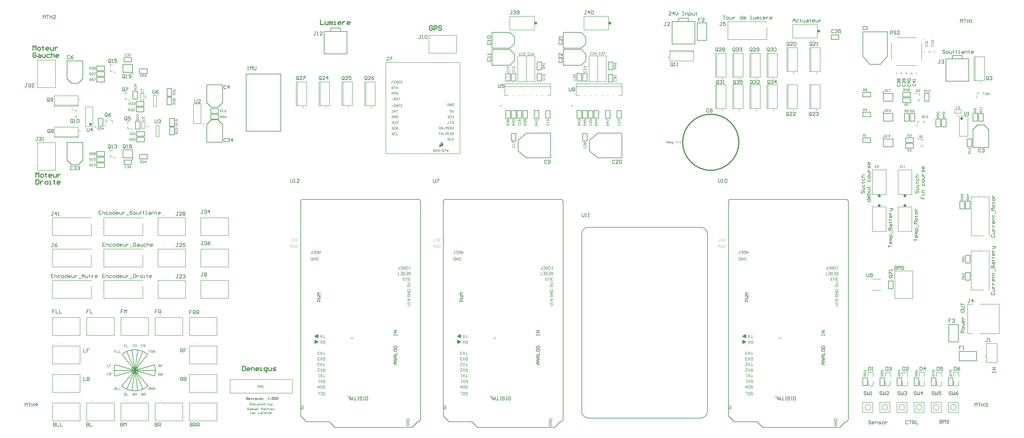
<source format=gto>
G04*
G04 #@! TF.GenerationSoftware,Altium Limited,Altium Designer,21.6.4 (81)*
G04*
G04 Layer_Color=65535*
%FSLAX25Y25*%
%MOIN*%
G70*
G04*
G04 #@! TF.SameCoordinates,CD5F86C8-859A-4174-9CB5-FF9077504482*
G04*
G04*
G04 #@! TF.FilePolarity,Positive*
G04*
G01*
G75*
%ADD10C,0.01181*%
%ADD11C,0.00787*%
%ADD12C,0.00984*%
%ADD13C,0.02362*%
%ADD14C,0.01000*%
%ADD15C,0.00600*%
%ADD16C,0.02000*%
%ADD17C,0.00500*%
%ADD18C,0.01968*%
%ADD19C,0.00800*%
%ADD20C,0.00787*%
%ADD21C,0.01600*%
%ADD22C,0.00900*%
%ADD23C,0.01575*%
%ADD24C,0.00709*%
%ADD25C,0.00841*%
%ADD26C,0.00571*%
%ADD27C,0.00638*%
%ADD28C,0.00476*%
%ADD29C,0.00748*%
%ADD30C,0.01500*%
G36*
X749693Y508803D02*
Y508449D01*
X749654Y508331D01*
X749614Y508252D01*
X749496Y508134D01*
X749378Y508094D01*
X749260D01*
X748945Y508173D01*
X748787Y508252D01*
X748669Y508331D01*
X748512Y508449D01*
X748276Y508685D01*
X748118Y508921D01*
X748079Y509079D01*
Y509315D01*
X748118Y509433D01*
X748157Y509512D01*
X748236Y509630D01*
X748394Y509748D01*
X748551Y509827D01*
X748748Y509866D01*
X748906Y509906D01*
X749142D01*
X749220Y509866D01*
X749260D01*
X749220Y509906D01*
X749063Y510024D01*
X748512Y510299D01*
X748157Y510378D01*
X747764D01*
X747331Y510299D01*
X746898Y510063D01*
X746543Y509787D01*
X746346Y509472D01*
X746228Y509118D01*
Y508803D01*
X746307Y508449D01*
X746504Y508094D01*
X746780Y507780D01*
X747094Y507425D01*
X747370Y507150D01*
X747488Y506835D01*
Y506559D01*
X747409Y506323D01*
X747252Y506126D01*
X747016Y505969D01*
X746701Y505890D01*
X746386D01*
X746189Y505929D01*
X745992Y506008D01*
X745756Y506244D01*
X745677Y506362D01*
X745638Y506480D01*
Y506638D01*
X745677Y506756D01*
X745913Y506992D01*
X746032Y507032D01*
X746189Y507110D01*
X746228Y507150D01*
X746071Y507228D01*
X745598D01*
X745362Y507189D01*
X745165Y507150D01*
X744969Y507071D01*
X744811Y506953D01*
X744614Y506795D01*
X744378Y506402D01*
X744299Y506126D01*
X744260Y505811D01*
Y500417D01*
X744457Y500614D01*
X744575Y500811D01*
X744772Y501008D01*
X744969Y501244D01*
X745441Y501717D01*
X745913Y502268D01*
X746307Y502661D01*
X746701Y502898D01*
X746937Y502937D01*
X747685D01*
X748157Y503016D01*
X748591Y503134D01*
X748984Y503291D01*
X749378Y503528D01*
X749693Y503803D01*
X750008Y504118D01*
X750283Y504472D01*
X750677Y505181D01*
X750874Y505929D01*
X750913Y506598D01*
X750795Y507228D01*
X750598Y507819D01*
X750323Y508252D01*
X750008Y508606D01*
X749693Y508803D01*
D01*
D02*
G37*
D10*
X206457Y631063D02*
G03*
X206457Y631063I-591J0D01*
G01*
X1522724Y517937D02*
G03*
X1522724Y517937I-591J0D01*
G01*
X1522528Y562937D02*
G03*
X1522528Y562937I-591J0D01*
G01*
Y597937D02*
G03*
X1522528Y597937I-591J0D01*
G01*
X206653Y481063D02*
G03*
X206653Y481063I-591J0D01*
G01*
D11*
X335394Y271535D02*
G03*
X335394Y271535I-394J0D01*
G01*
X63583Y305000D02*
G03*
X63583Y305000I-394J0D01*
G01*
X1492894Y269823D02*
G03*
X1492894Y269823I-394J0D01*
G01*
X1594890Y690654D02*
G03*
X1594890Y690654I-394J0D01*
G01*
X36358Y470000D02*
G03*
X36358Y470000I-394J0D01*
G01*
Y615000D02*
G03*
X36358Y615000I-394J0D01*
G01*
X315394Y206535D02*
G03*
X315394Y206535I-394J0D01*
G01*
X75394D02*
G03*
X75394Y206535I-394J0D01*
G01*
X135394D02*
G03*
X135394Y206535I-394J0D01*
G01*
X195394D02*
G03*
X195394Y206535I-394J0D01*
G01*
X255394D02*
G03*
X255394Y206535I-394J0D01*
G01*
X315394Y156535D02*
G03*
X315394Y156535I-394J0D01*
G01*
X75394Y56535D02*
G03*
X75394Y56535I-394J0D01*
G01*
X135394D02*
G03*
X135394Y56535I-394J0D01*
G01*
X195394D02*
G03*
X195394Y56535I-394J0D01*
G01*
X255394D02*
G03*
X255394Y56535I-394J0D01*
G01*
X75394Y156535D02*
G03*
X75394Y156535I-394J0D01*
G01*
Y106535D02*
G03*
X75394Y106535I-394J0D01*
G01*
X315394Y56535D02*
G03*
X315394Y56535I-394J0D01*
G01*
Y106535D02*
G03*
X315394Y106535I-394J0D01*
G01*
X735394Y701535D02*
G03*
X735394Y701535I-394J0D01*
G01*
X260394Y271535D02*
G03*
X260394Y271535I-394J0D01*
G01*
Y326535D02*
G03*
X260394Y326535I-394J0D01*
G01*
Y381535D02*
G03*
X260394Y381535I-394J0D01*
G01*
X335394D02*
G03*
X335394Y381535I-394J0D01*
G01*
Y326535D02*
G03*
X335394Y326535I-394J0D01*
G01*
X1690394Y321811D02*
G03*
X1690394Y321811I-394J0D01*
G01*
Y416811D02*
G03*
X1690394Y416811I-394J0D01*
G01*
X63583Y360000D02*
G03*
X63583Y360000I-394J0D01*
G01*
Y250000D02*
G03*
X63583Y250000I-394J0D01*
G01*
X153583Y360000D02*
G03*
X153583Y360000I-394J0D01*
G01*
Y250000D02*
G03*
X153583Y250000I-394J0D01*
G01*
X1247583Y704000D02*
G03*
X1247583Y704000I-394J0D01*
G01*
X153583Y305000D02*
G03*
X153583Y305000I-394J0D01*
G01*
X1538858Y245000D02*
G03*
X1538858Y245000I-394J0D01*
G01*
X167244Y642756D02*
Y645905D01*
X171181D01*
X167244Y634094D02*
Y637244D01*
Y634094D02*
X171181D01*
X1655520Y520430D02*
Y555470D01*
X1670480Y520430D02*
Y555470D01*
X1655520D02*
X1670480D01*
X1655520Y520430D02*
X1670480D01*
X136299Y537677D02*
Y572323D01*
X123701Y537677D02*
Y572323D01*
Y537677D02*
X136299D01*
X123701Y572323D02*
X136299D01*
X1006500Y616500D02*
X1021500D01*
X1006500D02*
Y661500D01*
X1021500D01*
Y616500D02*
Y661500D01*
X1670079Y225787D02*
X1679134D01*
X1670079Y174213D02*
Y225787D01*
Y174213D02*
X1679134D01*
X1690945Y225787D02*
X1725591D01*
Y174213D02*
Y225787D01*
X1690945Y174213D02*
X1725591D01*
X312953Y542776D02*
X326102D01*
Y577224D01*
X312953Y542776D02*
Y577224D01*
X326102D01*
X1258071Y624134D02*
X1276575D01*
X1258071Y665866D02*
X1276575D01*
Y624134D02*
Y665866D01*
X1258071Y624134D02*
Y665866D01*
X1260039Y624134D02*
Y665866D01*
Y569134D02*
Y610866D01*
X1258071Y569134D02*
Y610866D01*
X1276575Y569134D02*
Y610866D01*
X1258071D02*
X1276575D01*
X1258071Y569134D02*
X1276575D01*
X242824Y592156D02*
X248171D01*
Y572845D02*
Y592156D01*
X242824Y572845D02*
X248171D01*
X242824D02*
Y592156D01*
X1572555Y629332D02*
Y632668D01*
X1579445Y629332D02*
Y632668D01*
X1645472Y98937D02*
Y106417D01*
X1654528Y98937D02*
Y106417D01*
X1645472D02*
X1654528D01*
X1647047Y82402D02*
X1652953D01*
X1645472Y84370D02*
Y91063D01*
X1652953Y82402D02*
X1654528Y84370D01*
X1645472D02*
X1647047Y82402D01*
X1654528Y84370D02*
Y91063D01*
X1586819Y514906D02*
X1590756D01*
Y511756D02*
Y514906D01*
X1586819Y503094D02*
X1590756D01*
Y506244D01*
X1581819Y594906D02*
X1585756D01*
Y591756D02*
Y594906D01*
X1581819Y583095D02*
X1585756D01*
Y586244D01*
X1681071Y618134D02*
X1699575D01*
X1681071Y659866D02*
X1699575D01*
Y618134D02*
Y659866D01*
X1681071Y618134D02*
Y659866D01*
X1683039Y618134D02*
Y659866D01*
X1687094Y592819D02*
Y596756D01*
X1690244D01*
X1698906Y592819D02*
Y596756D01*
X1695756D02*
X1698906D01*
X197244Y542756D02*
Y545905D01*
X201181D01*
X197244Y534094D02*
Y537244D01*
Y534094D02*
X201181D01*
X159095Y543819D02*
Y547756D01*
X162244D01*
X170905Y543819D02*
Y547756D01*
X167756D02*
X170905D01*
X247327Y520344D02*
Y539655D01*
Y520344D02*
X252673D01*
Y539655D01*
X247327D02*
X252673D01*
X1021500Y616500D02*
X1036500D01*
X1021500D02*
Y661500D01*
X1036500D01*
Y616500D02*
Y661500D01*
X896500Y616500D02*
X911500D01*
X896500D02*
Y661500D01*
X911500D01*
Y616500D02*
Y661500D01*
X881500Y616500D02*
X896500D01*
X881500D02*
Y661500D01*
X896500D01*
Y616500D02*
Y661500D01*
X193017Y585335D02*
X196954D01*
X193017D02*
Y588484D01*
Y597146D02*
X196954D01*
X193017Y593996D02*
Y597146D01*
X69134Y520039D02*
X110866D01*
X69134Y518071D02*
X110866D01*
X69134Y536575D02*
X110866D01*
X69134Y518071D02*
Y536575D01*
X110866Y518071D02*
Y536575D01*
Y573071D02*
Y591575D01*
X69134Y573071D02*
Y591575D01*
X110866D01*
X69134Y573071D02*
X110866D01*
X69134Y575039D02*
X110866D01*
X103819Y565906D02*
X107756D01*
Y562756D02*
Y565906D01*
X103819Y554095D02*
X107756D01*
Y557244D01*
X1148134Y668961D02*
X1189866D01*
X1148134Y670929D02*
X1189866D01*
X1148134Y652425D02*
X1189866D01*
Y670929D01*
X1148134Y652425D02*
Y670929D01*
X1594555Y667332D02*
Y670668D01*
X1601445Y667332D02*
Y670668D01*
X1604555Y667332D02*
Y670668D01*
X1611445Y667332D02*
Y670668D01*
X1582094Y542819D02*
Y546756D01*
X1585244D01*
X1593906Y542819D02*
Y546756D01*
X1590756D02*
X1593906D01*
X167244Y492756D02*
Y495905D01*
X171181D01*
X167244Y484094D02*
Y487244D01*
Y484094D02*
X171181D01*
X1495472Y98937D02*
Y106417D01*
X1504528Y98937D02*
Y106417D01*
X1495472D02*
X1504528D01*
X1497047Y82402D02*
X1502953D01*
X1495472Y84370D02*
Y91063D01*
X1502953Y82402D02*
X1504528Y84370D01*
X1495472D02*
X1497047Y82402D01*
X1504528Y84370D02*
Y91063D01*
X1564528Y84370D02*
Y91063D01*
X1555472Y84370D02*
X1557047Y82402D01*
X1562953D02*
X1564528Y84370D01*
X1555472D02*
Y91063D01*
X1557047Y82402D02*
X1562953D01*
X1555472Y106417D02*
X1564528D01*
Y98937D02*
Y106417D01*
X1555472Y98937D02*
Y106417D01*
X1525472Y98937D02*
Y106417D01*
X1534528Y98937D02*
Y106417D01*
X1525472D02*
X1534528D01*
X1527047Y82402D02*
X1532953D01*
X1525472Y84370D02*
Y91063D01*
X1532953Y82402D02*
X1534528Y84370D01*
X1525472D02*
X1527047Y82402D01*
X1534528Y84370D02*
Y91063D01*
X1585472Y98937D02*
Y106417D01*
X1594528Y98937D02*
Y106417D01*
X1585472D02*
X1594528D01*
X1587047Y82402D02*
X1592953D01*
X1585472Y84370D02*
Y91063D01*
X1592953Y82402D02*
X1594528Y84370D01*
X1585472D02*
X1587047Y82402D01*
X1594528Y84370D02*
Y91063D01*
X1615472Y98937D02*
Y106417D01*
X1624528Y98937D02*
Y106417D01*
X1615472D02*
X1624528D01*
X1617047Y82402D02*
X1622953D01*
X1615472Y84370D02*
Y91063D01*
X1622953Y82402D02*
X1624528Y84370D01*
X1615472D02*
X1617047Y82402D01*
X1624528Y84370D02*
Y91063D01*
X1545555Y629332D02*
Y632668D01*
X1552445Y629332D02*
Y632668D01*
X1554555Y629332D02*
Y632668D01*
X1561445Y629332D02*
Y632668D01*
X1563555Y629332D02*
Y632668D01*
X1570445Y629332D02*
Y632668D01*
X1355039Y634134D02*
Y675866D01*
X1353071Y634134D02*
Y675866D01*
X1371575Y634134D02*
Y675866D01*
X1353071D02*
X1371575D01*
X1353071Y634134D02*
X1371575D01*
X1395039D02*
Y675866D01*
X1393071Y634134D02*
Y675866D01*
X1411575Y634134D02*
Y675866D01*
X1393071D02*
X1411575D01*
X1393071Y634134D02*
X1411575D01*
X1353071Y569134D02*
X1371575D01*
X1353071Y610866D02*
X1371575D01*
Y569134D02*
Y610866D01*
X1353071Y569134D02*
Y610866D01*
X1355039Y569134D02*
Y610866D01*
X1393071Y569134D02*
X1411575D01*
X1393071Y610866D02*
X1411575D01*
Y569134D02*
Y610866D01*
X1393071Y569134D02*
Y610866D01*
X1395039Y569134D02*
Y610866D01*
X533071Y574134D02*
X551575D01*
X533071Y615866D02*
X551575D01*
Y574134D02*
Y615866D01*
X533071Y574134D02*
Y615866D01*
X535039Y574134D02*
Y615866D01*
X573071Y574134D02*
X591575D01*
X573071Y615866D02*
X591575D01*
Y574134D02*
Y615866D01*
X573071Y574134D02*
Y615866D01*
X575039Y574134D02*
Y615866D01*
X613071Y574134D02*
X631575D01*
X613071Y615866D02*
X631575D01*
Y574134D02*
Y615866D01*
X613071Y574134D02*
Y615866D01*
X615039Y574134D02*
Y615866D01*
X493071Y574134D02*
X511575D01*
X493071Y615866D02*
X511575D01*
Y574134D02*
Y615866D01*
X493071Y574134D02*
Y615866D01*
X495039Y574134D02*
Y615866D01*
X1228071Y624134D02*
X1246575D01*
X1228071Y665866D02*
X1246575D01*
Y624134D02*
Y665866D01*
X1228071Y624134D02*
Y665866D01*
X1230039Y624134D02*
Y665866D01*
X1288071Y624134D02*
X1306575D01*
X1288071Y665866D02*
X1306575D01*
Y624134D02*
Y665866D01*
X1288071Y624134D02*
Y665866D01*
X1290039Y624134D02*
Y665866D01*
X1318071Y624134D02*
X1336575D01*
X1318071Y665866D02*
X1336575D01*
Y624134D02*
Y665866D01*
X1318071Y624134D02*
Y665866D01*
X1320039Y624134D02*
Y665866D01*
X1228071Y569134D02*
X1246575D01*
X1228071Y610866D02*
X1246575D01*
Y569134D02*
Y610866D01*
X1228071Y569134D02*
Y610866D01*
X1230039Y569134D02*
Y610866D01*
X1290039Y569134D02*
Y610866D01*
X1288071Y569134D02*
Y610866D01*
X1306575Y569134D02*
Y610866D01*
X1288071D02*
X1306575D01*
X1288071Y569134D02*
X1306575D01*
X1320039D02*
Y610866D01*
X1318071Y569134D02*
Y610866D01*
X1336575Y569134D02*
Y610866D01*
X1318071D02*
X1336575D01*
X1318071Y569134D02*
X1336575D01*
X425875Y79200D02*
Y83136D01*
X427843D01*
X428499Y82480D01*
Y81168D01*
X427843Y80512D01*
X425875D01*
X429811Y79200D02*
Y83136D01*
X431123Y81824D01*
X432435Y83136D01*
Y79200D01*
X436371Y82480D02*
X435715Y83136D01*
X434403D01*
X433747Y82480D01*
Y79856D01*
X434403Y79200D01*
X435715D01*
X436371Y79856D01*
X1142787Y508099D02*
Y512035D01*
X1145411Y508099D01*
Y512035D01*
X1148691Y508099D02*
X1147379D01*
X1146723Y508755D01*
Y510067D01*
X1147379Y510723D01*
X1148691D01*
X1149347Y510067D01*
Y509411D01*
X1146723D01*
X1151971Y506787D02*
X1152627D01*
X1153283Y507443D01*
Y510723D01*
X1151315D01*
X1150659Y510067D01*
Y508755D01*
X1151315Y508099D01*
X1153283D01*
X1159842D02*
X1158530Y509411D01*
Y510723D01*
X1159842Y512035D01*
X1161810Y510067D02*
X1164434D01*
X1165746Y508099D02*
X1167058Y509411D01*
Y510723D01*
X1165746Y512035D01*
D12*
X175216Y632913D02*
G03*
X175216Y632913I-492J0D01*
G01*
X1651878Y556493D02*
G03*
X1651878Y556493I-492J0D01*
G01*
X141220Y536654D02*
G03*
X141220Y536654I-492J0D01*
G01*
X330492Y541693D02*
G03*
X330492Y541693I-492J0D01*
G01*
X1270492Y621575D02*
G03*
X1270492Y621575I-492J0D01*
G01*
Y566575D02*
G03*
X1270492Y566575I-492J0D01*
G01*
X229462Y590000D02*
G03*
X229462Y590000I-492J0D01*
G01*
X1583768Y516087D02*
G03*
X1583768Y516087I-492J0D01*
G01*
X1578768Y596087D02*
G03*
X1578768Y596087I-492J0D01*
G01*
X1693492Y615575D02*
G03*
X1693492Y615575I-492J0D01*
G01*
X1686406Y589276D02*
G03*
X1686406Y589276I-492J0D01*
G01*
X205217Y532913D02*
G03*
X205217Y532913I-492J0D01*
G01*
X158405Y540276D02*
G03*
X158405Y540276I-492J0D01*
G01*
X233964Y537500D02*
G03*
X233964Y537500I-492J0D01*
G01*
X200990Y584154D02*
G03*
X200990Y584154I-492J0D01*
G01*
X113917Y530000D02*
G03*
X113917Y530000I-492J0D01*
G01*
Y585000D02*
G03*
X113917Y585000I-492J0D01*
G01*
X100768Y567087D02*
G03*
X100768Y567087I-492J0D01*
G01*
X1146067Y659000D02*
G03*
X1146067Y659000I-492J0D01*
G01*
X1581406Y539276D02*
G03*
X1581406Y539276I-492J0D01*
G01*
X175216Y482913D02*
G03*
X175216Y482913I-492J0D01*
G01*
X1365492Y631575D02*
G03*
X1365492Y631575I-492J0D01*
G01*
X1405492D02*
G03*
X1405492Y631575I-492J0D01*
G01*
X1365492Y566575D02*
G03*
X1365492Y566575I-492J0D01*
G01*
X1405492D02*
G03*
X1405492Y566575I-492J0D01*
G01*
X545492Y571575D02*
G03*
X545492Y571575I-492J0D01*
G01*
X585492D02*
G03*
X585492Y571575I-492J0D01*
G01*
X625492D02*
G03*
X625492Y571575I-492J0D01*
G01*
X505492D02*
G03*
X505492Y571575I-492J0D01*
G01*
X1240492Y621575D02*
G03*
X1240492Y621575I-492J0D01*
G01*
X1300492D02*
G03*
X1300492Y621575I-492J0D01*
G01*
X1330492D02*
G03*
X1330492Y621575I-492J0D01*
G01*
X1240492Y566575D02*
G03*
X1240492Y566575I-492J0D01*
G01*
X1300492D02*
G03*
X1300492Y566575I-492J0D01*
G01*
X1330492D02*
G03*
X1330492Y566575I-492J0D01*
G01*
D13*
X1660638Y551533D02*
G03*
X1660638Y551533I-1181J0D01*
G01*
X133543Y541614D02*
G03*
X133543Y541614I-1181J0D01*
G01*
D14*
X1201968Y26221D02*
G03*
X1213780Y38032I0J11811D01*
G01*
X993307D02*
G03*
X1005118Y26221I11811J0D01*
G01*
Y360866D02*
G03*
X993307Y349055I0J-11811D01*
G01*
X1213780D02*
G03*
X1201968Y360866I-11811J0D01*
G01*
X1701594Y134100D02*
G03*
X1701594Y134100I-394J0D01*
G01*
X504567Y410000D02*
G03*
X500630Y406063I0J-3937D01*
G01*
X706693Y20000D02*
G03*
X710630Y23937I0J3937D01*
G01*
Y406063D02*
G03*
X706693Y410000I-3937J0D01*
G01*
X754567D02*
G03*
X750630Y406063I0J-3937D01*
G01*
X956693Y20000D02*
G03*
X960630Y23937I0J3937D01*
G01*
Y406063D02*
G03*
X956693Y410000I-3937J0D01*
G01*
X1254567D02*
G03*
X1250630Y406063I0J-3937D01*
G01*
X1456693Y20000D02*
G03*
X1460630Y23937I0J3937D01*
G01*
Y406063D02*
G03*
X1456693Y410000I-3937J0D01*
G01*
X244668Y100095D02*
G03*
X246056Y110000I-34668J9905D01*
G01*
D02*
G03*
X244668Y119905I-36055J0D01*
G01*
X175332D02*
G03*
X173944Y110000I34668J-9905D01*
G01*
D02*
G03*
X175372Y99955I36055J0D01*
G01*
X195797Y143140D02*
G03*
X187476Y138155I14203J-33140D01*
G01*
X232524D02*
G03*
X224203Y143140I-22524J-28155D01*
G01*
X204901Y145693D02*
G03*
X195797Y143140I5099J-35693D01*
G01*
X224203D02*
G03*
X215099Y145693I-14203J-33140D01*
G01*
D02*
G03*
X204901Y145693I-5099J-35693D01*
G01*
X186918Y82301D02*
G03*
X195797Y76860I23082J27699D01*
G01*
X224203D02*
G03*
X233082Y82301I-14203J33140D01*
G01*
X195797Y76860D02*
G03*
X204901Y74307I14203J33140D01*
G01*
X215099D02*
G03*
X224203Y76860I-5099J35693D01*
G01*
X204901Y74307D02*
G03*
X215099Y74307I5099J35693D01*
G01*
X405000Y529600D02*
X465630D01*
X405000Y630000D02*
X465630D01*
Y529600D02*
Y630000D01*
X405000Y529600D02*
Y630000D01*
X205866Y633032D02*
Y646811D01*
X188937D02*
X205866D01*
X188937Y633032D02*
Y646811D01*
Y633032D02*
X205866D01*
X1005118Y26221D02*
X1201968D01*
X993307Y38032D02*
Y349055D01*
X1005118Y360866D02*
X1201968D01*
X1213780Y38032D02*
Y349055D01*
X541653Y704528D02*
X581811D01*
Y665158D02*
Y704528D01*
X570000D02*
Y710433D01*
X553465D02*
X570000D01*
X553465Y704528D02*
Y710433D01*
X541653Y665158D02*
X581811D01*
X541653D02*
Y704528D01*
X190950Y651200D02*
Y658800D01*
Y651200D02*
X204050D01*
Y658800D01*
X190950D02*
X204050D01*
X504567Y410000D02*
X706693D01*
X695630Y10000D02*
X705630Y20000D01*
X706693D01*
X710630Y23937D02*
Y406063D01*
X500630Y30000D02*
X510630Y20000D01*
X550630D02*
X560630Y10000D01*
X500630Y30000D02*
Y406063D01*
X560630Y10000D02*
X695630D01*
X510630Y20000D02*
X550630D01*
X336221Y510079D02*
X363779D01*
X336221D02*
Y541575D01*
X363779Y510079D02*
Y537638D01*
Y541575D01*
X355906Y549449D02*
X363779Y541575D01*
X344094Y549449D02*
X355906D01*
X336221Y541575D02*
X344094Y549449D01*
X1486740Y703882D02*
X1529260D01*
X1517204Y646795D02*
X1529260Y661362D01*
X1498310Y646795D02*
X1517204D01*
X1485953Y661362D02*
X1498310Y646795D01*
X1485953Y661362D02*
Y703882D01*
X1529260Y661362D02*
Y703882D01*
X1653268Y160000D02*
Y190591D01*
X1636732Y160000D02*
X1653268D01*
X1636732D02*
Y190591D01*
X1653268D01*
X1679221Y501126D02*
X1706779D01*
X1679221D02*
Y532622D01*
X1706779Y501126D02*
Y528685D01*
Y532622D01*
X1698906Y540496D02*
X1706779Y532622D01*
X1687094Y540496D02*
X1698906D01*
X1679221Y532622D02*
X1687094Y540496D01*
X336221Y610874D02*
X363779D01*
Y579378D02*
Y610874D01*
X336221Y583315D02*
Y610874D01*
Y579378D02*
Y583315D01*
Y579378D02*
X344094Y571504D01*
X355906D01*
X363779Y579378D01*
X1151653Y722028D02*
X1191811D01*
Y682657D02*
Y722028D01*
X1180000D02*
Y727933D01*
X1163465D02*
X1180000D01*
X1163465Y722028D02*
Y727933D01*
X1151653Y682657D02*
X1191811D01*
X1151653D02*
Y722028D01*
X1486250Y518000D02*
X1499750D01*
Y510000D02*
Y518000D01*
X1486250Y510000D02*
X1499750D01*
X1486250D02*
Y518000D01*
X1561250Y500000D02*
X1574750D01*
X1561250D02*
Y508000D01*
X1574750D01*
Y500000D02*
Y508000D01*
X1561250Y518000D02*
X1574750D01*
Y510000D02*
Y518000D01*
X1561250Y510000D02*
X1574750D01*
X1561250D02*
Y518000D01*
X1486250Y563000D02*
X1499750D01*
Y555000D02*
Y563000D01*
X1486250Y555000D02*
X1499750D01*
X1486250D02*
Y563000D01*
X1559000Y547250D02*
Y560750D01*
X1567000D01*
Y547250D02*
Y560750D01*
X1559000Y547250D02*
X1567000D01*
X1569000D02*
Y560750D01*
X1577000D01*
Y547250D02*
Y560750D01*
X1569000Y547250D02*
X1577000D01*
X1556250Y580000D02*
X1569750D01*
X1556250D02*
Y588000D01*
X1569750D01*
Y580000D02*
Y588000D01*
X1486250Y598000D02*
X1499750D01*
Y590000D02*
Y598000D01*
X1486250Y590000D02*
X1499750D01*
X1486250D02*
Y598000D01*
X1679000Y547250D02*
Y560750D01*
X1687000D01*
Y547250D02*
Y560750D01*
X1679000Y547250D02*
X1687000D01*
X1602000Y582250D02*
Y595750D01*
X1594000Y582250D02*
X1602000D01*
X1594000D02*
Y595750D01*
X1602000D01*
X1697000Y547250D02*
Y560750D01*
X1689000Y547250D02*
X1697000D01*
X1689000D02*
Y560750D01*
X1697000D01*
X1677000Y502250D02*
Y515750D01*
X1669000Y502250D02*
X1677000D01*
X1669000D02*
Y515750D01*
X1677000D01*
X143250Y466000D02*
Y474000D01*
Y466000D02*
X156750D01*
Y474000D01*
X143250D02*
X156750D01*
Y476000D02*
Y484000D01*
X143250D02*
X156750D01*
X143250Y476000D02*
Y484000D01*
Y476000D02*
X156750D01*
X356750Y561000D02*
Y569000D01*
X343250D02*
X356750D01*
X343250Y561000D02*
Y569000D01*
Y561000D02*
X356750D01*
X271000Y538250D02*
Y551750D01*
X279000D01*
Y538250D02*
Y551750D01*
X271000Y538250D02*
X279000D01*
X213250Y511000D02*
X226750D01*
X213250D02*
Y519000D01*
X226750D01*
Y511000D02*
Y519000D01*
X213250Y521000D02*
X226750D01*
X213250D02*
Y529000D01*
X226750D01*
Y521000D02*
Y529000D01*
X219000Y533250D02*
Y546750D01*
X211000Y533250D02*
X219000D01*
X211000D02*
Y546750D01*
X219000D01*
X271000Y523250D02*
Y536750D01*
X279000D01*
Y523250D02*
Y536750D01*
X271000Y523250D02*
X279000D01*
X154000Y538250D02*
Y551750D01*
X146000Y538250D02*
X154000D01*
X146000D02*
Y551750D01*
X154000D01*
X91220Y652874D02*
X118780D01*
Y621378D02*
Y652874D01*
X91220Y625315D02*
Y652874D01*
Y621378D02*
Y625315D01*
Y621378D02*
X99094Y613504D01*
X110906D01*
X118780Y621378D01*
X870200Y512450D02*
X877800D01*
Y525550D01*
X870200D02*
X877800D01*
X870200Y512450D02*
Y525550D01*
X1040200Y628900D02*
X1047800D01*
X1040200Y615800D02*
Y628900D01*
Y615800D02*
X1047800D01*
Y628900D01*
X915200Y630550D02*
X922800D01*
X915200Y617450D02*
Y630550D01*
Y617450D02*
X922800D01*
Y630550D01*
X880200Y552450D02*
X887800D01*
Y565550D01*
X880200D02*
X887800D01*
X880200Y552450D02*
Y565550D01*
X1055200Y552450D02*
X1062800D01*
Y565550D01*
X1055200D02*
X1062800D01*
X1055200Y552450D02*
Y565550D01*
X870200Y617450D02*
X877800D01*
Y630550D01*
X870200D02*
X877800D01*
X870200Y617450D02*
Y630550D01*
X961126Y645221D02*
Y672780D01*
X992622D01*
X961126Y645221D02*
X988685D01*
X992622D01*
X1000496Y653094D01*
Y664906D01*
X992622Y672780D02*
X1000496Y664906D01*
X938882Y482740D02*
Y525260D01*
X881795Y494796D02*
X896362Y482740D01*
X881795Y494796D02*
Y513691D01*
X896362Y526047D01*
X938882D01*
X896362Y482740D02*
X938882D01*
X836126Y675220D02*
Y702779D01*
X867622D01*
X836126Y675220D02*
X863685D01*
X867622D01*
X875496Y683095D01*
Y694906D01*
X867622Y702779D02*
X875496Y694906D01*
X995200Y617450D02*
X1002800D01*
Y630550D01*
X995200D02*
X1002800D01*
X995200Y617450D02*
Y630550D01*
X836126Y645221D02*
Y672780D01*
X867622D01*
X836126Y645221D02*
X863685D01*
X867622D01*
X875496Y653094D01*
Y664906D01*
X867622Y672780D02*
X875496Y664906D01*
X961126Y675220D02*
Y702779D01*
X992622D01*
X961126Y675220D02*
X988685D01*
X992622D01*
X1000496Y683095D01*
Y694906D01*
X992622Y702779D02*
X1000496Y694906D01*
X930200Y552450D02*
X937800D01*
Y565550D01*
X930200D02*
X937800D01*
X930200Y552450D02*
Y565550D01*
X985200Y630550D02*
X992800D01*
X985200Y617450D02*
Y630550D01*
Y617450D02*
X992800D01*
Y630550D01*
X1063882Y482740D02*
Y525260D01*
X1006795Y494796D02*
X1021362Y482740D01*
X1006795Y494796D02*
Y513691D01*
X1021362Y526047D01*
X1063882D01*
X1021362Y482740D02*
X1063882D01*
X860200Y630550D02*
X867800D01*
X860200Y617450D02*
Y630550D01*
Y617450D02*
X867800D01*
Y630550D01*
X995200Y512450D02*
X1002800D01*
Y525550D01*
X995200D02*
X1002800D01*
X995200Y512450D02*
Y525550D01*
X1005200Y552450D02*
X1012800D01*
Y565550D01*
X1005200D02*
X1012800D01*
X1005200Y552450D02*
Y565550D01*
X231750Y481000D02*
Y489000D01*
X218250D02*
X231750D01*
X218250Y481000D02*
Y489000D01*
Y481000D02*
X231750D01*
X156750Y626000D02*
Y634000D01*
X143250D02*
X156750D01*
X143250Y626000D02*
Y634000D01*
Y626000D02*
X156750D01*
Y636000D02*
Y644000D01*
X143250D02*
X156750D01*
X143250Y636000D02*
Y644000D01*
Y636000D02*
X156750D01*
X266498Y590750D02*
Y604250D01*
X274498D01*
Y590750D02*
Y604250D01*
X266498Y590750D02*
X274498D01*
X212298Y563500D02*
X225798D01*
X212298D02*
Y571500D01*
X225798D01*
Y563500D02*
Y571500D01*
Y573500D02*
Y581500D01*
X212298D02*
X225798D01*
X212298Y573500D02*
Y581500D01*
Y573500D02*
X225798D01*
X214498Y585750D02*
Y599250D01*
X206498Y585750D02*
X214498D01*
X206498D02*
Y599250D01*
X214498D01*
X266498Y575750D02*
Y589250D01*
X274498D01*
Y575750D02*
Y589250D01*
X266498Y575750D02*
X274498D01*
X910000Y565750D02*
X918000D01*
X910000Y552250D02*
Y565750D01*
Y552250D02*
X918000D01*
Y565750D01*
X860000D02*
X868000D01*
X860000Y552250D02*
Y565750D01*
Y552250D02*
X868000D01*
Y565750D01*
X995000Y552250D02*
X1003000D01*
Y565750D01*
X995000D02*
X1003000D01*
X995000Y552250D02*
Y565750D01*
X985000D02*
X993000D01*
X985000Y552250D02*
Y565750D01*
Y552250D02*
X993000D01*
Y565750D01*
X1040000Y650750D02*
X1048000D01*
X1040000Y637250D02*
Y650750D01*
Y637250D02*
X1048000D01*
Y650750D01*
X1035000Y565750D02*
X1043000D01*
X1035000Y552250D02*
Y565750D01*
Y552250D02*
X1043000D01*
Y565750D01*
X1015000D02*
X1023000D01*
X1015000Y552250D02*
Y565750D01*
Y552250D02*
X1023000D01*
Y565750D01*
X890000D02*
X898000D01*
X890000Y552250D02*
Y565750D01*
Y552250D02*
X898000D01*
Y565750D01*
X870000Y552250D02*
X878000D01*
Y565750D01*
X870000D02*
X878000D01*
X870000Y552250D02*
Y565750D01*
X915000Y650750D02*
X923000D01*
X915000Y637250D02*
Y650750D01*
Y637250D02*
X923000D01*
Y650750D01*
X754567Y410000D02*
X956693D01*
X945630Y10000D02*
X955630Y20000D01*
X956693D01*
X960630Y23937D02*
Y406063D01*
X750630Y30000D02*
X760630Y20000D01*
X800630D02*
X810630Y10000D01*
X750630Y30000D02*
Y406063D01*
X810630Y10000D02*
X945630D01*
X760630Y20000D02*
X800630D01*
X1254567Y410000D02*
X1456693D01*
X1445630Y10000D02*
X1455630Y20000D01*
X1456693D01*
X1460630Y23937D02*
Y406063D01*
X1250630Y30000D02*
X1260630Y20000D01*
X1300630D02*
X1310630Y10000D01*
X1250630Y30000D02*
Y406063D01*
X1310630Y10000D02*
X1445630D01*
X1260630Y20000D02*
X1300630D01*
X1556250Y598000D02*
X1569750D01*
Y590000D02*
Y598000D01*
X1556250Y590000D02*
X1569750D01*
X1556250D02*
Y598000D01*
X1624000Y537250D02*
Y550750D01*
X1632000D01*
Y537250D02*
Y550750D01*
X1624000Y537250D02*
X1632000D01*
X1622000D02*
Y550750D01*
X1614000Y537250D02*
X1622000D01*
X1614000D02*
Y550750D01*
X1622000D01*
X1486000Y83250D02*
X1494000D01*
Y96750D01*
X1486000D02*
X1494000D01*
X1486000Y83250D02*
Y96750D01*
X1546000Y83250D02*
Y96750D01*
X1554000D01*
Y83250D02*
Y96750D01*
X1546000Y83250D02*
X1554000D01*
X1516000D02*
X1524000D01*
Y96750D01*
X1516000D02*
X1524000D01*
X1516000Y83250D02*
Y96750D01*
X1576000Y83250D02*
X1584000D01*
Y96750D01*
X1576000D02*
X1584000D01*
X1576000Y83250D02*
Y96750D01*
X143250Y624000D02*
X156750D01*
Y616000D02*
Y624000D01*
X143250Y616000D02*
X156750D01*
X143250D02*
Y624000D01*
Y486000D02*
X156750D01*
X143250D02*
Y494000D01*
X156750D01*
Y486000D02*
Y494000D01*
X218250Y631000D02*
X231750D01*
X218250D02*
Y639000D01*
X231750D01*
Y631000D02*
Y639000D01*
X1666000Y298250D02*
Y311750D01*
X1674000D01*
Y298250D02*
Y311750D01*
X1666000Y298250D02*
X1674000D01*
Y268250D02*
Y281750D01*
X1666000Y268250D02*
X1674000D01*
X1666000D02*
Y281750D01*
X1674000D01*
X1666000Y393250D02*
X1674000D01*
Y406750D01*
X1666000D02*
X1674000D01*
X1666000Y393250D02*
Y406750D01*
X1656000Y393250D02*
X1664000D01*
Y406750D01*
X1656000D02*
X1664000D01*
X1656000Y393250D02*
Y406750D01*
X91220Y509921D02*
X118780D01*
Y478425D02*
Y509921D01*
X91220Y482362D02*
Y509921D01*
Y478425D02*
Y482362D01*
Y478425D02*
X99094Y470551D01*
X110906D01*
X118780Y478425D01*
X1522134Y515969D02*
X1539063D01*
Y502189D02*
Y515969D01*
X1522134Y502189D02*
X1539063D01*
X1522134D02*
Y515969D01*
X1521937Y560968D02*
X1538866D01*
Y547189D02*
Y560968D01*
X1521937Y547189D02*
X1538866D01*
X1521937D02*
Y560968D01*
Y595968D02*
X1538866D01*
Y582189D02*
Y595968D01*
X1521937Y582189D02*
X1538866D01*
X1521937D02*
Y595968D01*
X343250Y551000D02*
X356750D01*
X343250D02*
Y559000D01*
X356750D01*
Y551000D02*
Y559000D01*
X189134Y483032D02*
X206063D01*
X189134D02*
Y496811D01*
X206063D01*
Y483032D02*
Y496811D01*
X1655000Y143268D02*
X1685591D01*
Y126732D02*
Y143268D01*
X1655000Y126732D02*
X1685591D01*
X1655000D02*
Y143268D01*
X1195732Y689000D02*
Y719591D01*
X1212268D01*
Y689000D02*
Y719591D01*
X1195732Y689000D02*
X1212268D01*
X1631654Y656528D02*
X1671811D01*
Y617158D02*
Y656528D01*
X1660000D02*
Y662433D01*
X1643465D02*
X1660000D01*
X1643465Y656528D02*
Y662433D01*
X1631654Y617158D02*
X1671811D01*
X1631654D02*
Y656528D01*
X1531000Y266750D02*
X1539000D01*
X1531000Y253250D02*
Y266750D01*
Y253250D02*
X1539000D01*
Y266750D01*
X1606000Y83250D02*
X1614000D01*
Y96750D01*
X1606000D02*
X1614000D01*
X1606000Y83250D02*
Y96750D01*
X1636000Y83250D02*
X1644000D01*
Y96750D01*
X1636000D02*
X1644000D01*
X1636000Y83250D02*
Y96750D01*
X1430950Y690700D02*
X1444050D01*
X1430950D02*
Y698300D01*
X1444050D01*
Y690700D02*
Y698300D01*
X190950Y478800D02*
X204050D01*
Y471200D02*
Y478800D01*
X190950Y471200D02*
X204050D01*
X190950D02*
Y478800D01*
X175332Y119905D02*
X210000Y110000D01*
X244668Y100095D01*
X210000Y110000D02*
X246056D01*
X210000D02*
X244668Y119905D01*
X173944Y110000D02*
X210000D01*
X205000Y115000D02*
X215000D01*
Y105000D02*
Y115000D01*
X205000Y105000D02*
X215000D01*
X205000D02*
Y115000D01*
X175372Y99955D02*
X210000Y110000D01*
X187476Y138155D02*
X210000Y110000D01*
X232524Y138155D01*
X195797Y143140D02*
X210000Y110000D01*
X224203Y143140D01*
X204901Y145693D02*
X210000Y110000D01*
X215099Y145693D01*
X186918Y82301D02*
X210000Y110000D01*
X233082Y82301D01*
X195797Y76860D02*
X210000Y110000D01*
X224203Y76860D01*
X210000Y110000D02*
X215099Y74307D01*
X204901D02*
X210000Y110000D01*
X192501Y624001D02*
Y627999D01*
X191501Y628999D01*
X189502D01*
X188502Y627999D01*
Y624001D01*
X189502Y623001D01*
X191501D01*
X190502Y625000D02*
X192501Y623001D01*
X191501D02*
X192501Y624001D01*
X194501Y623001D02*
X196500D01*
X195500D01*
Y628999D01*
X194501Y627999D01*
X199499Y624001D02*
X200499Y623001D01*
X202498D01*
X203498Y624001D01*
Y627999D01*
X202498Y628999D01*
X200499D01*
X199499Y627999D01*
Y627000D01*
X200499Y626000D01*
X203498D01*
X329699Y281298D02*
X327699D01*
X328699D01*
Y276300D01*
X327699Y275300D01*
X326700D01*
X325700Y276300D01*
X331698Y280298D02*
X332698Y281298D01*
X334697D01*
X335697Y280298D01*
Y279299D01*
X334697Y278299D01*
X335697Y277299D01*
Y276300D01*
X334697Y275300D01*
X332698D01*
X331698Y276300D01*
Y277299D01*
X332698Y278299D01*
X331698Y279299D01*
Y280298D01*
X332698Y278299D02*
X334697D01*
X67399Y332698D02*
X65399D01*
X66399D01*
Y327700D01*
X65399Y326700D01*
X64400D01*
X63400Y327700D01*
X73397Y332698D02*
X71397Y331698D01*
X69398Y329699D01*
Y327700D01*
X70398Y326700D01*
X72397D01*
X73397Y327700D01*
Y328699D01*
X72397Y329699D01*
X69398D01*
X167299Y651000D02*
Y654998D01*
X166299Y655998D01*
X164300D01*
X163300Y654998D01*
Y651000D01*
X164300Y650000D01*
X166299D01*
X165299Y651999D02*
X167299Y650000D01*
X166299D02*
X167299Y651000D01*
X169298Y650000D02*
X171297D01*
X170298D01*
Y655998D01*
X169298Y654998D01*
X178295Y655998D02*
X174296D01*
Y652999D01*
X176296Y653999D01*
X177295D01*
X178295Y652999D01*
Y651000D01*
X177295Y650000D01*
X175296D01*
X174296Y651000D01*
X1664001Y563449D02*
Y558451D01*
X1665001Y557451D01*
X1667000D01*
X1668000Y558451D01*
Y563449D01*
X1669999Y557451D02*
X1671999D01*
X1670999D01*
Y563449D01*
X1669999Y562449D01*
X1492700Y279898D02*
Y274900D01*
X1493700Y273900D01*
X1495699D01*
X1496699Y274900D01*
Y279898D01*
X1498698Y274900D02*
X1499698Y273900D01*
X1501697D01*
X1502697Y274900D01*
Y278898D01*
X1501697Y279898D01*
X1499698D01*
X1498698Y278898D01*
Y277899D01*
X1499698Y276899D01*
X1502697D01*
X126002Y534999D02*
Y530001D01*
X127001Y529001D01*
X129001D01*
X130000Y530001D01*
Y534999D01*
X134999Y529001D02*
Y534999D01*
X132000Y532000D01*
X135998D01*
X993800Y385598D02*
Y380600D01*
X994800Y379600D01*
X996799D01*
X997799Y380600D01*
Y385598D01*
X999798Y379600D02*
X1001797D01*
X1000798D01*
Y385598D01*
X999798Y384598D01*
X1004796Y379600D02*
X1006796D01*
X1005796D01*
Y385598D01*
X1004796Y384598D01*
X1674000Y234999D02*
X1672001D01*
X1673001D01*
Y230001D01*
X1672001Y229001D01*
X1671001D01*
X1670002Y230001D01*
X1678999Y229001D02*
Y234999D01*
X1676000Y232000D01*
X1679998D01*
X315002Y584999D02*
Y580001D01*
X316001Y579001D01*
X318001D01*
X319000Y580001D01*
Y584999D01*
X324998Y579001D02*
X321000D01*
X324998Y583000D01*
Y583999D01*
X323999Y584999D01*
X321999D01*
X321000Y583999D01*
X971002Y605999D02*
Y601001D01*
X972001Y600001D01*
X974001D01*
X975000Y601001D01*
Y605999D01*
X977000Y604999D02*
X977999Y605999D01*
X979999D01*
X980998Y604999D01*
Y604000D01*
X979999Y603000D01*
X980998Y602000D01*
Y601001D01*
X979999Y600001D01*
X977999D01*
X977000Y601001D01*
Y602000D01*
X977999Y603000D01*
X977000Y604000D01*
Y604999D01*
X977999Y603000D02*
X979999D01*
X17400Y46600D02*
Y52598D01*
X19399Y50599D01*
X21399Y52598D01*
Y46600D01*
X23398Y52598D02*
X27397D01*
X25397D01*
Y46600D01*
X29396Y52598D02*
Y46600D01*
Y49599D01*
X33395D01*
Y52598D01*
Y46600D01*
X38393D02*
Y52598D01*
X35394Y49599D01*
X39393D01*
X527501Y703999D02*
X525502D01*
X526502D01*
Y699001D01*
X525502Y698001D01*
X524502D01*
X523502Y699001D01*
X529500Y698001D02*
X531500D01*
X530500D01*
Y703999D01*
X529500Y702999D01*
X538498Y698001D02*
X534499D01*
X538498Y702000D01*
Y702999D01*
X537498Y703999D01*
X535499D01*
X534499Y702999D01*
X1261999Y670900D02*
Y674898D01*
X1260999Y675898D01*
X1259000D01*
X1258000Y674898D01*
Y670900D01*
X1259000Y669900D01*
X1260999D01*
X1259999Y671899D02*
X1261999Y669900D01*
X1260999D02*
X1261999Y670900D01*
X1263998Y674898D02*
X1264998Y675898D01*
X1266997D01*
X1267997Y674898D01*
Y673899D01*
X1266997Y672899D01*
X1265997D01*
X1266997D01*
X1267997Y671899D01*
Y670900D01*
X1266997Y669900D01*
X1264998D01*
X1263998Y670900D01*
X1269996Y674898D02*
X1270996Y675898D01*
X1272995D01*
X1273995Y674898D01*
Y673899D01*
X1272995Y672899D01*
X1271996D01*
X1272995D01*
X1273995Y671899D01*
Y670900D01*
X1272995Y669900D01*
X1270996D01*
X1269996Y670900D01*
X1263001Y614001D02*
Y617999D01*
X1262002Y618999D01*
X1260002D01*
X1259003Y617999D01*
Y614001D01*
X1260002Y613001D01*
X1262002D01*
X1261002Y615000D02*
X1263001Y613001D01*
X1262002D02*
X1263001Y614001D01*
X1265001Y617999D02*
X1266000Y618999D01*
X1268000D01*
X1268999Y617999D01*
Y617000D01*
X1268000Y616000D01*
X1267000D01*
X1268000D01*
X1268999Y615000D01*
Y614001D01*
X1268000Y613001D01*
X1266000D01*
X1265001Y614001D01*
X1274997Y618999D02*
X1270999D01*
Y616000D01*
X1272998Y617000D01*
X1273998D01*
X1274997Y616000D01*
Y614001D01*
X1273998Y613001D01*
X1271998D01*
X1270999Y614001D01*
X407502Y642999D02*
X409502D01*
X408502D01*
Y637001D01*
X407502D01*
X409502D01*
X412501D02*
Y642999D01*
X414500Y641000D01*
X416500Y642999D01*
Y637001D01*
X418499Y642999D02*
Y638001D01*
X419498Y637001D01*
X421498D01*
X422498Y638001D01*
Y642999D01*
X654599Y659398D02*
X652599D01*
X653599D01*
Y654400D01*
X652599Y653400D01*
X651600D01*
X650600Y654400D01*
X656598Y659398D02*
X660597D01*
Y658398D01*
X656598Y654400D01*
Y653400D01*
X241002Y601999D02*
Y597001D01*
X242001Y596001D01*
X244001D01*
X245000Y597001D01*
Y601999D01*
X250998D02*
X248999Y600999D01*
X247000Y599000D01*
Y597001D01*
X247999Y596001D01*
X249999D01*
X250998Y597001D01*
Y598000D01*
X249999Y599000D01*
X247000D01*
X1646100Y115798D02*
Y109800D01*
X1649099D01*
X1650099Y110800D01*
Y114798D01*
X1649099Y115798D01*
X1646100D01*
X1656097D02*
X1654097Y114798D01*
X1652098Y112799D01*
Y110800D01*
X1653098Y109800D01*
X1655097D01*
X1656097Y110800D01*
Y111799D01*
X1655097Y112799D01*
X1652098D01*
X1534400Y699700D02*
Y705698D01*
X1537399D01*
X1538399Y704698D01*
Y702699D01*
X1537399Y701699D01*
X1534400D01*
X1544397Y704698D02*
X1543397Y705698D01*
X1541398D01*
X1540398Y704698D01*
Y703699D01*
X1541398Y702699D01*
X1543397D01*
X1544397Y701699D01*
Y700700D01*
X1543397Y699700D01*
X1541398D01*
X1540398Y700700D01*
X1550395Y699700D02*
X1546396D01*
X1550395Y703699D01*
Y704698D01*
X1549395Y705698D01*
X1547396D01*
X1546396Y704698D01*
X1363700Y720800D02*
Y724799D01*
X1365699Y726798D01*
X1367699Y724799D01*
Y720800D01*
Y723799D01*
X1363700D01*
X1373697Y724799D02*
X1370698D01*
X1369698Y723799D01*
Y721800D01*
X1370698Y720800D01*
X1373697D01*
X1376696Y725798D02*
Y724799D01*
X1375696D01*
X1377695D01*
X1376696D01*
Y721800D01*
X1377695Y720800D01*
X1380694Y724799D02*
Y721800D01*
X1381694Y720800D01*
X1384693D01*
Y724799D01*
X1387692D02*
X1389692D01*
X1390691Y723799D01*
Y720800D01*
X1387692D01*
X1386693Y721800D01*
X1387692Y722799D01*
X1390691D01*
X1393690Y725798D02*
Y724799D01*
X1392691D01*
X1394690D01*
X1393690D01*
Y721800D01*
X1394690Y720800D01*
X1400688D02*
X1398689D01*
X1397689Y721800D01*
Y723799D01*
X1398689Y724799D01*
X1400688D01*
X1401688Y723799D01*
Y722799D01*
X1397689D01*
X1403687Y724799D02*
Y721800D01*
X1404687Y720800D01*
X1407686D01*
Y724799D01*
X1409685D02*
Y720800D01*
Y722799D01*
X1410685Y723799D01*
X1411685Y724799D01*
X1412684D01*
X1705299Y166198D02*
X1703299D01*
X1704299D01*
Y161200D01*
X1703299Y160200D01*
X1702300D01*
X1701300Y161200D01*
X1707298Y160200D02*
X1709297D01*
X1708298D01*
Y166198D01*
X1707298Y165198D01*
X483000Y445598D02*
Y440600D01*
X484000Y439600D01*
X485999D01*
X486999Y440600D01*
Y445598D01*
X488998Y439600D02*
X490997D01*
X489998D01*
Y445598D01*
X488998Y444598D01*
X497995Y439600D02*
X493996D01*
X497995Y443599D01*
Y444598D01*
X496995Y445598D01*
X494996D01*
X493996Y444598D01*
X370001Y515952D02*
X369002Y516952D01*
X367002D01*
X366003Y515952D01*
Y511953D01*
X367002Y510954D01*
X369002D01*
X370001Y511953D01*
X372001Y515952D02*
X373000Y516952D01*
X375000D01*
X375999Y515952D01*
Y514952D01*
X375000Y513953D01*
X374000D01*
X375000D01*
X375999Y512953D01*
Y511953D01*
X375000Y510954D01*
X373000D01*
X372001Y511953D01*
X380998Y510954D02*
Y516952D01*
X377999Y513953D01*
X381997D01*
X1641001Y71999D02*
X1640002Y72999D01*
X1638002D01*
X1637003Y71999D01*
Y71000D01*
X1638002Y70000D01*
X1640002D01*
X1641001Y69000D01*
Y68001D01*
X1640002Y67001D01*
X1638002D01*
X1637003Y68001D01*
X1643001Y72999D02*
Y67001D01*
X1645000Y69000D01*
X1646999Y67001D01*
Y72999D01*
X1652997D02*
X1650998Y71999D01*
X1648999Y70000D01*
Y68001D01*
X1649998Y67001D01*
X1651998D01*
X1652997Y68001D01*
Y69000D01*
X1651998Y70000D01*
X1648999D01*
X1490499Y712398D02*
X1489499Y713398D01*
X1487500D01*
X1486500Y712398D01*
Y708400D01*
X1487500Y707400D01*
X1489499D01*
X1490499Y708400D01*
X1492498Y707400D02*
X1494497D01*
X1493498D01*
Y713398D01*
X1492498Y712398D01*
X1216000Y567999D02*
X1215001Y568999D01*
X1213001D01*
X1212002Y567999D01*
Y564001D01*
X1213001Y563001D01*
X1215001D01*
X1216000Y564001D01*
X1218000Y567999D02*
X1218999Y568999D01*
X1220999D01*
X1221998Y567999D01*
Y567000D01*
X1220999Y566000D01*
X1221998Y565000D01*
Y564001D01*
X1220999Y563001D01*
X1218999D01*
X1218000Y564001D01*
Y565000D01*
X1218999Y566000D01*
X1218000Y567000D01*
Y567999D01*
X1218999Y566000D02*
X1220999D01*
X1641199Y200098D02*
X1637200D01*
Y197099D01*
X1639199D01*
X1637200D01*
Y194100D01*
X1643198Y199098D02*
X1644198Y200098D01*
X1646197D01*
X1647197Y199098D01*
Y198099D01*
X1646197Y197099D01*
X1645197D01*
X1646197D01*
X1647197Y196099D01*
Y195100D01*
X1646197Y194100D01*
X1644198D01*
X1643198Y195100D01*
X1693000Y497999D02*
X1692001Y498999D01*
X1690001D01*
X1689002Y497999D01*
Y494001D01*
X1690001Y493001D01*
X1692001D01*
X1693000Y494001D01*
X1695000Y497999D02*
X1695999Y498999D01*
X1697999D01*
X1698998Y497999D01*
Y497000D01*
X1697999Y496000D01*
X1696999D01*
X1697999D01*
X1698998Y495000D01*
Y494001D01*
X1697999Y493001D01*
X1695999D01*
X1695000Y494001D01*
X370000Y608999D02*
X369001Y609999D01*
X367001D01*
X366002Y608999D01*
Y605001D01*
X367001Y604001D01*
X369001D01*
X370000Y605001D01*
X374999Y604001D02*
Y609999D01*
X372000Y607000D01*
X375998D01*
X1141500Y720499D02*
X1139501D01*
X1140501D01*
Y715501D01*
X1139501Y714501D01*
X1138501D01*
X1137502Y715501D01*
X1147498Y714501D02*
X1143500D01*
X1147498Y718500D01*
Y719499D01*
X1146499Y720499D01*
X1144499D01*
X1143500Y719499D01*
X1706500Y620501D02*
Y624499D01*
X1705501Y625499D01*
X1703501D01*
X1702502Y624499D01*
Y620501D01*
X1703501Y619501D01*
X1705501D01*
X1704501Y621500D02*
X1706500Y619501D01*
X1705501D02*
X1706500Y620501D01*
X1708500Y624499D02*
X1709499Y625499D01*
X1711499D01*
X1712498Y624499D01*
Y623500D01*
X1711499Y622500D01*
X1710499D01*
X1711499D01*
X1712498Y621500D01*
Y620501D01*
X1711499Y619501D01*
X1709499D01*
X1708500Y620501D01*
X196000Y550001D02*
Y553999D01*
X195001Y554999D01*
X193001D01*
X192002Y553999D01*
Y550001D01*
X193001Y549001D01*
X195001D01*
X194001Y551000D02*
X196000Y549001D01*
X195001D02*
X196000Y550001D01*
X201998Y554999D02*
X198000D01*
Y552000D01*
X199999Y553000D01*
X200999D01*
X201998Y552000D01*
Y550001D01*
X200999Y549001D01*
X198999D01*
X198000Y550001D01*
X161899Y556700D02*
Y560698D01*
X160899Y561698D01*
X158900D01*
X157900Y560698D01*
Y556700D01*
X158900Y555700D01*
X160899D01*
X159899Y557699D02*
X161899Y555700D01*
X160899D02*
X161899Y556700D01*
X167897Y561698D02*
X165897Y560698D01*
X163898Y558699D01*
Y556700D01*
X164898Y555700D01*
X166897D01*
X167897Y556700D01*
Y557699D01*
X166897Y558699D01*
X163898D01*
X245002Y549999D02*
Y545001D01*
X246001Y544001D01*
X248001D01*
X249000Y545001D01*
Y549999D01*
X251000Y548999D02*
X251999Y549999D01*
X253999D01*
X254998Y548999D01*
Y548000D01*
X253999Y547000D01*
X252999D01*
X253999D01*
X254998Y546000D01*
Y545001D01*
X253999Y544001D01*
X251999D01*
X251000Y545001D01*
X95699Y661398D02*
X94699Y662398D01*
X92700D01*
X91700Y661398D01*
Y657400D01*
X92700Y656400D01*
X94699D01*
X95699Y657400D01*
X101697Y662398D02*
X99697Y661398D01*
X97698Y659399D01*
Y657400D01*
X98698Y656400D01*
X100697D01*
X101697Y657400D01*
Y658399D01*
X100697Y659399D01*
X97698D01*
X954001Y654001D02*
X953001Y653002D01*
Y651002D01*
X954001Y650003D01*
X957999D01*
X958999Y651002D01*
Y653002D01*
X957999Y654001D01*
X958999Y659999D02*
Y656001D01*
X955000Y659999D01*
X954001D01*
X953001Y659000D01*
Y657000D01*
X954001Y656001D01*
X958999Y665997D02*
Y661999D01*
X955000Y665997D01*
X954001D01*
X953001Y664998D01*
Y662998D01*
X954001Y661999D01*
X932000Y477999D02*
X931001Y478999D01*
X929001D01*
X928002Y477999D01*
Y474001D01*
X929001Y473001D01*
X931001D01*
X932000Y474001D01*
X934000D02*
X934999Y473001D01*
X936999D01*
X937998Y474001D01*
Y477999D01*
X936999Y478999D01*
X934999D01*
X934000Y477999D01*
Y477000D01*
X934999Y476000D01*
X937998D01*
X829001Y685501D02*
X828001Y684502D01*
Y682502D01*
X829001Y681502D01*
X832999D01*
X833999Y682502D01*
Y684502D01*
X832999Y685501D01*
X833999Y687500D02*
Y689500D01*
Y688500D01*
X828001D01*
X829001Y687500D01*
Y692499D02*
X828001Y693499D01*
Y695498D01*
X829001Y696498D01*
X832999D01*
X833999Y695498D01*
Y693499D01*
X832999Y692499D01*
X829001D01*
X829001Y656501D02*
X828001Y655501D01*
Y653502D01*
X829001Y652502D01*
X832999D01*
X833999Y653502D01*
Y655501D01*
X832999Y656501D01*
X833999Y658500D02*
Y660499D01*
Y659500D01*
X828001D01*
X829001Y658500D01*
X833999Y663498D02*
Y665498D01*
Y664498D01*
X828001D01*
X829001Y663498D01*
X954001Y686001D02*
X953001Y685001D01*
Y683002D01*
X954001Y682002D01*
X957999D01*
X958999Y683002D01*
Y685001D01*
X957999Y686001D01*
X958999Y691999D02*
Y688000D01*
X955000Y691999D01*
X954001D01*
X953001Y690999D01*
Y689000D01*
X954001Y688000D01*
X958999Y693998D02*
Y695998D01*
Y694998D01*
X953001D01*
X954001Y693998D01*
X1051001Y477999D02*
X1050002Y478999D01*
X1048002D01*
X1047003Y477999D01*
Y474001D01*
X1048002Y473001D01*
X1050002D01*
X1051001Y474001D01*
X1056999Y473001D02*
X1053001D01*
X1056999Y477000D01*
Y477999D01*
X1056000Y478999D01*
X1054000D01*
X1053001Y477999D01*
X1058999D02*
X1059998Y478999D01*
X1061998D01*
X1062997Y477999D01*
Y474001D01*
X1061998Y473001D01*
X1059998D01*
X1058999Y474001D01*
Y477999D01*
X192000Y601001D02*
Y604999D01*
X191001Y605999D01*
X189001D01*
X188002Y604999D01*
Y601001D01*
X189001Y600001D01*
X191001D01*
X190001Y602000D02*
X192000Y600001D01*
X191001D02*
X192000Y601001D01*
X194000Y605999D02*
X197998D01*
Y604999D01*
X194000Y601001D01*
Y600001D01*
X61000Y528001D02*
Y531999D01*
X60001Y532999D01*
X58001D01*
X57002Y531999D01*
Y528001D01*
X58001Y527001D01*
X60001D01*
X59001Y529000D02*
X61000Y527001D01*
X60001D02*
X61000Y528001D01*
X63000Y531999D02*
X63999Y532999D01*
X65999D01*
X66998Y531999D01*
Y531000D01*
X65999Y530000D01*
X66998Y529000D01*
Y528001D01*
X65999Y527001D01*
X63999D01*
X63000Y528001D01*
Y529000D01*
X63999Y530000D01*
X63000Y531000D01*
Y531999D01*
X63999Y530000D02*
X65999D01*
X60000Y583001D02*
Y586999D01*
X59001Y587999D01*
X57001D01*
X56002Y586999D01*
Y583001D01*
X57001Y582001D01*
X59001D01*
X58001Y584000D02*
X60000Y582001D01*
X59001D02*
X60000Y583001D01*
X62000D02*
X62999Y582001D01*
X64999D01*
X65998Y583001D01*
Y586999D01*
X64999Y587999D01*
X62999D01*
X62000Y586999D01*
Y586000D01*
X62999Y585000D01*
X65998D01*
X101501Y545501D02*
Y549499D01*
X100502Y550499D01*
X98502D01*
X97502Y549499D01*
Y545501D01*
X98502Y544501D01*
X100502D01*
X99502Y546500D02*
X101501Y544501D01*
X100502D02*
X101501Y545501D01*
X103500Y544501D02*
X105500D01*
X104500D01*
Y550499D01*
X103500Y549499D01*
X108499D02*
X109499Y550499D01*
X111498D01*
X112498Y549499D01*
Y545501D01*
X111498Y544501D01*
X109499D01*
X108499Y545501D01*
Y549499D01*
X733000Y445598D02*
Y440600D01*
X734000Y439600D01*
X735999D01*
X736999Y440600D01*
Y445598D01*
X738998D02*
X742997D01*
Y444598D01*
X738998Y440600D01*
Y439600D01*
X1233000Y445598D02*
Y440600D01*
X1234000Y439600D01*
X1235999D01*
X1236999Y440600D01*
Y445598D01*
X1238998Y439600D02*
X1240997D01*
X1239998D01*
Y445598D01*
X1238998Y444598D01*
X1243996D02*
X1244996Y445598D01*
X1246996D01*
X1247995Y444598D01*
Y440600D01*
X1246996Y439600D01*
X1244996D01*
X1243996Y440600D01*
Y444598D01*
X1153501Y645001D02*
Y648999D01*
X1152501Y649999D01*
X1150502D01*
X1149502Y648999D01*
Y645001D01*
X1150502Y644001D01*
X1152501D01*
X1151501Y646000D02*
X1153501Y644001D01*
X1152501D02*
X1153501Y645001D01*
X1155500Y644001D02*
X1157500D01*
X1156500D01*
Y649999D01*
X1155500Y648999D01*
X1160499Y644001D02*
X1162498D01*
X1161498D01*
Y649999D01*
X1160499Y648999D01*
X40199Y519298D02*
X38199D01*
X39199D01*
Y514300D01*
X38199Y513300D01*
X37200D01*
X36200Y514300D01*
X42198Y518298D02*
X43198Y519298D01*
X45197D01*
X46197Y518298D01*
Y517299D01*
X45197Y516299D01*
X44197D01*
X45197D01*
X46197Y515299D01*
Y514300D01*
X45197Y513300D01*
X43198D01*
X42198Y514300D01*
X48196Y513300D02*
X50195D01*
X49196D01*
Y519298D01*
X48196Y518298D01*
X21001Y612999D02*
X19002D01*
X20002D01*
Y608001D01*
X19002Y607001D01*
X18002D01*
X17003Y608001D01*
X23001Y611999D02*
X24000Y612999D01*
X26000D01*
X26999Y611999D01*
Y611000D01*
X26000Y610000D01*
X25000D01*
X26000D01*
X26999Y609000D01*
Y608001D01*
X26000Y607001D01*
X24000D01*
X23001Y608001D01*
X32997Y607001D02*
X28999D01*
X32997Y611000D01*
Y611999D01*
X31998Y612999D01*
X29998D01*
X28999Y611999D01*
X310001Y214999D02*
X306003D01*
Y212000D01*
X308002D01*
X306003D01*
Y209001D01*
X312001D02*
Y214999D01*
X315000D01*
X315999Y213999D01*
Y212000D01*
X315000Y211000D01*
X312001D01*
X314000D02*
X315999Y209001D01*
X317999D02*
Y214999D01*
X320998D01*
X321997Y213999D01*
Y212000D01*
X320998Y211000D01*
X317999D01*
X319998D02*
X321997Y209001D01*
X69699Y216298D02*
X65700D01*
Y213299D01*
X67699D01*
X65700D01*
Y210300D01*
X71698Y216298D02*
Y210300D01*
X75697D01*
X77696Y216298D02*
Y210300D01*
X81695D01*
X129699Y216298D02*
X125700D01*
Y213299D01*
X127699D01*
X125700D01*
Y210300D01*
X131698Y216298D02*
Y210300D01*
X135697D01*
X189699Y216298D02*
X185700D01*
Y213299D01*
X187699D01*
X185700D01*
Y210300D01*
X191698D02*
Y216298D01*
X193697Y214299D01*
X195697Y216298D01*
Y210300D01*
X249699Y216298D02*
X245700D01*
Y213299D01*
X247699D01*
X245700D01*
Y210300D01*
X251698D02*
Y216298D01*
X254697D01*
X255697Y215298D01*
Y213299D01*
X254697Y212299D01*
X251698D01*
X253697D02*
X255697Y210300D01*
X290002Y142001D02*
Y147999D01*
X293001D01*
X294000Y146999D01*
Y145000D01*
X293001Y144000D01*
X290002D01*
X292001D02*
X294000Y142001D01*
X299998Y147999D02*
X296000D01*
Y145000D01*
X297999D01*
X296000D01*
Y142001D01*
X67003Y17999D02*
Y12001D01*
X70002D01*
X71001Y13001D01*
Y14000D01*
X70002Y15000D01*
X67003D01*
X70002D01*
X71001Y16000D01*
Y16999D01*
X70002Y17999D01*
X67003D01*
X73001D02*
Y12001D01*
X76999D01*
X78999Y17999D02*
Y12001D01*
X82997D01*
X125002Y17999D02*
Y12001D01*
X128001D01*
X129000Y13001D01*
Y14000D01*
X128001Y15000D01*
X125002D01*
X128001D01*
X129000Y16000D01*
Y16999D01*
X128001Y17999D01*
X125002D01*
X131000D02*
Y12001D01*
X134998D01*
X185002Y17999D02*
Y12001D01*
X188001D01*
X189000Y13001D01*
Y14000D01*
X188001Y15000D01*
X185002D01*
X188001D01*
X189000Y16000D01*
Y16999D01*
X188001Y17999D01*
X185002D01*
X191000Y12001D02*
Y17999D01*
X192999Y16000D01*
X194998Y17999D01*
Y12001D01*
X245002Y17999D02*
Y12001D01*
X248001D01*
X249000Y13001D01*
Y14000D01*
X248001Y15000D01*
X245002D01*
X248001D01*
X249000Y16000D01*
Y16999D01*
X248001Y17999D01*
X245002D01*
X251000Y12001D02*
Y17999D01*
X253999D01*
X254998Y16999D01*
Y15000D01*
X253999Y14000D01*
X251000D01*
X252999D02*
X254998Y12001D01*
X120002Y147999D02*
Y142001D01*
X124000D01*
X129998Y147999D02*
X126000D01*
Y145000D01*
X127999D01*
X126000D01*
Y142001D01*
X120002Y97999D02*
Y92001D01*
X124000D01*
X126000Y97999D02*
Y92001D01*
X128999D01*
X129998Y93001D01*
Y94000D01*
X128999Y95000D01*
X126000D01*
X128999D01*
X129998Y96000D01*
Y96999D01*
X128999Y97999D01*
X126000D01*
X307003Y17999D02*
Y12001D01*
X310002D01*
X311001Y13001D01*
Y14000D01*
X310002Y15000D01*
X307003D01*
X310002D01*
X311001Y16000D01*
Y16999D01*
X310002Y17999D01*
X307003D01*
X313001Y12001D02*
Y17999D01*
X316000D01*
X316999Y16999D01*
Y15000D01*
X316000Y14000D01*
X313001D01*
X315000D02*
X316999Y12001D01*
X318999D02*
Y17999D01*
X321998D01*
X322997Y16999D01*
Y15000D01*
X321998Y14000D01*
X318999D01*
X320998D02*
X322997Y12001D01*
X290002Y92001D02*
Y97999D01*
X293001D01*
X294000Y96999D01*
Y95000D01*
X293001Y94000D01*
X290002D01*
X292001D02*
X294000Y92001D01*
X296000Y97999D02*
Y92001D01*
X298999D01*
X299998Y93001D01*
Y94000D01*
X298999Y95000D01*
X296000D01*
X298999D01*
X299998Y96000D01*
Y96999D01*
X298999Y97999D01*
X296000D01*
X711501Y697999D02*
X709502D01*
X710501D01*
Y693001D01*
X709502Y692001D01*
X708502D01*
X707502Y693001D01*
X713500Y692001D02*
X715500D01*
X714500D01*
Y697999D01*
X713500Y696999D01*
X718499D02*
X719498Y697999D01*
X721498D01*
X722498Y696999D01*
Y693001D01*
X721498Y692001D01*
X719498D01*
X718499Y693001D01*
Y696999D01*
X286001Y277999D02*
X284002D01*
X285002D01*
Y273001D01*
X284002Y272001D01*
X283002D01*
X282003Y273001D01*
X291999Y272001D02*
X288001D01*
X291999Y276000D01*
Y276999D01*
X291000Y277999D01*
X289000D01*
X288001Y276999D01*
X293999D02*
X294998Y277999D01*
X296998D01*
X297997Y276999D01*
Y276000D01*
X296998Y275000D01*
X295998D01*
X296998D01*
X297997Y274000D01*
Y273001D01*
X296998Y272001D01*
X294998D01*
X293999Y273001D01*
X286001Y332999D02*
X284002D01*
X285002D01*
Y328001D01*
X284002Y327001D01*
X283002D01*
X282003Y328001D01*
X291999Y327001D02*
X288001D01*
X291999Y331000D01*
Y331999D01*
X291000Y332999D01*
X289000D01*
X288001Y331999D01*
X297997Y332999D02*
X293999D01*
Y330000D01*
X295998Y331000D01*
X296998D01*
X297997Y330000D01*
Y328001D01*
X296998Y327001D01*
X294998D01*
X293999Y328001D01*
X286001Y387999D02*
X284002D01*
X285002D01*
Y383001D01*
X284002Y382001D01*
X283002D01*
X282003Y383001D01*
X291999Y382001D02*
X288001D01*
X291999Y386000D01*
Y386999D01*
X291000Y387999D01*
X289000D01*
X288001Y386999D01*
X293999D02*
X294998Y387999D01*
X296998D01*
X297997Y386999D01*
Y386000D01*
X296998Y385000D01*
X297997Y384000D01*
Y383001D01*
X296998Y382001D01*
X294998D01*
X293999Y383001D01*
Y384000D01*
X294998Y385000D01*
X293999Y386000D01*
Y386999D01*
X294998Y385000D02*
X296998D01*
X329699Y391298D02*
X327699D01*
X328699D01*
Y386300D01*
X327699Y385300D01*
X326700D01*
X325700Y386300D01*
X331698Y390298D02*
X332698Y391298D01*
X334697D01*
X335697Y390298D01*
Y389299D01*
X334697Y388299D01*
X333697D01*
X334697D01*
X335697Y387299D01*
Y386300D01*
X334697Y385300D01*
X332698D01*
X331698Y386300D01*
X340695Y385300D02*
Y391298D01*
X337696Y388299D01*
X341695D01*
X329699Y336298D02*
X327699D01*
X328699D01*
Y331300D01*
X327699Y330300D01*
X326700D01*
X325700Y331300D01*
X331698Y335298D02*
X332698Y336298D01*
X334697D01*
X335697Y335298D01*
Y334299D01*
X334697Y333299D01*
X333697D01*
X334697D01*
X335697Y332299D01*
Y331300D01*
X334697Y330300D01*
X332698D01*
X331698Y331300D01*
X341695Y336298D02*
X339696Y335298D01*
X337696Y333299D01*
Y331300D01*
X338696Y330300D01*
X340695D01*
X341695Y331300D01*
Y332299D01*
X340695Y333299D01*
X337696D01*
X167299Y501000D02*
Y504998D01*
X166299Y505998D01*
X164300D01*
X163300Y504998D01*
Y501000D01*
X164300Y500000D01*
X166299D01*
X165299Y501999D02*
X167299Y500000D01*
X166299D02*
X167299Y501000D01*
X169298Y500000D02*
X171297D01*
X170298D01*
Y505998D01*
X169298Y504998D01*
X174296D02*
X175296Y505998D01*
X177295D01*
X178295Y504998D01*
Y503999D01*
X177295Y502999D01*
X176296D01*
X177295D01*
X178295Y501999D01*
Y501000D01*
X177295Y500000D01*
X175296D01*
X174296Y501000D01*
X101001Y466999D02*
X100002Y467999D01*
X98002D01*
X97003Y466999D01*
Y463001D01*
X98002Y462001D01*
X100002D01*
X101001Y463001D01*
X103001Y466999D02*
X104000Y467999D01*
X106000D01*
X106999Y466999D01*
Y466000D01*
X106000Y465000D01*
X105000D01*
X106000D01*
X106999Y464000D01*
Y463001D01*
X106000Y462001D01*
X104000D01*
X103001Y463001D01*
X108999Y466999D02*
X109998Y467999D01*
X111998D01*
X112997Y466999D01*
Y466000D01*
X111998Y465000D01*
X110998D01*
X111998D01*
X112997Y464000D01*
Y463001D01*
X111998Y462001D01*
X109998D01*
X108999Y463001D01*
X193501Y501001D02*
Y504999D01*
X192501Y505999D01*
X190502D01*
X189502Y504999D01*
Y501001D01*
X190502Y500001D01*
X192501D01*
X191502Y502000D02*
X193501Y500001D01*
X192501D02*
X193501Y501001D01*
X195501Y500001D02*
X197500D01*
X196500D01*
Y505999D01*
X195501Y504999D01*
X200499D02*
X201499Y505999D01*
X203498D01*
X204498Y504999D01*
Y504000D01*
X203498Y503000D01*
X204498Y502000D01*
Y501001D01*
X203498Y500001D01*
X201499D01*
X200499Y501001D01*
Y502000D01*
X201499Y503000D01*
X200499Y504000D01*
Y504999D01*
X201499Y503000D02*
X203498D01*
X1659499Y152798D02*
X1655500D01*
Y149799D01*
X1657499D01*
X1655500D01*
Y146800D01*
X1661498D02*
X1663497D01*
X1662498D01*
Y152798D01*
X1661498Y151798D01*
X1202000Y727999D02*
X1198002D01*
Y725000D01*
X1200001D01*
X1198002D01*
Y722001D01*
X1207998D02*
X1204000D01*
X1207998Y726000D01*
Y726999D01*
X1206999Y727999D01*
X1204999D01*
X1204000Y726999D01*
X1492001Y71999D02*
X1491001Y72999D01*
X1489002D01*
X1488002Y71999D01*
Y71000D01*
X1489002Y70000D01*
X1491001D01*
X1492001Y69000D01*
Y68001D01*
X1491001Y67001D01*
X1489002D01*
X1488002Y68001D01*
X1494000Y72999D02*
Y67001D01*
X1496000Y69000D01*
X1497999Y67001D01*
Y72999D01*
X1499998Y67001D02*
X1501998D01*
X1500998D01*
Y72999D01*
X1499998Y71999D01*
X1519899Y71998D02*
X1518899Y72998D01*
X1516900D01*
X1515900Y71998D01*
Y70999D01*
X1516900Y69999D01*
X1518899D01*
X1519899Y68999D01*
Y68000D01*
X1518899Y67000D01*
X1516900D01*
X1515900Y68000D01*
X1521898Y72998D02*
Y67000D01*
X1523897Y68999D01*
X1525897Y67000D01*
Y72998D01*
X1531895Y67000D02*
X1527896D01*
X1531895Y70999D01*
Y71998D01*
X1530895Y72998D01*
X1528896D01*
X1527896Y71998D01*
X1551001Y71999D02*
X1550002Y72999D01*
X1548002D01*
X1547003Y71999D01*
Y71000D01*
X1548002Y70000D01*
X1550002D01*
X1551001Y69000D01*
Y68001D01*
X1550002Y67001D01*
X1548002D01*
X1547003Y68001D01*
X1553001Y72999D02*
Y67001D01*
X1555000Y69000D01*
X1556999Y67001D01*
Y72999D01*
X1558999Y71999D02*
X1559998Y72999D01*
X1561998D01*
X1562997Y71999D01*
Y71000D01*
X1561998Y70000D01*
X1560998D01*
X1561998D01*
X1562997Y69000D01*
Y68001D01*
X1561998Y67001D01*
X1559998D01*
X1558999Y68001D01*
X1579551Y71999D02*
X1578552Y72999D01*
X1576552D01*
X1575553Y71999D01*
Y71000D01*
X1576552Y70000D01*
X1578552D01*
X1579551Y69000D01*
Y68001D01*
X1578552Y67001D01*
X1576552D01*
X1575553Y68001D01*
X1581551Y72999D02*
Y67001D01*
X1583550Y69000D01*
X1585549Y67001D01*
Y72999D01*
X1590548Y67001D02*
Y72999D01*
X1587549Y70000D01*
X1591547D01*
X1622000Y654653D02*
X1620001D01*
X1621001D01*
Y649654D01*
X1620001Y648655D01*
X1619001D01*
X1618002Y649654D01*
X1624000Y653653D02*
X1624999Y654653D01*
X1626999D01*
X1627998Y653653D01*
Y652653D01*
X1626999Y651653D01*
X1625999D01*
X1626999D01*
X1627998Y650654D01*
Y649654D01*
X1626999Y648655D01*
X1624999D01*
X1624000Y649654D01*
X1712001Y246513D02*
X1711001Y245513D01*
Y243513D01*
X1712001Y242514D01*
X1716000D01*
X1716999Y243513D01*
Y245513D01*
X1716000Y246513D01*
X1713001Y248512D02*
X1716000D01*
X1716999Y249512D01*
Y252510D01*
X1713001D01*
Y254510D02*
X1716999D01*
X1715000D01*
X1714000Y255509D01*
X1713001Y256509D01*
Y257509D01*
Y260508D02*
X1716999D01*
X1715000D01*
X1714000Y261508D01*
X1713001Y262507D01*
Y263507D01*
X1716999Y269505D02*
Y267506D01*
X1716000Y266506D01*
X1714000D01*
X1713001Y267506D01*
Y269505D01*
X1714000Y270505D01*
X1715000D01*
Y266506D01*
X1716999Y272504D02*
X1713001D01*
Y275503D01*
X1714000Y276503D01*
X1716999D01*
X1712001Y279502D02*
X1713001D01*
Y278502D01*
Y280502D01*
Y279502D01*
X1716000D01*
X1716999Y280502D01*
X1717999Y283501D02*
Y287499D01*
X1711001Y289498D02*
X1716999D01*
Y292498D01*
X1716000Y293497D01*
X1715000D01*
X1714000Y292498D01*
Y289498D01*
Y292498D01*
X1713001Y293497D01*
X1712001D01*
X1711001Y292498D01*
Y289498D01*
X1713001Y296496D02*
Y298496D01*
X1714000Y299495D01*
X1716999D01*
Y296496D01*
X1716000Y295497D01*
X1715000Y296496D01*
Y299495D01*
X1712001Y302494D02*
X1713001D01*
Y301495D01*
Y303494D01*
Y302494D01*
X1716000D01*
X1716999Y303494D01*
X1712001Y307493D02*
X1713001D01*
Y306493D01*
Y308492D01*
Y307493D01*
X1716000D01*
X1716999Y308492D01*
Y314491D02*
Y312491D01*
X1716000Y311491D01*
X1714000D01*
X1713001Y312491D01*
Y314491D01*
X1714000Y315490D01*
X1715000D01*
Y311491D01*
X1713001Y317490D02*
X1716999D01*
X1715000D01*
X1714000Y318489D01*
X1713001Y319489D01*
Y320489D01*
Y323488D02*
X1716000D01*
X1716999Y324487D01*
Y327486D01*
X1717999D01*
X1718999Y326487D01*
Y325487D01*
X1716999Y327486D02*
X1713001D01*
X1712501Y347511D02*
X1711501Y346511D01*
Y344512D01*
X1712501Y343512D01*
X1716500D01*
X1717499Y344512D01*
Y346511D01*
X1716500Y347511D01*
X1713501Y349510D02*
X1716500D01*
X1717499Y350510D01*
Y353509D01*
X1713501D01*
Y355508D02*
X1717499D01*
X1715500D01*
X1714500Y356508D01*
X1713501Y357507D01*
Y358507D01*
Y361506D02*
X1717499D01*
X1715500D01*
X1714500Y362506D01*
X1713501Y363505D01*
Y364505D01*
X1717499Y370503D02*
Y368504D01*
X1716500Y367504D01*
X1714500D01*
X1713501Y368504D01*
Y370503D01*
X1714500Y371503D01*
X1715500D01*
Y367504D01*
X1717499Y373502D02*
X1713501D01*
Y376501D01*
X1714500Y377501D01*
X1717499D01*
X1712501Y380500D02*
X1713501D01*
Y379500D01*
Y381500D01*
Y380500D01*
X1716500D01*
X1717499Y381500D01*
X1718499Y384499D02*
Y388497D01*
X1717499Y390497D02*
X1711501D01*
X1713501Y392496D01*
X1711501Y394495D01*
X1717499D01*
Y397494D02*
Y399494D01*
X1716500Y400493D01*
X1714500D01*
X1713501Y399494D01*
Y397494D01*
X1714500Y396495D01*
X1716500D01*
X1717499Y397494D01*
X1712501Y403492D02*
X1713501D01*
Y402493D01*
Y404492D01*
Y403492D01*
X1716500D01*
X1717499Y404492D01*
Y408491D02*
Y410490D01*
X1716500Y411490D01*
X1714500D01*
X1713501Y410490D01*
Y408491D01*
X1714500Y407491D01*
X1716500D01*
X1717499Y408491D01*
X1713501Y413489D02*
X1717499D01*
X1715500D01*
X1714500Y414489D01*
X1713501Y415488D01*
Y416488D01*
X67399Y387698D02*
X65399D01*
X66399D01*
Y382700D01*
X65399Y381700D01*
X64400D01*
X63400Y382700D01*
X72397Y381700D02*
Y387698D01*
X69398Y384699D01*
X73397D01*
X75396Y381700D02*
X77395D01*
X76396D01*
Y387698D01*
X75396Y386698D01*
X67399Y278698D02*
X63400D01*
Y272700D01*
X67399D01*
X63400Y275699D02*
X65399D01*
X69398Y272700D02*
Y276699D01*
X72397D01*
X73397Y275699D01*
Y272700D01*
X79395Y276699D02*
X76396D01*
X75396Y275699D01*
Y273700D01*
X76396Y272700D01*
X79395D01*
X82394D02*
X84393D01*
X85393Y273700D01*
Y275699D01*
X84393Y276699D01*
X82394D01*
X81394Y275699D01*
Y273700D01*
X82394Y272700D01*
X91391Y278698D02*
Y272700D01*
X88392D01*
X87392Y273700D01*
Y275699D01*
X88392Y276699D01*
X91391D01*
X96389Y272700D02*
X94390D01*
X93390Y273700D01*
Y275699D01*
X94390Y276699D01*
X96389D01*
X97389Y275699D01*
Y274699D01*
X93390D01*
X99388Y276699D02*
Y273700D01*
X100388Y272700D01*
X103387D01*
Y276699D01*
X105386D02*
Y272700D01*
Y274699D01*
X106386Y275699D01*
X107386Y276699D01*
X108385D01*
X111384Y271700D02*
X115383D01*
X117383Y272700D02*
Y276699D01*
X119382Y278698D01*
X121381Y276699D01*
Y272700D01*
Y275699D01*
X117383D01*
X123381Y276699D02*
Y273700D01*
X124380Y272700D01*
X127379D01*
Y276699D01*
X130378Y277698D02*
Y276699D01*
X129379D01*
X131378D01*
X130378D01*
Y273700D01*
X131378Y272700D01*
X134377Y276699D02*
Y272700D01*
Y274699D01*
X135377Y275699D01*
X136376Y276699D01*
X137376D01*
X143374Y272700D02*
X141375D01*
X140375Y273700D01*
Y275699D01*
X141375Y276699D01*
X143374D01*
X144374Y275699D01*
Y274699D01*
X140375D01*
X151016Y389499D02*
X147018D01*
Y383501D01*
X151016D01*
X147018Y386500D02*
X149017D01*
X153015Y383501D02*
Y387499D01*
X156015D01*
X157014Y386500D01*
Y383501D01*
X163012Y387499D02*
X160013D01*
X159014Y386500D01*
Y384501D01*
X160013Y383501D01*
X163012D01*
X166011D02*
X168011D01*
X169010Y384501D01*
Y386500D01*
X168011Y387499D01*
X166011D01*
X165012Y386500D01*
Y384501D01*
X166011Y383501D01*
X175008Y389499D02*
Y383501D01*
X172009D01*
X171010Y384501D01*
Y386500D01*
X172009Y387499D01*
X175008D01*
X180007Y383501D02*
X178007D01*
X177008Y384501D01*
Y386500D01*
X178007Y387499D01*
X180007D01*
X181007Y386500D01*
Y385500D01*
X177008D01*
X183006Y387499D02*
Y384501D01*
X184005Y383501D01*
X187004D01*
Y387499D01*
X189004D02*
Y383501D01*
Y385500D01*
X190004Y386500D01*
X191003Y387499D01*
X192003D01*
X195002Y382501D02*
X199001D01*
X204999Y388499D02*
X203999Y389499D01*
X202000D01*
X201000Y388499D01*
Y387499D01*
X202000Y386500D01*
X203999D01*
X204999Y385500D01*
Y384501D01*
X203999Y383501D01*
X202000D01*
X201000Y384501D01*
X207998Y383501D02*
X209997D01*
X210997Y384501D01*
Y386500D01*
X209997Y387499D01*
X207998D01*
X206998Y386500D01*
Y384501D01*
X207998Y383501D01*
X212996Y387499D02*
Y384501D01*
X213996Y383501D01*
X216995D01*
Y387499D01*
X219994Y383501D02*
Y388499D01*
Y386500D01*
X218994D01*
X220993D01*
X219994D01*
Y388499D01*
X220993Y389499D01*
X224992Y383501D02*
Y388499D01*
Y386500D01*
X223993D01*
X225992D01*
X224992D01*
Y388499D01*
X225992Y389499D01*
X228991Y383501D02*
X230990D01*
X229991D01*
Y389499D01*
X228991D01*
X234989Y387499D02*
X236988D01*
X237988Y386500D01*
Y383501D01*
X234989D01*
X233989Y384501D01*
X234989Y385500D01*
X237988D01*
X239987Y383501D02*
Y387499D01*
X242986D01*
X243986Y386500D01*
Y383501D01*
X246985Y388499D02*
Y387499D01*
X245985D01*
X247985D01*
X246985D01*
Y384501D01*
X247985Y383501D01*
X253983D02*
X251983D01*
X250984Y384501D01*
Y386500D01*
X251983Y387499D01*
X253983D01*
X254982Y386500D01*
Y385500D01*
X250984D01*
X157399Y278698D02*
X153400D01*
Y272700D01*
X157399D01*
X153400Y275699D02*
X155399D01*
X159398Y272700D02*
Y276699D01*
X162397D01*
X163397Y275699D01*
Y272700D01*
X169395Y276699D02*
X166396D01*
X165396Y275699D01*
Y273700D01*
X166396Y272700D01*
X169395D01*
X172394D02*
X174393D01*
X175393Y273700D01*
Y275699D01*
X174393Y276699D01*
X172394D01*
X171394Y275699D01*
Y273700D01*
X172394Y272700D01*
X181391Y278698D02*
Y272700D01*
X178392D01*
X177392Y273700D01*
Y275699D01*
X178392Y276699D01*
X181391D01*
X186389Y272700D02*
X184390D01*
X183390Y273700D01*
Y275699D01*
X184390Y276699D01*
X186389D01*
X187389Y275699D01*
Y274699D01*
X183390D01*
X189388Y276699D02*
Y273700D01*
X190388Y272700D01*
X193387D01*
Y276699D01*
X195386D02*
Y272700D01*
Y274699D01*
X196386Y275699D01*
X197386Y276699D01*
X198385D01*
X201384Y271700D02*
X205383D01*
X207382Y278698D02*
Y272700D01*
X210382D01*
X211381Y273700D01*
Y277698D01*
X210382Y278698D01*
X207382D01*
X213381Y276699D02*
Y272700D01*
Y274699D01*
X214380Y275699D01*
X215380Y276699D01*
X216380D01*
X220378Y272700D02*
X222378D01*
X223377Y273700D01*
Y275699D01*
X222378Y276699D01*
X220378D01*
X219379Y275699D01*
Y273700D01*
X220378Y272700D01*
X225377D02*
X227376D01*
X226376D01*
Y276699D01*
X225377D01*
X231375Y277698D02*
Y276699D01*
X230375D01*
X232374D01*
X231375D01*
Y273700D01*
X232374Y272700D01*
X238372D02*
X236373D01*
X235373Y273700D01*
Y275699D01*
X236373Y276699D01*
X238372D01*
X239372Y275699D01*
Y274699D01*
X235373D01*
X1239000Y720499D02*
X1237001D01*
X1238001D01*
Y715501D01*
X1237001Y714501D01*
X1236001D01*
X1235002Y715501D01*
X1244998Y720499D02*
X1241000D01*
Y717500D01*
X1242999Y718500D01*
X1243999D01*
X1244998Y717500D01*
Y715501D01*
X1243999Y714501D01*
X1241999D01*
X1241000Y715501D01*
X157399Y333698D02*
X153400D01*
Y327700D01*
X157399D01*
X153400Y330699D02*
X155399D01*
X159398Y327700D02*
Y331699D01*
X162397D01*
X163397Y330699D01*
Y327700D01*
X169395Y331699D02*
X166396D01*
X165396Y330699D01*
Y328700D01*
X166396Y327700D01*
X169395D01*
X172394D02*
X174393D01*
X175393Y328700D01*
Y330699D01*
X174393Y331699D01*
X172394D01*
X171394Y330699D01*
Y328700D01*
X172394Y327700D01*
X181391Y333698D02*
Y327700D01*
X178392D01*
X177392Y328700D01*
Y330699D01*
X178392Y331699D01*
X181391D01*
X186389Y327700D02*
X184390D01*
X183390Y328700D01*
Y330699D01*
X184390Y331699D01*
X186389D01*
X187389Y330699D01*
Y329699D01*
X183390D01*
X189388Y331699D02*
Y328700D01*
X190388Y327700D01*
X193387D01*
Y331699D01*
X195386D02*
Y327700D01*
Y329699D01*
X196386Y330699D01*
X197386Y331699D01*
X198385D01*
X201384Y326700D02*
X205383D01*
X211381Y332698D02*
X210382Y333698D01*
X208382D01*
X207382Y332698D01*
Y328700D01*
X208382Y327700D01*
X210382D01*
X211381Y328700D01*
Y330699D01*
X209382D01*
X214380Y331699D02*
X216380D01*
X217379Y330699D01*
Y327700D01*
X214380D01*
X213381Y328700D01*
X214380Y329699D01*
X217379D01*
X219379Y331699D02*
Y328700D01*
X220378Y327700D01*
X223377D01*
Y331699D01*
X229375D02*
X226376D01*
X225377Y330699D01*
Y328700D01*
X226376Y327700D01*
X229375D01*
X231375Y333698D02*
Y327700D01*
Y330699D01*
X232375Y331699D01*
X234374D01*
X235373Y330699D01*
Y327700D01*
X240372D02*
X238372D01*
X237373Y328700D01*
Y330699D01*
X238372Y331699D01*
X240372D01*
X241371Y330699D01*
Y329699D01*
X237373D01*
X1001699Y740798D02*
X999699D01*
X1000699D01*
Y735800D01*
X999699Y734800D01*
X998700D01*
X997700Y735800D01*
X1006697Y734800D02*
Y740798D01*
X1003698Y737799D01*
X1007697D01*
X1009696Y739798D02*
X1010696Y740798D01*
X1012695D01*
X1013695Y739798D01*
Y735800D01*
X1012695Y734800D01*
X1010696D01*
X1009696Y735800D01*
Y739798D01*
X871699Y740798D02*
X869699D01*
X870699D01*
Y735800D01*
X869699Y734800D01*
X868700D01*
X867700Y735800D01*
X873698Y739798D02*
X874698Y740798D01*
X876697D01*
X877697Y739798D01*
Y738799D01*
X876697Y737799D01*
X875697D01*
X876697D01*
X877697Y736799D01*
Y735800D01*
X876697Y734800D01*
X874698D01*
X873698Y735800D01*
X879696D02*
X880696Y734800D01*
X882695D01*
X883695Y735800D01*
Y739798D01*
X882695Y740798D01*
X880696D01*
X879696Y739798D01*
Y738799D01*
X880696Y737799D01*
X883695D01*
X847002Y611999D02*
Y607001D01*
X848001Y606001D01*
X850001D01*
X851000Y607001D01*
Y611999D01*
X856998D02*
X853000D01*
Y609000D01*
X854999Y610000D01*
X855999D01*
X856998Y609000D01*
Y607001D01*
X855999Y606001D01*
X853999D01*
X853000Y607001D01*
X1542003Y292999D02*
Y287001D01*
X1545002D01*
X1546001Y288001D01*
Y289000D01*
X1545002Y290000D01*
X1542003D01*
X1545002D01*
X1546001Y291000D01*
Y291999D01*
X1545002Y292999D01*
X1542003D01*
X1548001Y287001D02*
Y292999D01*
X1550000Y291000D01*
X1551999Y292999D01*
Y287001D01*
X1557997Y291999D02*
X1556998Y292999D01*
X1554998D01*
X1553999Y291999D01*
Y291000D01*
X1554998Y290000D01*
X1556998D01*
X1557997Y289000D01*
Y288001D01*
X1556998Y287001D01*
X1554998D01*
X1553999Y288001D01*
X1537999Y273002D02*
X1532001D01*
Y276001D01*
X1533001Y277001D01*
X1535000D01*
X1536000Y276001D01*
Y273002D01*
Y275002D02*
X1537999Y277001D01*
X1532001Y279000D02*
Y282999D01*
X1533001D01*
X1536999Y279000D01*
X1537999D01*
Y284998D02*
Y286998D01*
Y285998D01*
X1532001D01*
X1533001Y284998D01*
X1576001Y337009D02*
Y341008D01*
Y339008D01*
X1581999D01*
Y346006D02*
Y344007D01*
X1581000Y343007D01*
X1579000D01*
X1578001Y344007D01*
Y346006D01*
X1579000Y347006D01*
X1580000D01*
Y343007D01*
X1581999Y349005D02*
X1578001D01*
Y350005D01*
X1579000Y351005D01*
X1581999D01*
X1579000D01*
X1578001Y352004D01*
X1579000Y353004D01*
X1581999D01*
X1583999Y355003D02*
X1578001D01*
Y358002D01*
X1579000Y359002D01*
X1581000D01*
X1581999Y358002D01*
Y355003D01*
X1582999Y361001D02*
Y365000D01*
X1581999Y366999D02*
X1576001D01*
X1578001Y368999D01*
X1576001Y370998D01*
X1581999D01*
Y373997D02*
Y375996D01*
X1581000Y376996D01*
X1579000D01*
X1578001Y375996D01*
Y373997D01*
X1579000Y372997D01*
X1581000D01*
X1581999Y373997D01*
X1577001Y379995D02*
X1578001D01*
Y378995D01*
Y380995D01*
Y379995D01*
X1581000D01*
X1581999Y380995D01*
Y384994D02*
Y386993D01*
X1581000Y387993D01*
X1579000D01*
X1578001Y386993D01*
Y384994D01*
X1579000Y383994D01*
X1581000D01*
X1581999Y384994D01*
X1578001Y389992D02*
X1581999D01*
X1580000D01*
X1579000Y390992D01*
X1578001Y391991D01*
Y392991D01*
X1531001Y326011D02*
Y330010D01*
Y328010D01*
X1536999D01*
Y335008D02*
Y333009D01*
X1536000Y332009D01*
X1534000D01*
X1533001Y333009D01*
Y335008D01*
X1534000Y336008D01*
X1535000D01*
Y332009D01*
X1536999Y338007D02*
X1533001D01*
Y339007D01*
X1534000Y340006D01*
X1536999D01*
X1534000D01*
X1533001Y341006D01*
X1534000Y342006D01*
X1536999D01*
X1538999Y344005D02*
X1533001D01*
Y347004D01*
X1534000Y348004D01*
X1536000D01*
X1536999Y347004D01*
Y344005D01*
X1537999Y350003D02*
Y354002D01*
X1531001Y356001D02*
X1536999D01*
Y359000D01*
X1536000Y360000D01*
X1535000D01*
X1534000Y359000D01*
Y356001D01*
Y359000D01*
X1533001Y360000D01*
X1532001D01*
X1531001Y359000D01*
Y356001D01*
X1533001Y362999D02*
Y364998D01*
X1534000Y365998D01*
X1536999D01*
Y362999D01*
X1536000Y361999D01*
X1535000Y362999D01*
Y365998D01*
X1532001Y368997D02*
X1533001D01*
Y367997D01*
Y369997D01*
Y368997D01*
X1536000D01*
X1536999Y369997D01*
X1532001Y373995D02*
X1533001D01*
Y372996D01*
Y374995D01*
Y373995D01*
X1536000D01*
X1536999Y374995D01*
Y380993D02*
Y378994D01*
X1536000Y377994D01*
X1534000D01*
X1533001Y378994D01*
Y380993D01*
X1534000Y381993D01*
X1535000D01*
Y377994D01*
X1533001Y383992D02*
X1536999D01*
X1535000D01*
X1534000Y384992D01*
X1533001Y385992D01*
Y386991D01*
Y389990D02*
X1536000D01*
X1536999Y390990D01*
Y393989D01*
X1537999D01*
X1538999Y392989D01*
Y391990D01*
X1536999Y393989D02*
X1533001D01*
X49004Y727001D02*
Y732999D01*
X51003Y731000D01*
X53002Y732999D01*
Y727001D01*
X55002Y732999D02*
X59000D01*
X57001D01*
Y727001D01*
X61000Y732999D02*
Y727001D01*
Y730000D01*
X64998D01*
Y732999D01*
Y727001D01*
X70996D02*
X66998D01*
X70996Y731000D01*
Y731999D01*
X69997Y732999D01*
X67997D01*
X66998Y731999D01*
X1657003Y720001D02*
Y725999D01*
X1659003Y724000D01*
X1661002Y725999D01*
Y720001D01*
X1663001Y725999D02*
X1667000D01*
X1665001D01*
Y720001D01*
X1668999Y725999D02*
Y720001D01*
Y723000D01*
X1672998D01*
Y725999D01*
Y720001D01*
X1674997D02*
X1676997D01*
X1675997D01*
Y725999D01*
X1674997Y724999D01*
X1682400Y46600D02*
Y52598D01*
X1684399Y50599D01*
X1686399Y52598D01*
Y46600D01*
X1688398Y52598D02*
X1692397D01*
X1690397D01*
Y46600D01*
X1694396Y52598D02*
Y46600D01*
Y49599D01*
X1698395D01*
Y52598D01*
Y46600D01*
X1700394Y51598D02*
X1701394Y52598D01*
X1703393D01*
X1704393Y51598D01*
Y50599D01*
X1703393Y49599D01*
X1702394D01*
X1703393D01*
X1704393Y48599D01*
Y47600D01*
X1703393Y46600D01*
X1701394D01*
X1700394Y47600D01*
X1496100Y115798D02*
Y109800D01*
X1499099D01*
X1500099Y110800D01*
Y114798D01*
X1499099Y115798D01*
X1496100D01*
X1502098Y109800D02*
X1504097D01*
X1503098D01*
Y115798D01*
X1502098Y114798D01*
X1556100Y115798D02*
Y109800D01*
X1559099D01*
X1560099Y110800D01*
Y114798D01*
X1559099Y115798D01*
X1556100D01*
X1566097Y109800D02*
X1562098D01*
X1566097Y113799D01*
Y114798D01*
X1565097Y115798D01*
X1563098D01*
X1562098Y114798D01*
X1526100Y115798D02*
Y109800D01*
X1529099D01*
X1530099Y110800D01*
Y114798D01*
X1529099Y115798D01*
X1526100D01*
X1532098Y114798D02*
X1533098Y115798D01*
X1535097D01*
X1536097Y114798D01*
Y113799D01*
X1535097Y112799D01*
X1534097D01*
X1535097D01*
X1536097Y111799D01*
Y110800D01*
X1535097Y109800D01*
X1533098D01*
X1532098Y110800D01*
X1586100Y115798D02*
Y109800D01*
X1589099D01*
X1590099Y110800D01*
Y114798D01*
X1589099Y115798D01*
X1586100D01*
X1595097Y109800D02*
Y115798D01*
X1592098Y112799D01*
X1596097D01*
X1616100Y115798D02*
Y109800D01*
X1619099D01*
X1620099Y110800D01*
Y114798D01*
X1619099Y115798D01*
X1616100D01*
X1626097D02*
X1622098D01*
Y112799D01*
X1624097Y113799D01*
X1625097D01*
X1626097Y112799D01*
Y110800D01*
X1625097Y109800D01*
X1623098D01*
X1622098Y110800D01*
X1611001Y72000D02*
X1610002Y72999D01*
X1608002D01*
X1607003Y72000D01*
Y71000D01*
X1608002Y70000D01*
X1610002D01*
X1611001Y69001D01*
Y68001D01*
X1610002Y67001D01*
X1608002D01*
X1607003Y68001D01*
X1613001Y72999D02*
Y67001D01*
X1615000Y69001D01*
X1616999Y67001D01*
Y72999D01*
X1622997D02*
X1618999D01*
Y70000D01*
X1620998Y71000D01*
X1621998D01*
X1622997Y70000D01*
Y68001D01*
X1621998Y67001D01*
X1619998D01*
X1618999Y68001D01*
X1435399Y706798D02*
X1434399Y707798D01*
X1432400D01*
X1431400Y706798D01*
Y702800D01*
X1432400Y701800D01*
X1434399D01*
X1435399Y702800D01*
X1437398Y706798D02*
X1438398Y707798D01*
X1440397D01*
X1441397Y706798D01*
Y705799D01*
X1440397Y704799D01*
X1439397D01*
X1440397D01*
X1441397Y703799D01*
Y702800D01*
X1440397Y701800D01*
X1438398D01*
X1437398Y702800D01*
X1447395Y707798D02*
X1443396D01*
Y704799D01*
X1445395Y705799D01*
X1446395D01*
X1447395Y704799D01*
Y702800D01*
X1446395Y701800D01*
X1444396D01*
X1443396Y702800D01*
X1356999Y680900D02*
Y684898D01*
X1355999Y685898D01*
X1354000D01*
X1353000Y684898D01*
Y680900D01*
X1354000Y679900D01*
X1355999D01*
X1354999Y681899D02*
X1356999Y679900D01*
X1355999D02*
X1356999Y680900D01*
X1362997Y679900D02*
X1358998D01*
X1362997Y683899D01*
Y684898D01*
X1361997Y685898D01*
X1359998D01*
X1358998Y684898D01*
X1364996D02*
X1365996Y685898D01*
X1367995D01*
X1368995Y684898D01*
Y680900D01*
X1367995Y679900D01*
X1365996D01*
X1364996Y680900D01*
Y684898D01*
X1396999Y680900D02*
Y684898D01*
X1395999Y685898D01*
X1394000D01*
X1393000Y684898D01*
Y680900D01*
X1394000Y679900D01*
X1395999D01*
X1394999Y681899D02*
X1396999Y679900D01*
X1395999D02*
X1396999Y680900D01*
X1402997Y679900D02*
X1398998D01*
X1402997Y683899D01*
Y684898D01*
X1401997Y685898D01*
X1399998D01*
X1398998Y684898D01*
X1404996Y679900D02*
X1406995D01*
X1405996D01*
Y685898D01*
X1404996Y684898D01*
X1356001Y558001D02*
Y561999D01*
X1355002Y562999D01*
X1353002D01*
X1352003Y561999D01*
Y558001D01*
X1353002Y557001D01*
X1355002D01*
X1354002Y559000D02*
X1356001Y557001D01*
X1355002D02*
X1356001Y558001D01*
X1361999Y557001D02*
X1358001D01*
X1361999Y561000D01*
Y561999D01*
X1361000Y562999D01*
X1359000D01*
X1358001Y561999D01*
X1367997Y557001D02*
X1363999D01*
X1367997Y561000D01*
Y561999D01*
X1366998Y562999D01*
X1364998D01*
X1363999Y561999D01*
X1396001Y558001D02*
Y561999D01*
X1395002Y562999D01*
X1393002D01*
X1392003Y561999D01*
Y558001D01*
X1393002Y557001D01*
X1395002D01*
X1394002Y559000D02*
X1396001Y557001D01*
X1395002D02*
X1396001Y558001D01*
X1401999Y557001D02*
X1398001D01*
X1401999Y561000D01*
Y561999D01*
X1401000Y562999D01*
X1399000D01*
X1398001Y561999D01*
X1403999D02*
X1404998Y562999D01*
X1406998D01*
X1407997Y561999D01*
Y561000D01*
X1406998Y560000D01*
X1405998D01*
X1406998D01*
X1407997Y559000D01*
Y558001D01*
X1406998Y557001D01*
X1404998D01*
X1403999Y558001D01*
X536999Y620900D02*
Y624898D01*
X535999Y625898D01*
X534000D01*
X533000Y624898D01*
Y620900D01*
X534000Y619900D01*
X535999D01*
X534999Y621899D02*
X536999Y619900D01*
X535999D02*
X536999Y620900D01*
X542997Y619900D02*
X538998D01*
X542997Y623899D01*
Y624898D01*
X541997Y625898D01*
X539998D01*
X538998Y624898D01*
X547995Y619900D02*
Y625898D01*
X544996Y622899D01*
X548995D01*
X576999Y620900D02*
Y624898D01*
X575999Y625898D01*
X574000D01*
X573000Y624898D01*
Y620900D01*
X574000Y619900D01*
X575999D01*
X574999Y621899D02*
X576999Y619900D01*
X575999D02*
X576999Y620900D01*
X582997Y619900D02*
X578998D01*
X582997Y623899D01*
Y624898D01*
X581997Y625898D01*
X579998D01*
X578998Y624898D01*
X588995Y625898D02*
X584996D01*
Y622899D01*
X586996Y623899D01*
X587995D01*
X588995Y622899D01*
Y620900D01*
X587995Y619900D01*
X585996D01*
X584996Y620900D01*
X616999D02*
Y624898D01*
X615999Y625898D01*
X614000D01*
X613000Y624898D01*
Y620900D01*
X614000Y619900D01*
X615999D01*
X614999Y621899D02*
X616999Y619900D01*
X615999D02*
X616999Y620900D01*
X622997Y619900D02*
X618998D01*
X622997Y623899D01*
Y624898D01*
X621997Y625898D01*
X619998D01*
X618998Y624898D01*
X628995Y625898D02*
X626996Y624898D01*
X624996Y622899D01*
Y620900D01*
X625996Y619900D01*
X627995D01*
X628995Y620900D01*
Y621899D01*
X627995Y622899D01*
X624996D01*
X496999Y620900D02*
Y624898D01*
X495999Y625898D01*
X494000D01*
X493000Y624898D01*
Y620900D01*
X494000Y619900D01*
X495999D01*
X494999Y621899D02*
X496999Y619900D01*
X495999D02*
X496999Y620900D01*
X502997Y619900D02*
X498998D01*
X502997Y623899D01*
Y624898D01*
X501997Y625898D01*
X499998D01*
X498998Y624898D01*
X504996Y625898D02*
X508995D01*
Y624898D01*
X504996Y620900D01*
Y619900D01*
X1231999Y670900D02*
Y674898D01*
X1230999Y675898D01*
X1229000D01*
X1228000Y674898D01*
Y670900D01*
X1229000Y669900D01*
X1230999D01*
X1229999Y671899D02*
X1231999Y669900D01*
X1230999D02*
X1231999Y670900D01*
X1237997Y669900D02*
X1233998D01*
X1237997Y673899D01*
Y674898D01*
X1236997Y675898D01*
X1234998D01*
X1233998Y674898D01*
X1239996D02*
X1240996Y675898D01*
X1242995D01*
X1243995Y674898D01*
Y673899D01*
X1242995Y672899D01*
X1243995Y671899D01*
Y670900D01*
X1242995Y669900D01*
X1240996D01*
X1239996Y670900D01*
Y671899D01*
X1240996Y672899D01*
X1239996Y673899D01*
Y674898D01*
X1240996Y672899D02*
X1242995D01*
X1291999Y670900D02*
Y674898D01*
X1290999Y675898D01*
X1289000D01*
X1288000Y674898D01*
Y670900D01*
X1289000Y669900D01*
X1290999D01*
X1289999Y671899D02*
X1291999Y669900D01*
X1290999D02*
X1291999Y670900D01*
X1297997Y669900D02*
X1293998D01*
X1297997Y673899D01*
Y674898D01*
X1296997Y675898D01*
X1294998D01*
X1293998Y674898D01*
X1299996Y670900D02*
X1300996Y669900D01*
X1302995D01*
X1303995Y670900D01*
Y674898D01*
X1302995Y675898D01*
X1300996D01*
X1299996Y674898D01*
Y673899D01*
X1300996Y672899D01*
X1303995D01*
X1321999Y670900D02*
Y674898D01*
X1320999Y675898D01*
X1319000D01*
X1318000Y674898D01*
Y670900D01*
X1319000Y669900D01*
X1320999D01*
X1319999Y671899D02*
X1321999Y669900D01*
X1320999D02*
X1321999Y670900D01*
X1323998Y674898D02*
X1324998Y675898D01*
X1326997D01*
X1327997Y674898D01*
Y673899D01*
X1326997Y672899D01*
X1325997D01*
X1326997D01*
X1327997Y671899D01*
Y670900D01*
X1326997Y669900D01*
X1324998D01*
X1323998Y670900D01*
X1329996Y674898D02*
X1330996Y675898D01*
X1332995D01*
X1333995Y674898D01*
Y670900D01*
X1332995Y669900D01*
X1330996D01*
X1329996Y670900D01*
Y674898D01*
X1233001Y614001D02*
Y617999D01*
X1232001Y618999D01*
X1230002D01*
X1229002Y617999D01*
Y614001D01*
X1230002Y613001D01*
X1232001D01*
X1231002Y615000D02*
X1233001Y613001D01*
X1232001D02*
X1233001Y614001D01*
X1235000Y617999D02*
X1236000Y618999D01*
X1237999D01*
X1238999Y617999D01*
Y617000D01*
X1237999Y616000D01*
X1237000D01*
X1237999D01*
X1238999Y615000D01*
Y614001D01*
X1237999Y613001D01*
X1236000D01*
X1235000Y614001D01*
X1240998Y613001D02*
X1242998D01*
X1241998D01*
Y618999D01*
X1240998Y617999D01*
X1293001Y614001D02*
Y617999D01*
X1292002Y618999D01*
X1290002D01*
X1289003Y617999D01*
Y614001D01*
X1290002Y613001D01*
X1292002D01*
X1291002Y615000D02*
X1293001Y613001D01*
X1292002D02*
X1293001Y614001D01*
X1295001Y617999D02*
X1296000Y618999D01*
X1298000D01*
X1298999Y617999D01*
Y617000D01*
X1298000Y616000D01*
X1297000D01*
X1298000D01*
X1298999Y615000D01*
Y614001D01*
X1298000Y613001D01*
X1296000D01*
X1295001Y614001D01*
X1304997Y613001D02*
X1300999D01*
X1304997Y617000D01*
Y617999D01*
X1303998Y618999D01*
X1301998D01*
X1300999Y617999D01*
X1323001Y614001D02*
Y617999D01*
X1322002Y618999D01*
X1320002D01*
X1319003Y617999D01*
Y614001D01*
X1320002Y613001D01*
X1322002D01*
X1321002Y615000D02*
X1323001Y613001D01*
X1322002D02*
X1323001Y614001D01*
X1325001Y617999D02*
X1326000Y618999D01*
X1328000D01*
X1328999Y617999D01*
Y617000D01*
X1328000Y616000D01*
X1327000D01*
X1328000D01*
X1328999Y615000D01*
Y614001D01*
X1328000Y613001D01*
X1326000D01*
X1325001Y614001D01*
X1333998Y613001D02*
Y618999D01*
X1330999Y616000D01*
X1334997D01*
X1629999Y670998D02*
X1628999Y671998D01*
X1627000D01*
X1626000Y670998D01*
Y669999D01*
X1627000Y668999D01*
X1628999D01*
X1629999Y667999D01*
Y667000D01*
X1628999Y666000D01*
X1627000D01*
X1626000Y667000D01*
X1632998Y666000D02*
X1634997D01*
X1635997Y667000D01*
Y668999D01*
X1634997Y669999D01*
X1632998D01*
X1631998Y668999D01*
Y667000D01*
X1632998Y666000D01*
X1637996Y669999D02*
Y667000D01*
X1638996Y666000D01*
X1641995D01*
Y669999D01*
X1644994Y666000D02*
Y670998D01*
Y668999D01*
X1643994D01*
X1645993D01*
X1644994D01*
Y670998D01*
X1645993Y671998D01*
X1649992Y666000D02*
Y670998D01*
Y668999D01*
X1648993D01*
X1650992D01*
X1649992D01*
Y670998D01*
X1650992Y671998D01*
X1653991Y666000D02*
X1655990D01*
X1654991D01*
Y671998D01*
X1653991D01*
X1659989Y669999D02*
X1661988D01*
X1662988Y668999D01*
Y666000D01*
X1659989D01*
X1658989Y667000D01*
X1659989Y667999D01*
X1662988D01*
X1664987Y666000D02*
Y669999D01*
X1667986D01*
X1668986Y668999D01*
Y666000D01*
X1671985Y670998D02*
Y669999D01*
X1670985D01*
X1672985D01*
X1671985D01*
Y667000D01*
X1672985Y666000D01*
X1678983D02*
X1676983D01*
X1675984Y667000D01*
Y668999D01*
X1676983Y669999D01*
X1678983D01*
X1679983Y668999D01*
Y667999D01*
X1675984D01*
X1149999Y732999D02*
X1146000D01*
X1149999Y736998D01*
Y737998D01*
X1148999Y738997D01*
X1147000D01*
X1146000Y737998D01*
X1154997Y732999D02*
Y738997D01*
X1151998Y735998D01*
X1155997D01*
X1157996Y738997D02*
Y734999D01*
X1159995Y732999D01*
X1161995Y734999D01*
Y738997D01*
X1169992D02*
X1171992D01*
X1170992D01*
Y732999D01*
X1169992D01*
X1171992D01*
X1174991D02*
Y736998D01*
X1177990D01*
X1178989Y735998D01*
Y732999D01*
X1180989Y731000D02*
Y736998D01*
X1183988D01*
X1184987Y735998D01*
Y733999D01*
X1183988Y732999D01*
X1180989D01*
X1186987Y736998D02*
Y733999D01*
X1187986Y732999D01*
X1190985D01*
Y736998D01*
X1193985Y737998D02*
Y736998D01*
X1192985D01*
X1194984D01*
X1193985D01*
Y733999D01*
X1194984Y732999D01*
X1241000Y731998D02*
X1244999D01*
X1242999D01*
Y726000D01*
X1247998D02*
X1249997D01*
X1250997Y727000D01*
Y728999D01*
X1249997Y729999D01*
X1247998D01*
X1246998Y728999D01*
Y727000D01*
X1247998Y726000D01*
X1252996Y729999D02*
Y727000D01*
X1253996Y726000D01*
X1256995D01*
Y729999D01*
X1258994D02*
Y726000D01*
Y727999D01*
X1259994Y728999D01*
X1260993Y729999D01*
X1261993D01*
X1274989Y731998D02*
Y726000D01*
X1271990D01*
X1270990Y727000D01*
Y728999D01*
X1271990Y729999D01*
X1274989D01*
X1279987Y726000D02*
X1277988D01*
X1276988Y727000D01*
Y728999D01*
X1277988Y729999D01*
X1279987D01*
X1280987Y728999D01*
Y727999D01*
X1276988D01*
X1288984Y726000D02*
X1290984D01*
X1289984D01*
Y731998D01*
X1288984D01*
X1293983Y729999D02*
Y727000D01*
X1294983Y726000D01*
X1297982D01*
Y729999D01*
X1299981Y726000D02*
Y729999D01*
X1300981D01*
X1301980Y728999D01*
Y726000D01*
Y728999D01*
X1302980Y729999D01*
X1303980Y728999D01*
Y726000D01*
X1305979D02*
X1307978D01*
X1306979D01*
Y729999D01*
X1305979D01*
X1313976Y726000D02*
X1311977D01*
X1310977Y727000D01*
Y728999D01*
X1311977Y729999D01*
X1313976D01*
X1314976Y728999D01*
Y727999D01*
X1310977D01*
X1316975Y729999D02*
Y726000D01*
Y727999D01*
X1317975Y728999D01*
X1318975Y729999D01*
X1319975D01*
X1325972Y726000D02*
X1323973D01*
X1322974Y727000D01*
Y728999D01*
X1323973Y729999D01*
X1325972D01*
X1326972Y728999D01*
Y727999D01*
X1322974D01*
X1493002Y409999D02*
X1499000D01*
Y407000D01*
X1498000Y406000D01*
X1496001D01*
X1495001Y407000D01*
Y409999D01*
X1499000Y414997D02*
Y412998D01*
X1498000Y411998D01*
X1496001D01*
X1495001Y412998D01*
Y414997D01*
X1496001Y415997D01*
X1497001D01*
Y411998D01*
X1493002Y417996D02*
X1499000D01*
Y420995D01*
X1498000Y421995D01*
X1497001D01*
X1496001D01*
X1495001Y420995D01*
Y417996D01*
Y423994D02*
X1498000D01*
X1499000Y424994D01*
Y427993D01*
X1495001D01*
X1494002Y430992D02*
X1495001D01*
Y429992D01*
Y431992D01*
Y430992D01*
X1498000D01*
X1499000Y431992D01*
X1495001Y444987D02*
Y441988D01*
X1496001Y440989D01*
X1498000D01*
X1499000Y441988D01*
Y444987D01*
Y447986D02*
Y449986D01*
X1498000Y450985D01*
X1496001D01*
X1495001Y449986D01*
Y447986D01*
X1496001Y446987D01*
X1498000D01*
X1499000Y447986D01*
X1495001Y452985D02*
X1498000D01*
X1499000Y453984D01*
Y456984D01*
X1495001D01*
Y458983D02*
X1499000D01*
X1497001D01*
X1496001Y459982D01*
X1495001Y460982D01*
Y461982D01*
X1499000Y464981D02*
Y467980D01*
X1498000Y468980D01*
X1497001Y467980D01*
Y465981D01*
X1496001Y464981D01*
X1495001Y465981D01*
Y468980D01*
X1499000Y473978D02*
Y471979D01*
X1498000Y470979D01*
X1496001D01*
X1495001Y471979D01*
Y473978D01*
X1496001Y474978D01*
X1497001D01*
Y470979D01*
X1484002Y424999D02*
X1483002Y423999D01*
Y422000D01*
X1484002Y421000D01*
X1485001D01*
X1486001Y422000D01*
Y423999D01*
X1487001Y424999D01*
X1488000D01*
X1489000Y423999D01*
Y422000D01*
X1488000Y421000D01*
X1485001Y426998D02*
X1488000D01*
X1489000Y427998D01*
X1488000Y428997D01*
X1489000Y429997D01*
X1488000Y430997D01*
X1485001D01*
X1489000Y432996D02*
Y434996D01*
Y433996D01*
X1485001D01*
Y432996D01*
X1484002Y438994D02*
X1485001D01*
Y437994D01*
Y439994D01*
Y438994D01*
X1488000D01*
X1489000Y439994D01*
X1485001Y446992D02*
Y443993D01*
X1486001Y442993D01*
X1488000D01*
X1489000Y443993D01*
Y446992D01*
X1483002Y448991D02*
X1489000D01*
X1486001D01*
X1485001Y449991D01*
Y451990D01*
X1486001Y452990D01*
X1489000D01*
X1579002Y424999D02*
X1578002Y423999D01*
Y422000D01*
X1579002Y421000D01*
X1580001D01*
X1581001Y422000D01*
Y423999D01*
X1582001Y424999D01*
X1583000D01*
X1584000Y423999D01*
Y422000D01*
X1583000Y421000D01*
X1580001Y426998D02*
X1583000D01*
X1584000Y427998D01*
X1583000Y428997D01*
X1584000Y429997D01*
X1583000Y430997D01*
X1580001D01*
X1584000Y432996D02*
Y434996D01*
Y433996D01*
X1580001D01*
Y432996D01*
X1579002Y438994D02*
X1580001D01*
Y437994D01*
Y439994D01*
Y438994D01*
X1583000D01*
X1584000Y439994D01*
X1580001Y446992D02*
Y443993D01*
X1581001Y442993D01*
X1583000D01*
X1584000Y443993D01*
Y446992D01*
X1578002Y448991D02*
X1584000D01*
X1581001D01*
X1580001Y449991D01*
Y451990D01*
X1581001Y452990D01*
X1584000D01*
X1588002Y414999D02*
Y411000D01*
X1591001D01*
Y412999D01*
Y411000D01*
X1594000D01*
Y416998D02*
Y418997D01*
Y417998D01*
X1590001D01*
Y416998D01*
X1594000Y421996D02*
X1590001D01*
Y424996D01*
X1591001Y425995D01*
X1594000D01*
X1590001Y437991D02*
Y434992D01*
X1591001Y433993D01*
X1593000D01*
X1594000Y434992D01*
Y437991D01*
Y440990D02*
Y442990D01*
X1593000Y443989D01*
X1591001D01*
X1590001Y442990D01*
Y440990D01*
X1591001Y439991D01*
X1593000D01*
X1594000Y440990D01*
X1590001Y445989D02*
X1593000D01*
X1594000Y446988D01*
Y449987D01*
X1590001D01*
Y451987D02*
X1594000D01*
X1592001D01*
X1591001Y452986D01*
X1590001Y453986D01*
Y454986D01*
X1594000Y457985D02*
Y460984D01*
X1593000Y461983D01*
X1592001Y460984D01*
Y458985D01*
X1591001Y457985D01*
X1590001Y458985D01*
Y461983D01*
X1594000Y466982D02*
Y464983D01*
X1593000Y463983D01*
X1591001D01*
X1590001Y464983D01*
Y466982D01*
X1591001Y467982D01*
X1592001D01*
Y463983D01*
X1713002Y106000D02*
Y107999D01*
Y107000D01*
X1719000D01*
Y106000D01*
Y107999D01*
Y110998D02*
X1713002D01*
X1719000Y114997D01*
X1713002D01*
X1664000Y176000D02*
X1658002D01*
Y178999D01*
X1659002Y179999D01*
X1661001D01*
X1662001Y178999D01*
Y176000D01*
X1664000Y182998D02*
Y184997D01*
X1663000Y185997D01*
X1661001D01*
X1660001Y184997D01*
Y182998D01*
X1661001Y181998D01*
X1663000D01*
X1664000Y182998D01*
X1660001Y187996D02*
X1663000D01*
X1664000Y188996D01*
X1663000Y189996D01*
X1664000Y190995D01*
X1663000Y191995D01*
X1660001D01*
X1664000Y196993D02*
Y194994D01*
X1663000Y193994D01*
X1661001D01*
X1660001Y194994D01*
Y196993D01*
X1661001Y197993D01*
X1662001D01*
Y193994D01*
X1660001Y199992D02*
X1664000D01*
X1662001D01*
X1661001Y200992D01*
X1660001Y201992D01*
Y202991D01*
X1658002Y214987D02*
Y212988D01*
X1659002Y211988D01*
X1663000D01*
X1664000Y212988D01*
Y214987D01*
X1663000Y215987D01*
X1659002D01*
X1658002Y214987D01*
Y217986D02*
X1663000D01*
X1664000Y218986D01*
Y220985D01*
X1663000Y221985D01*
X1658002D01*
Y223985D02*
Y227983D01*
Y225984D01*
X1664000D01*
X1621000Y22998D02*
Y17000D01*
X1623999D01*
X1624999Y18000D01*
Y18999D01*
X1623999Y19999D01*
X1621000D01*
X1623999D01*
X1624999Y20999D01*
Y21998D01*
X1623999Y22998D01*
X1621000D01*
X1626998Y17000D02*
Y22998D01*
X1628997Y20999D01*
X1630997Y22998D01*
Y17000D01*
X1636995Y21998D02*
X1635995Y22998D01*
X1633996D01*
X1632996Y21998D01*
Y20999D01*
X1633996Y19999D01*
X1635995D01*
X1636995Y18999D01*
Y18000D01*
X1635995Y17000D01*
X1633996D01*
X1632996Y18000D01*
X1564999Y20998D02*
X1563999Y21998D01*
X1562000D01*
X1561000Y20998D01*
Y17000D01*
X1562000Y16000D01*
X1563999D01*
X1564999Y17000D01*
X1566998Y21998D02*
X1570997D01*
X1568997D01*
Y16000D01*
X1572996D02*
Y21998D01*
X1575995D01*
X1576995Y20998D01*
Y18999D01*
X1575995Y17999D01*
X1572996D01*
X1574996D02*
X1576995Y16000D01*
X1578994Y21998D02*
Y16000D01*
X1582993D01*
X1499999Y20998D02*
X1498999Y21998D01*
X1497000D01*
X1496000Y20998D01*
Y19999D01*
X1497000Y18999D01*
X1498999D01*
X1499999Y17999D01*
Y17000D01*
X1498999Y16000D01*
X1497000D01*
X1496000Y17000D01*
X1504997Y16000D02*
X1502998D01*
X1501998Y17000D01*
Y18999D01*
X1502998Y19999D01*
X1504997D01*
X1505997Y18999D01*
Y17999D01*
X1501998D01*
X1507996Y16000D02*
Y19999D01*
X1510995D01*
X1511995Y18999D01*
Y16000D01*
X1513994D02*
X1516993D01*
X1517993Y17000D01*
X1516993Y17999D01*
X1514994D01*
X1513994Y18999D01*
X1514994Y19999D01*
X1517993D01*
X1520992Y16000D02*
X1522991D01*
X1523991Y17000D01*
Y18999D01*
X1522991Y19999D01*
X1520992D01*
X1519992Y18999D01*
Y17000D01*
X1520992Y16000D01*
X1525990Y19999D02*
Y16000D01*
Y17999D01*
X1526990Y18999D01*
X1527990Y19999D01*
X1528989D01*
D15*
X977550Y574000D02*
G03*
X977550Y574000I-800J0D01*
G01*
X852550D02*
G03*
X852550Y574000I-800J0D01*
G01*
X1048313Y591871D02*
X1049687D01*
X1038313D02*
X1039687D01*
X1028313D02*
X1029687D01*
X1018313D02*
X1019687D01*
X1008313D02*
X1009687D01*
X998313D02*
X999687D01*
X983750D02*
Y612571D01*
X1064250D01*
Y591871D02*
Y612571D01*
X983750Y591871D02*
X989687D01*
X984250Y607571D02*
X1063750D01*
X1058313Y591871D02*
X1064250D01*
X650000Y490000D02*
Y650000D01*
Y490000D02*
X780000D01*
X1363500Y717000D02*
X1406500D01*
Y693000D02*
Y717000D01*
X1363500Y693000D02*
X1406500D01*
X1363500D02*
Y717000D01*
X997500Y731000D02*
X1040500D01*
Y707000D02*
Y731000D01*
X997500Y707000D02*
X1040500D01*
X997500D02*
Y731000D01*
X867500D02*
X910500D01*
Y707000D02*
Y731000D01*
X867500Y707000D02*
X910500D01*
X867500D02*
Y731000D01*
X923313Y591871D02*
X924687D01*
X913313D02*
X914687D01*
X903313D02*
X904687D01*
X893313D02*
X894687D01*
X883313D02*
X884687D01*
X873313D02*
X874687D01*
X858750D02*
Y612571D01*
X939250D01*
Y591871D02*
Y612571D01*
X858750Y591871D02*
X864687D01*
X859250Y607571D02*
X938750D01*
X933313Y591871D02*
X939250D01*
X1548000Y353500D02*
X1572000D01*
Y396500D01*
X1548000D02*
X1572000D01*
X1548000Y353500D02*
Y396500D01*
X1503000Y353500D02*
Y396500D01*
X1527000D01*
Y353500D02*
Y396500D01*
X1503000Y353500D02*
X1527000D01*
X1503000Y461500D02*
X1527000D01*
X1503000Y418500D02*
Y461500D01*
Y418500D02*
X1527000D01*
Y461500D01*
X1548000D02*
X1572000D01*
X1548000Y418500D02*
Y461500D01*
Y418500D02*
X1572000D01*
Y461500D01*
D16*
X1410500Y705000D02*
G03*
X1410500Y705000I-1500J0D01*
G01*
X1044500Y719000D02*
G03*
X1044500Y719000I-1500J0D01*
G01*
X914500D02*
G03*
X914500Y719000I-1500J0D01*
G01*
X1561500Y399000D02*
G03*
X1561500Y399000I-1500J0D01*
G01*
X1516500D02*
G03*
X1516500Y399000I-1500J0D01*
G01*
Y416000D02*
G03*
X1516500Y416000I-1500J0D01*
G01*
X1561500D02*
G03*
X1561500Y416000I-1500J0D01*
G01*
D17*
X1649921Y45000D02*
G03*
X1649921Y45000I-4921J0D01*
G01*
X1499921D02*
G03*
X1499921Y45000I-4921J0D01*
G01*
X1529921Y45001D02*
G03*
X1529921Y45001I-4921J0D01*
G01*
X1559921Y45000D02*
G03*
X1559921Y45000I-4921J0D01*
G01*
X1589921D02*
G03*
X1589921Y45000I-4921J0D01*
G01*
X1619921Y45000D02*
G03*
X1619921Y45000I-4921J0D01*
G01*
X325787Y236299D02*
X374213D01*
Y267598D01*
X325787D02*
X374213D01*
X325787Y236299D02*
Y267598D01*
X65787Y322598D02*
X134213D01*
X65787Y291299D02*
X134213D01*
Y322248D02*
Y322598D01*
Y291299D02*
Y312555D01*
X65787Y291299D02*
Y322598D01*
X1502126Y269921D02*
X1517874D01*
X1502126Y250079D02*
X1517874D01*
X1589575Y653528D02*
Y684472D01*
X1536425Y653528D02*
Y684472D01*
X1545559Y644394D02*
X1580441D01*
X1545559Y693606D02*
X1580441D01*
X1702827Y123071D02*
Y156929D01*
X1706961D02*
X1716803D01*
X1721724Y123071D02*
Y156929D01*
X1702827Y123071D02*
X1721724D01*
X1716803Y156929D02*
X1721724D01*
X1702827D02*
X1706961D01*
X1636142Y36142D02*
Y53858D01*
X1653858D01*
Y36142D02*
Y53858D01*
X1636142Y36142D02*
X1653858D01*
X39902Y460787D02*
X71201D01*
X39902D02*
Y509213D01*
X71201D01*
Y460787D02*
Y509213D01*
Y605787D02*
Y654213D01*
X39902D02*
X71201D01*
X39902Y605787D02*
Y654213D01*
Y605787D02*
X71201D01*
X305787Y171299D02*
X354213D01*
Y202598D01*
X305787D02*
X354213D01*
X305787Y171299D02*
Y202598D01*
X65787Y171299D02*
Y202598D01*
X114213D01*
Y171299D02*
Y202598D01*
X65787Y171299D02*
X114213D01*
X125787D02*
Y202598D01*
X174213D01*
Y171299D02*
Y202598D01*
X125787Y171299D02*
X174213D01*
X185787D02*
Y202598D01*
X234213D01*
Y171299D02*
Y202598D01*
X185787Y171299D02*
X234213D01*
X245787D02*
Y202598D01*
X294213D01*
Y171299D02*
Y202598D01*
X245787Y171299D02*
X294213D01*
X305787Y121299D02*
Y152598D01*
X354213D01*
Y121299D02*
Y152598D01*
X305787Y121299D02*
X354213D01*
X65787Y21299D02*
X114213D01*
Y52598D01*
X65787D02*
X114213D01*
X65787Y21299D02*
Y52598D01*
X125787Y21299D02*
X174213D01*
Y52598D01*
X125787D02*
X174213D01*
X125787Y21299D02*
Y52598D01*
X185787Y21299D02*
X234213D01*
Y52598D01*
X185787D02*
X234213D01*
X185787Y21299D02*
Y52598D01*
X245787Y21299D02*
X294213D01*
Y52598D01*
X245787D02*
X294213D01*
X245787Y21299D02*
Y52598D01*
X65787Y121299D02*
Y152598D01*
X114213D01*
Y121299D02*
Y152598D01*
X65787Y121299D02*
X114213D01*
X65787Y71299D02*
Y102598D01*
X114213D01*
Y71299D02*
Y102598D01*
X65787Y71299D02*
X114213D01*
X305787Y21299D02*
Y52598D01*
X354213D01*
Y21299D02*
Y52598D01*
X305787Y21299D02*
X354213D01*
X305787Y71299D02*
Y102598D01*
X354213D01*
Y71299D02*
Y102598D01*
X305787Y71299D02*
X354213D01*
X725787Y666299D02*
Y697598D01*
X774213D01*
Y666299D02*
Y697598D01*
X725787Y666299D02*
X774213D01*
X250787Y236299D02*
Y267598D01*
X299213D01*
Y236299D02*
Y267598D01*
X250787Y236299D02*
X299213D01*
X250787Y291299D02*
Y322598D01*
X299213D01*
Y291299D02*
Y322598D01*
X250787Y291299D02*
X299213D01*
X250787Y346299D02*
Y377598D01*
X299213D01*
Y346299D02*
Y377598D01*
X250787Y346299D02*
X299213D01*
X325787D02*
X374213D01*
Y377598D01*
X325787D02*
X374213D01*
X325787Y346299D02*
Y377598D01*
Y291299D02*
X374213D01*
Y322598D01*
X325787D02*
X374213D01*
X325787Y291299D02*
Y322598D01*
X1486142Y36142D02*
Y53858D01*
X1503858D01*
Y36142D02*
Y53858D01*
X1486142Y36142D02*
X1503858D01*
X1516142Y36142D02*
X1533858D01*
Y53859D01*
X1516142D02*
X1533858D01*
X1516142Y36142D02*
Y53859D01*
X1546142Y36142D02*
Y53858D01*
X1563858D01*
Y36142D02*
Y53858D01*
X1546142Y36142D02*
X1563858D01*
X1576142D02*
Y53858D01*
X1593858D01*
Y36142D02*
Y53858D01*
X1576142Y36142D02*
X1593858D01*
X1676299Y319213D02*
X1707598D01*
X1676299Y250787D02*
X1697555D01*
X1707248D02*
X1707598D01*
X1676299D02*
Y319213D01*
X1707598Y250787D02*
Y319213D01*
Y345787D02*
Y414213D01*
X1676299Y345787D02*
Y414213D01*
X1707248Y345787D02*
X1707598D01*
X1676299D02*
X1697555D01*
X1676299Y414213D02*
X1707598D01*
X65787Y346299D02*
Y377598D01*
X134213Y346299D02*
Y367555D01*
Y377248D02*
Y377598D01*
X65787Y346299D02*
X134213D01*
X65787Y377598D02*
X134213D01*
X65787Y236299D02*
Y267598D01*
X134213Y236299D02*
Y257555D01*
Y267248D02*
Y267598D01*
X65787Y236299D02*
X134213D01*
X65787Y267598D02*
X134213D01*
X155787Y377598D02*
X224213D01*
X155787Y346299D02*
X224213D01*
Y377248D02*
Y377598D01*
Y346299D02*
Y367555D01*
X155787Y346299D02*
Y377598D01*
Y236299D02*
Y267598D01*
X224213Y236299D02*
Y257555D01*
Y267248D02*
Y267598D01*
X155787Y236299D02*
X224213D01*
X155787Y267598D02*
X224213D01*
X1249787Y721598D02*
X1318213D01*
X1249787Y690299D02*
X1318213D01*
Y721248D02*
Y721598D01*
Y690299D02*
Y711555D01*
X1249787Y690299D02*
Y721598D01*
X155787Y291299D02*
Y322598D01*
X224213Y291299D02*
Y312555D01*
Y322248D02*
Y322598D01*
X155787Y291299D02*
X224213D01*
X155787Y322598D02*
X224213D01*
X1542402Y235787D02*
X1573701D01*
X1542402D02*
Y284213D01*
X1573701D01*
Y235787D02*
Y284213D01*
X1606142Y36142D02*
Y53859D01*
X1623858D01*
Y36142D02*
Y53859D01*
X1606142Y36142D02*
X1623858D01*
X377000Y70000D02*
X486000D01*
X377000Y94000D02*
X486000D01*
X377000Y70000D02*
Y94000D01*
X486000Y70000D02*
Y94000D01*
D18*
X1268898Y510000D02*
G03*
X1268898Y510000I-49213J0D01*
G01*
D19*
X650000Y650000D02*
X780000D01*
Y490000D02*
Y650000D01*
X412556Y37049D02*
X413756D01*
X413156D01*
Y33450D01*
X412556D01*
X413756D01*
X416155Y35850D02*
X417354D01*
X417954Y35250D01*
Y33450D01*
X416155D01*
X415555Y34050D01*
X416155Y34650D01*
X417954D01*
X419154Y33450D02*
Y35850D01*
X420953D01*
X421553Y35250D01*
Y33450D01*
X426352Y37049D02*
Y33450D01*
X428751D01*
X430550Y35850D02*
X431750D01*
X432350Y35250D01*
Y33450D01*
X430550D01*
X429950Y34050D01*
X430550Y34650D01*
X432350D01*
X433549Y33450D02*
X434749D01*
X434149D01*
Y37049D01*
X433549D01*
X437148Y33450D02*
X438348D01*
X438947Y34050D01*
Y35250D01*
X438348Y35850D01*
X437148D01*
X436548Y35250D01*
Y34050D01*
X437148Y33450D01*
X440147D02*
Y35850D01*
X441947D01*
X442546Y35250D01*
Y33450D01*
X446145Y37049D02*
Y33450D01*
X444346D01*
X443746Y34050D01*
Y35250D01*
X444346Y35850D01*
X446145D01*
X449144Y33450D02*
X447945D01*
X447345Y34050D01*
Y35250D01*
X447945Y35850D01*
X449144D01*
X449744Y35250D01*
Y34650D01*
X447345D01*
X409857Y43475D02*
X409257Y44075D01*
X408057D01*
X407458Y43475D01*
Y42875D01*
X408057Y42275D01*
X409257D01*
X409857Y41675D01*
Y41076D01*
X409257Y40476D01*
X408057D01*
X407458Y41076D01*
X411656Y42875D02*
X412856D01*
X413456Y42275D01*
Y40476D01*
X411656D01*
X411057Y41076D01*
X411656Y41675D01*
X413456D01*
X414655Y40476D02*
Y42875D01*
X415255D01*
X415855Y42275D01*
Y40476D01*
Y42275D01*
X416455Y42875D01*
X417055Y42275D01*
Y40476D01*
X418254Y42875D02*
Y41076D01*
X418854Y40476D01*
X420653D01*
Y42875D01*
X423652Y40476D02*
X422453D01*
X421853Y41076D01*
Y42275D01*
X422453Y42875D01*
X423652D01*
X424252Y42275D01*
Y41675D01*
X421853D01*
X425452Y40476D02*
X426651D01*
X426052D01*
Y44075D01*
X425452D01*
X432050Y40476D02*
Y44075D01*
X433249Y42875D01*
X434449Y44075D01*
Y40476D01*
X436248Y42875D02*
X437448D01*
X438048Y42275D01*
Y40476D01*
X436248D01*
X435649Y41076D01*
X436248Y41675D01*
X438048D01*
X439847Y43475D02*
Y42875D01*
X439247D01*
X440447D01*
X439847D01*
Y41076D01*
X440447Y40476D01*
X442246Y44075D02*
Y40476D01*
Y42275D01*
X442846Y42875D01*
X444046D01*
X444646Y42275D01*
Y40476D01*
X445845D02*
X447045D01*
X446445D01*
Y42875D01*
X445845D01*
X450644Y40476D02*
X449444D01*
X448844Y41076D01*
Y42275D01*
X449444Y42875D01*
X450644D01*
X451243Y42275D01*
Y41675D01*
X448844D01*
X452443Y42875D02*
Y41076D01*
X453043Y40476D01*
X454842D01*
Y42875D01*
X1011334Y667333D02*
X1010668Y667999D01*
X1009335D01*
X1008668Y667333D01*
Y664667D01*
X1009335Y664001D01*
X1010668D01*
X1011334Y664667D01*
X1015333Y664001D02*
X1012667D01*
X1015333Y666666D01*
Y667333D01*
X1014666Y667999D01*
X1013334D01*
X1012667Y667333D01*
X1019332Y667999D02*
X1017999Y667333D01*
X1016666Y666000D01*
Y664667D01*
X1017332Y664001D01*
X1018665D01*
X1019332Y664667D01*
Y665334D01*
X1018665Y666000D01*
X1016666D01*
X736143Y496652D02*
X735476Y497318D01*
X734144D01*
X733477Y496652D01*
Y493986D01*
X734144Y493320D01*
X735476D01*
X736143Y493986D01*
Y495319D01*
X734810D01*
X737476Y493320D02*
Y497318D01*
X739475D01*
X740142Y496652D01*
Y495319D01*
X739475Y494653D01*
X737476D01*
X744140Y496652D02*
X743474Y497318D01*
X742141D01*
X741475Y496652D01*
Y495986D01*
X742141Y495319D01*
X743474D01*
X744140Y494653D01*
Y493986D01*
X743474Y493320D01*
X742141D01*
X741475Y493986D01*
X745473Y495319D02*
X748139D01*
X749472Y493320D02*
Y497318D01*
X751471D01*
X752138Y496652D01*
Y495319D01*
X751471Y494653D01*
X749472D01*
X750805D02*
X752138Y493320D01*
X753471Y497318D02*
X756137D01*
X754804D01*
Y493320D01*
X757469Y497318D02*
Y493320D01*
Y494653D01*
X760135Y497318D01*
X758136Y495319D01*
X760135Y493320D01*
X761203Y577361D02*
X760536Y578027D01*
X759203D01*
X758537Y577361D01*
Y574695D01*
X759203Y574028D01*
X760536D01*
X761203Y574695D01*
Y576028D01*
X759870D01*
X762535Y574028D02*
Y578027D01*
X765201Y574028D01*
Y578027D01*
X766534D02*
Y574028D01*
X768534D01*
X769200Y574695D01*
Y577361D01*
X768534Y578027D01*
X766534D01*
X765201Y566216D02*
X762535D01*
Y564217D01*
X763868Y564883D01*
X764535D01*
X765201Y564217D01*
Y562884D01*
X764535Y562217D01*
X763202D01*
X762535Y562884D01*
X766534Y566216D02*
Y563550D01*
X767867Y562217D01*
X769200Y563550D01*
Y566216D01*
X758537Y555707D02*
X759203Y556374D01*
X760536D01*
X761202Y555707D01*
Y555041D01*
X760536Y554374D01*
X759870D01*
X760536D01*
X761202Y553708D01*
Y553041D01*
X760536Y552375D01*
X759203D01*
X758537Y553041D01*
X762535Y556374D02*
Y553708D01*
X763868Y552375D01*
X765201Y553708D01*
Y556374D01*
X766534Y555707D02*
X767201Y556374D01*
X768534D01*
X769200Y555707D01*
Y555041D01*
X768534Y554374D01*
X767867D01*
X768534D01*
X769200Y553708D01*
Y553041D01*
X768534Y552375D01*
X767201D01*
X766534Y553041D01*
X758537Y542532D02*
X761202Y545198D01*
X765201Y545865D02*
X764535Y546531D01*
X763202D01*
X762535Y545865D01*
Y543199D01*
X763202Y542532D01*
X764535D01*
X765201Y543199D01*
X769200Y545865D02*
X768534Y546531D01*
X767201D01*
X766534Y545865D01*
Y545198D01*
X767201Y544532D01*
X768534D01*
X769200Y543865D01*
Y543199D01*
X768534Y542532D01*
X767201D01*
X766534Y543199D01*
X743875Y532997D02*
Y536995D01*
X745874D01*
X746541Y536329D01*
Y534996D01*
X745874Y534330D01*
X743875D01*
X745208D02*
X746541Y532997D01*
X747873Y536995D02*
X750539Y532997D01*
Y536995D02*
X747873Y532997D01*
X751872D02*
X754538Y535662D01*
X755871Y532997D02*
Y536995D01*
X757204Y535662D01*
X758537Y536995D01*
Y532997D01*
X761869Y536995D02*
X760536D01*
X759870Y536329D01*
Y533663D01*
X760536Y532997D01*
X761869D01*
X762535Y533663D01*
Y536329D01*
X761869Y536995D01*
X766534Y536329D02*
X765868Y536995D01*
X764535D01*
X763868Y536329D01*
Y535662D01*
X764535Y534996D01*
X765868D01*
X766534Y534330D01*
Y533663D01*
X765868Y532997D01*
X764535D01*
X763868Y533663D01*
X767867Y536995D02*
X769200D01*
X768534D01*
Y532997D01*
X767867D01*
X769200D01*
X743208Y526846D02*
X745874D01*
X744541D01*
Y522847D01*
X747207Y526846D02*
X749873Y522847D01*
Y526846D02*
X747207Y522847D01*
X751206D02*
X753872Y525513D01*
X755204Y522847D02*
Y526846D01*
X756537Y525513D01*
X757870Y526846D01*
Y522847D01*
X759203Y526846D02*
X760536D01*
X759870D01*
Y522847D01*
X759203D01*
X760536D01*
X765201Y526180D02*
X764535Y526846D01*
X763202D01*
X762535Y526180D01*
Y525513D01*
X763202Y524847D01*
X764535D01*
X765201Y524180D01*
Y523514D01*
X764535Y522847D01*
X763202D01*
X762535Y523514D01*
X768534Y526846D02*
X767201D01*
X766534Y526180D01*
Y523514D01*
X767201Y522847D01*
X768534D01*
X769200Y523514D01*
Y526180D01*
X768534Y526846D01*
X761202Y516644D02*
X760536Y517310D01*
X759203D01*
X758537Y516644D01*
Y515977D01*
X759203Y515311D01*
X760536D01*
X761202Y514644D01*
Y513978D01*
X760536Y513311D01*
X759203D01*
X758537Y513978D01*
X765201Y516644D02*
X764535Y517310D01*
X763202D01*
X762535Y516644D01*
Y513978D01*
X763202Y513311D01*
X764535D01*
X765201Y513978D01*
X766534Y517310D02*
Y513311D01*
Y514644D01*
X769200Y517310D01*
X767201Y515311D01*
X769200Y513311D01*
X663308Y617397D02*
X660642D01*
Y615398D01*
X661975D01*
X660642D01*
Y613399D01*
X667307Y617397D02*
X664641D01*
Y613399D01*
X667307D01*
X664641Y615398D02*
X665974D01*
X668640Y613399D02*
Y617397D01*
X671306Y613399D01*
Y617397D01*
X675304Y616731D02*
X674638Y617397D01*
X673305D01*
X672639Y616731D01*
Y614065D01*
X673305Y613399D01*
X674638D01*
X675304Y614065D01*
X679303Y617397D02*
X676637D01*
Y613399D01*
X679303D01*
X676637Y615398D02*
X677970D01*
X660642Y603556D02*
Y607555D01*
X662642D01*
X663308Y606888D01*
Y605555D01*
X662642Y604889D01*
X660642D01*
X661975D02*
X663308Y603556D01*
X664641Y607555D02*
X667307D01*
X665974D01*
Y603556D01*
X668640Y607555D02*
Y603556D01*
Y604889D01*
X671306Y607555D01*
X669306Y605555D01*
X671306Y603556D01*
X660642Y593713D02*
Y597712D01*
X662642D01*
X663308Y597046D01*
Y595713D01*
X662642Y595046D01*
X660642D01*
X664641Y593713D02*
Y597712D01*
X666641D01*
X667307Y597046D01*
Y595713D01*
X666641Y595046D01*
X664641D01*
X671306Y597046D02*
X670639Y597712D01*
X669306D01*
X668640Y597046D01*
Y596379D01*
X669306Y595713D01*
X670639D01*
X671306Y595046D01*
Y594380D01*
X670639Y593713D01*
X669306D01*
X668640Y594380D01*
X660642Y583871D02*
X663308Y586537D01*
X664641Y583871D02*
Y587870D01*
X666641D01*
X667307Y587203D01*
Y585870D01*
X666641Y585204D01*
X664641D01*
X665974D02*
X667307Y583871D01*
X671306Y587203D02*
X670639Y587870D01*
X669306D01*
X668640Y587203D01*
Y586537D01*
X669306Y585870D01*
X670639D01*
X671306Y585204D01*
Y584537D01*
X670639Y583871D01*
X669306D01*
X668640Y584537D01*
X672639Y587870D02*
X675304D01*
X673972D01*
Y583871D01*
X660642Y572060D02*
X663308Y574726D01*
X667307Y575392D02*
X666641Y576059D01*
X665308D01*
X664641Y575392D01*
Y574726D01*
X665308Y574059D01*
X666641D01*
X667307Y573393D01*
Y572726D01*
X666641Y572060D01*
X665308D01*
X664641Y572726D01*
X668640Y572060D02*
Y574726D01*
X669973Y576059D01*
X671306Y574726D01*
Y572060D01*
Y574059D01*
X668640D01*
X675304Y576059D02*
X672639D01*
Y574059D01*
X673972D01*
X672639D01*
Y572060D01*
X679303Y576059D02*
X676637D01*
Y572060D01*
X679303D01*
X676637Y574059D02*
X677970D01*
X660642Y566216D02*
X661975D01*
X661309D01*
Y562217D01*
X660642D01*
X661975D01*
X663975D02*
Y566216D01*
X666641Y562217D01*
Y566216D01*
X667974D02*
X670639D01*
X669306D01*
Y562217D01*
X663308Y555707D02*
X662642Y556374D01*
X661309D01*
X660642Y555707D01*
Y553041D01*
X661309Y552375D01*
X662642D01*
X663308Y553041D01*
Y554374D01*
X661975D01*
X664641Y552375D02*
Y556374D01*
X667307Y552375D01*
Y556374D01*
X668640D02*
Y552375D01*
X670639D01*
X671306Y553041D01*
Y555707D01*
X670639Y556374D01*
X668640D01*
X660642Y545865D02*
X661309Y546531D01*
X662642D01*
X663308Y545865D01*
Y545198D01*
X662642Y544532D01*
X661975D01*
X662642D01*
X663308Y543865D01*
Y543199D01*
X662642Y542532D01*
X661309D01*
X660642Y543199D01*
X664641Y546531D02*
Y543865D01*
X665974Y542532D01*
X667307Y543865D01*
Y546531D01*
X668640Y545865D02*
X669306Y546531D01*
X670639D01*
X671306Y545865D01*
Y545198D01*
X670639Y544532D01*
X669973D01*
X670639D01*
X671306Y543865D01*
Y543199D01*
X670639Y542532D01*
X669306D01*
X668640Y543199D01*
X663308Y536022D02*
X662642Y536689D01*
X661309D01*
X660642Y536022D01*
Y535356D01*
X661309Y534689D01*
X662642D01*
X663308Y534023D01*
Y533356D01*
X662642Y532690D01*
X661309D01*
X660642Y533356D01*
X664641Y536689D02*
Y532690D01*
X666641D01*
X667307Y533356D01*
Y536022D01*
X666641Y536689D01*
X664641D01*
X668640Y532690D02*
Y535356D01*
X669973Y536689D01*
X671306Y535356D01*
Y532690D01*
Y534689D01*
X668640D01*
X663308Y526180D02*
X662642Y526846D01*
X661309D01*
X660642Y526180D01*
Y525513D01*
X661309Y524847D01*
X662642D01*
X663308Y524180D01*
Y523514D01*
X662642Y522847D01*
X661309D01*
X660642Y523514D01*
X667307Y526180D02*
X666641Y526846D01*
X665308D01*
X664641Y526180D01*
Y523514D01*
X665308Y522847D01*
X666641D01*
X667307Y523514D01*
X668640Y526846D02*
Y522847D01*
X671306D01*
X195334Y664333D02*
X194668Y664999D01*
X193335D01*
X192668Y664333D01*
Y661667D01*
X193335Y661001D01*
X194668D01*
X195334Y661667D01*
X196667Y664333D02*
X197334Y664999D01*
X198667D01*
X199333Y664333D01*
Y663666D01*
X198667Y663000D01*
X198000D01*
X198667D01*
X199333Y662334D01*
Y661667D01*
X198667Y661001D01*
X197334D01*
X196667Y661667D01*
X200666Y664999D02*
X203332D01*
Y664333D01*
X200666Y661667D01*
Y661001D01*
X221667Y599334D02*
X221001Y598667D01*
Y597334D01*
X221667Y596668D01*
X224333D01*
X224999Y597334D01*
Y598667D01*
X224333Y599334D01*
X221001Y600667D02*
Y603332D01*
X221667D01*
X224333Y600667D01*
X224999D01*
X1652334Y572333D02*
X1651667Y572999D01*
X1650334D01*
X1649668Y572333D01*
Y569667D01*
X1650334Y569001D01*
X1651667D01*
X1652334Y569667D01*
X1656332Y569001D02*
X1653666D01*
X1656332Y571666D01*
Y572333D01*
X1655666Y572999D01*
X1654333D01*
X1653666Y572333D01*
X223667Y550334D02*
X223001Y549667D01*
Y548334D01*
X223667Y547668D01*
X226333D01*
X226999Y548334D01*
Y549667D01*
X226333Y550334D01*
X223001Y554332D02*
Y551666D01*
X225000D01*
X224334Y552999D01*
Y553666D01*
X225000Y554332D01*
X226333D01*
X226999Y553666D01*
Y552333D01*
X226333Y551666D01*
X1588000Y518667D02*
Y521333D01*
X1587333Y521999D01*
X1586001D01*
X1585334Y521333D01*
Y518667D01*
X1586001Y518001D01*
X1587333D01*
X1586667Y519334D02*
X1588000Y518001D01*
X1587333D02*
X1588000Y518667D01*
X1589333Y518001D02*
X1590666D01*
X1589999D01*
Y521999D01*
X1589333Y521333D01*
X1582333Y599667D02*
Y602333D01*
X1581667Y602999D01*
X1580334D01*
X1579668Y602333D01*
Y599667D01*
X1580334Y599001D01*
X1581667D01*
X1581001Y600334D02*
X1582333Y599001D01*
X1581667D02*
X1582333Y599667D01*
X1586332Y599001D02*
X1583667D01*
X1586332Y601666D01*
Y602333D01*
X1585666Y602999D01*
X1584333D01*
X1583667Y602333D01*
X1704334Y593667D02*
Y596333D01*
X1703667Y596999D01*
X1702334D01*
X1701668Y596333D01*
Y593667D01*
X1702334Y593001D01*
X1703667D01*
X1703001Y594334D02*
X1704334Y593001D01*
X1703667D02*
X1704334Y593667D01*
X1707666Y593001D02*
Y596999D01*
X1705667Y595000D01*
X1708332D01*
X1486800Y520001D02*
Y523999D01*
X1488799D01*
X1489466Y523333D01*
Y522000D01*
X1488799Y521334D01*
X1486800D01*
X1488133D02*
X1489466Y520001D01*
X1490799D02*
X1492132D01*
X1491465D01*
Y523999D01*
X1490799Y523333D01*
X1564668Y494001D02*
Y497999D01*
X1566667D01*
X1567334Y497333D01*
Y496000D01*
X1566667Y495334D01*
X1564668D01*
X1566001D02*
X1567334Y494001D01*
X1571332D02*
X1568666D01*
X1571332Y496666D01*
Y497333D01*
X1570666Y497999D01*
X1569333D01*
X1568666Y497333D01*
X1564668Y520001D02*
Y523999D01*
X1566667D01*
X1567334Y523333D01*
Y522000D01*
X1566667Y521334D01*
X1564668D01*
X1566001D02*
X1567334Y520001D01*
X1568666Y523333D02*
X1569333Y523999D01*
X1570666D01*
X1571332Y523333D01*
Y522666D01*
X1570666Y522000D01*
X1569999D01*
X1570666D01*
X1571332Y521334D01*
Y520667D01*
X1570666Y520001D01*
X1569333D01*
X1568666Y520667D01*
X1486800Y565001D02*
Y568999D01*
X1488799D01*
X1489466Y568333D01*
Y567000D01*
X1488799Y566334D01*
X1486800D01*
X1488133D02*
X1489466Y565001D01*
X1492798D02*
Y568999D01*
X1490799Y567000D01*
X1493464D01*
X1559668Y563001D02*
Y566999D01*
X1561667D01*
X1562333Y566333D01*
Y565000D01*
X1561667Y564334D01*
X1559668D01*
X1561001D02*
X1562333Y563001D01*
X1566332Y566999D02*
X1563667D01*
Y565000D01*
X1564999Y565666D01*
X1565666D01*
X1566332Y565000D01*
Y563667D01*
X1565666Y563001D01*
X1564333D01*
X1563667Y563667D01*
X1569668Y563001D02*
Y566999D01*
X1571667D01*
X1572334Y566333D01*
Y565000D01*
X1571667Y564334D01*
X1569668D01*
X1571001D02*
X1572334Y563001D01*
X1576332Y566999D02*
X1574999Y566333D01*
X1573666Y565000D01*
Y563667D01*
X1574333Y563001D01*
X1575666D01*
X1576332Y563667D01*
Y564334D01*
X1575666Y565000D01*
X1573666D01*
X1559668Y574001D02*
Y577999D01*
X1561667D01*
X1562333Y577333D01*
Y576000D01*
X1561667Y575334D01*
X1559668D01*
X1561001D02*
X1562333Y574001D01*
X1563667Y577999D02*
X1566332D01*
Y577333D01*
X1563667Y574667D01*
Y574001D01*
X1486668Y600001D02*
Y603999D01*
X1488667D01*
X1489334Y603333D01*
Y602000D01*
X1488667Y601334D01*
X1486668D01*
X1488001D02*
X1489334Y600001D01*
X1490666Y603333D02*
X1491333Y603999D01*
X1492666D01*
X1493332Y603333D01*
Y602666D01*
X1492666Y602000D01*
X1493332Y601334D01*
Y600667D01*
X1492666Y600001D01*
X1491333D01*
X1490666Y600667D01*
Y601334D01*
X1491333Y602000D01*
X1490666Y602666D01*
Y603333D01*
X1491333Y602000D02*
X1492666D01*
X1684999Y562668D02*
X1681001D01*
Y564667D01*
X1681667Y565334D01*
X1683000D01*
X1683666Y564667D01*
Y562668D01*
Y564001D02*
X1684999Y565334D01*
X1684333Y566667D02*
X1684999Y567333D01*
Y568666D01*
X1684333Y569332D01*
X1681667D01*
X1681001Y568666D01*
Y567333D01*
X1681667Y566667D01*
X1682334D01*
X1683000Y567333D01*
Y569332D01*
X1594002Y598001D02*
Y601999D01*
X1596001D01*
X1596667Y601333D01*
Y600000D01*
X1596001Y599334D01*
X1594002D01*
X1595335D02*
X1596667Y598001D01*
X1598000D02*
X1599333D01*
X1598667D01*
Y601999D01*
X1598000Y601333D01*
X1601333D02*
X1601999Y601999D01*
X1603332D01*
X1603998Y601333D01*
Y598667D01*
X1603332Y598001D01*
X1601999D01*
X1601333Y598667D01*
Y601333D01*
X1694999Y562668D02*
X1691001D01*
Y564667D01*
X1691667Y565334D01*
X1693000D01*
X1693666Y564667D01*
Y562668D01*
Y564001D02*
X1694999Y565334D01*
Y566667D02*
Y568000D01*
Y567333D01*
X1691001D01*
X1691667Y566667D01*
X1694999Y569999D02*
Y571332D01*
Y570666D01*
X1691001D01*
X1691667Y569999D01*
X1674999Y490002D02*
X1671001D01*
Y492001D01*
X1671667Y492667D01*
X1673000D01*
X1673666Y492001D01*
Y490002D01*
Y491334D02*
X1674999Y492667D01*
Y494000D02*
Y495333D01*
Y494667D01*
X1671001D01*
X1671667Y494000D01*
X1674999Y499998D02*
Y497333D01*
X1672334Y499998D01*
X1671667D01*
X1671001Y499332D01*
Y497999D01*
X1671667Y497333D01*
X131002Y468001D02*
Y471999D01*
X133001D01*
X133667Y471333D01*
Y470000D01*
X133001Y469334D01*
X131002D01*
X132334D02*
X133667Y468001D01*
X135000D02*
X136333D01*
X135667D01*
Y471999D01*
X135000Y471333D01*
X140332Y468001D02*
Y471999D01*
X138333Y470000D01*
X140998D01*
X131002Y478001D02*
Y481999D01*
X133001D01*
X133667Y481333D01*
Y480000D01*
X133001Y479334D01*
X131002D01*
X132334D02*
X133667Y478001D01*
X135000D02*
X136333D01*
X135667D01*
Y481999D01*
X135000Y481333D01*
X140998Y481999D02*
X138333D01*
Y480000D01*
X139665Y480666D01*
X140332D01*
X140998Y480000D01*
Y478667D01*
X140332Y478001D01*
X138999D01*
X138333Y478667D01*
X360002Y563001D02*
Y566999D01*
X362001D01*
X362667Y566333D01*
Y565000D01*
X362001Y564334D01*
X360002D01*
X361334D02*
X362667Y563001D01*
X364000D02*
X365333D01*
X364667D01*
Y566999D01*
X364000Y566333D01*
X369998Y566999D02*
X368666Y566333D01*
X367333Y565000D01*
Y563667D01*
X367999Y563001D01*
X369332D01*
X369998Y563667D01*
Y564334D01*
X369332Y565000D01*
X367333D01*
X284999Y540002D02*
X281001D01*
Y542001D01*
X281667Y542667D01*
X283000D01*
X283666Y542001D01*
Y540002D01*
Y541334D02*
X284999Y542667D01*
Y544000D02*
Y545333D01*
Y544667D01*
X281001D01*
X281667Y544000D01*
X284333Y547333D02*
X284999Y547999D01*
Y549332D01*
X284333Y549998D01*
X281667D01*
X281001Y549332D01*
Y547999D01*
X281667Y547333D01*
X282334D01*
X283000Y547999D01*
Y549998D01*
X200668Y513001D02*
Y516999D01*
X202668D01*
X203334Y516333D01*
Y515000D01*
X202668Y514334D01*
X200668D01*
X202001D02*
X203334Y513001D01*
X207333D02*
X204667D01*
X207333Y515666D01*
Y516333D01*
X206666Y516999D01*
X205334D01*
X204667Y516333D01*
X208666D02*
X209332Y516999D01*
X210665D01*
X211332Y516333D01*
Y513667D01*
X210665Y513001D01*
X209332D01*
X208666Y513667D01*
Y516333D01*
X202335Y523001D02*
Y526999D01*
X204334D01*
X205001Y526333D01*
Y525000D01*
X204334Y524334D01*
X202335D01*
X203668D02*
X205001Y523001D01*
X208999D02*
X206334D01*
X208999Y525666D01*
Y526333D01*
X208333Y526999D01*
X207000D01*
X206334Y526333D01*
X210332Y523001D02*
X211665D01*
X210999D01*
Y526999D01*
X210332Y526333D01*
X216999Y548668D02*
X213001D01*
Y550668D01*
X213667Y551334D01*
X215000D01*
X215666Y550668D01*
Y548668D01*
Y550001D02*
X216999Y551334D01*
Y555333D02*
Y552667D01*
X214334Y555333D01*
X213667D01*
X213001Y554666D01*
Y553334D01*
X213667Y552667D01*
X216999Y559332D02*
Y556666D01*
X214334Y559332D01*
X213667D01*
X213001Y558665D01*
Y557332D01*
X213667Y556666D01*
X284999Y524668D02*
X281001D01*
Y526668D01*
X281667Y527334D01*
X283000D01*
X283666Y526668D01*
Y524668D01*
Y526001D02*
X284999Y527334D01*
Y531333D02*
Y528667D01*
X282334Y531333D01*
X281667D01*
X281001Y530666D01*
Y529334D01*
X281667Y528667D01*
Y532666D02*
X281001Y533332D01*
Y534665D01*
X281667Y535332D01*
X282334D01*
X283000Y534665D01*
Y533999D01*
Y534665D01*
X283666Y535332D01*
X284333D01*
X284999Y534665D01*
Y533332D01*
X284333Y532666D01*
X144668Y532001D02*
Y535999D01*
X146668D01*
X147334Y535333D01*
Y534000D01*
X146668Y533334D01*
X144668D01*
X146001D02*
X147334Y532001D01*
X151333D02*
X148667D01*
X151333Y534666D01*
Y535333D01*
X150666Y535999D01*
X149334D01*
X148667Y535333D01*
X154665Y532001D02*
Y535999D01*
X152666Y534000D01*
X155332D01*
X872667Y503667D02*
X872001Y503001D01*
Y501668D01*
X872667Y501002D01*
X875333D01*
X875999Y501668D01*
Y503001D01*
X875333Y503667D01*
X875999Y505000D02*
Y506333D01*
Y505667D01*
X872001D01*
X872667Y505000D01*
X872001Y508333D02*
Y510998D01*
X872667D01*
X875333Y508333D01*
X875999D01*
X1050667Y619334D02*
X1050001Y618668D01*
Y617335D01*
X1050667Y616668D01*
X1053333D01*
X1053999Y617335D01*
Y618668D01*
X1053333Y619334D01*
X1050667Y620667D02*
X1050001Y621334D01*
Y622667D01*
X1050667Y623333D01*
X1051334D01*
X1052000Y622667D01*
Y622000D01*
Y622667D01*
X1052666Y623333D01*
X1053333D01*
X1053999Y622667D01*
Y621334D01*
X1053333Y620667D01*
X1050667Y624666D02*
X1050001Y625332D01*
Y626665D01*
X1050667Y627332D01*
X1053333D01*
X1053999Y626665D01*
Y625332D01*
X1053333Y624666D01*
X1050667D01*
X925667Y621667D02*
X925001Y621001D01*
Y619668D01*
X925667Y619002D01*
X928333D01*
X928999Y619668D01*
Y621001D01*
X928333Y621667D01*
X928999Y623000D02*
Y624333D01*
Y623667D01*
X925001D01*
X925667Y623000D01*
X928333Y626333D02*
X928999Y626999D01*
Y628332D01*
X928333Y628998D01*
X925667D01*
X925001Y628332D01*
Y626999D01*
X925667Y626333D01*
X926334D01*
X927000Y626999D01*
Y628998D01*
X882667Y542667D02*
X882001Y542001D01*
Y540668D01*
X882667Y540002D01*
X885333D01*
X885999Y540668D01*
Y542001D01*
X885333Y542667D01*
X885999Y544000D02*
Y545333D01*
Y544667D01*
X882001D01*
X882667Y544000D01*
Y547333D02*
X882001Y547999D01*
Y549332D01*
X882667Y549998D01*
X883333D01*
X884000Y549332D01*
X884667Y549998D01*
X885333D01*
X885999Y549332D01*
Y547999D01*
X885333Y547333D01*
X884667D01*
X884000Y547999D01*
X883333Y547333D01*
X882667D01*
X884000Y547999D02*
Y549332D01*
X1057667Y542334D02*
X1057001Y541668D01*
Y540335D01*
X1057667Y539668D01*
X1060333D01*
X1060999Y540335D01*
Y541668D01*
X1060333Y542334D01*
X1060999Y546333D02*
Y543667D01*
X1058333Y546333D01*
X1057667D01*
X1057001Y545667D01*
Y544334D01*
X1057667Y543667D01*
X1060999Y549665D02*
X1057001D01*
X1059000Y547666D01*
Y550332D01*
X872667Y635667D02*
X872001Y635001D01*
Y633668D01*
X872667Y633002D01*
X875333D01*
X875999Y633668D01*
Y635001D01*
X875333Y635667D01*
X875999Y637000D02*
Y638333D01*
Y637667D01*
X872001D01*
X872667Y637000D01*
X875999Y642998D02*
Y640333D01*
X873333Y642998D01*
X872667D01*
X872001Y642332D01*
Y640999D01*
X872667Y640333D01*
X997667Y635334D02*
X997001Y634668D01*
Y633335D01*
X997667Y632668D01*
X1000333D01*
X1000999Y633335D01*
Y634668D01*
X1000333Y635334D01*
X1000999Y639333D02*
Y636667D01*
X998333Y639333D01*
X997667D01*
X997001Y638666D01*
Y637334D01*
X997667Y636667D01*
Y640666D02*
X997001Y641332D01*
Y642665D01*
X997667Y643332D01*
X998333D01*
X999000Y642665D01*
Y641999D01*
Y642665D01*
X999666Y643332D01*
X1000333D01*
X1000999Y642665D01*
Y641332D01*
X1000333Y640666D01*
X1026334Y667333D02*
X1025668Y667999D01*
X1024335D01*
X1023668Y667333D01*
Y664667D01*
X1024335Y664001D01*
X1025668D01*
X1026334Y664667D01*
X1030333Y664001D02*
X1027667D01*
X1030333Y666666D01*
Y667333D01*
X1029667Y667999D01*
X1028333D01*
X1027667Y667333D01*
X1031666Y667999D02*
X1034332D01*
Y667333D01*
X1031666Y664667D01*
Y664001D01*
X901667Y666333D02*
X901001Y666999D01*
X899668D01*
X899002Y666333D01*
Y663667D01*
X899668Y663001D01*
X901001D01*
X901667Y663667D01*
X903000Y663001D02*
X904333D01*
X903667D01*
Y666999D01*
X903000Y666333D01*
X908998Y666999D02*
X907666Y666333D01*
X906333Y665000D01*
Y663667D01*
X906999Y663001D01*
X908332D01*
X908998Y663667D01*
Y664334D01*
X908332Y665000D01*
X906333D01*
X932667Y542667D02*
X932001Y542001D01*
Y540668D01*
X932667Y540002D01*
X935333D01*
X935999Y540668D01*
Y542001D01*
X935333Y542667D01*
X935999Y544000D02*
Y545333D01*
Y544667D01*
X932001D01*
X932667Y544000D01*
Y547333D02*
X932001Y547999D01*
Y549332D01*
X932667Y549998D01*
X933333D01*
X934000Y549332D01*
Y548666D01*
Y549332D01*
X934667Y549998D01*
X935333D01*
X935999Y549332D01*
Y547999D01*
X935333Y547333D01*
X886667Y666333D02*
X886001Y666999D01*
X884668D01*
X884002Y666333D01*
Y663667D01*
X884668Y663001D01*
X886001D01*
X886667Y663667D01*
X888000Y663001D02*
X889333D01*
X888667D01*
Y666999D01*
X888000Y666333D01*
X893998Y666999D02*
X891333D01*
Y665000D01*
X892665Y665666D01*
X893332D01*
X893998Y665000D01*
Y663667D01*
X893332Y663001D01*
X891999D01*
X891333Y663667D01*
X979667Y621334D02*
X979001Y620668D01*
Y619335D01*
X979667Y618668D01*
X982333D01*
X982999Y619335D01*
Y620668D01*
X982333Y621334D01*
X982999Y625333D02*
Y622667D01*
X980334Y625333D01*
X979667D01*
X979001Y624667D01*
Y623334D01*
X979667Y622667D01*
X979001Y629332D02*
Y626666D01*
X981000D01*
X980334Y627999D01*
Y628665D01*
X981000Y629332D01*
X982333D01*
X982999Y628665D01*
Y627332D01*
X982333Y626666D01*
X862667Y635667D02*
X862001Y635001D01*
Y633668D01*
X862667Y633002D01*
X865333D01*
X865999Y633668D01*
Y635001D01*
X865333Y635667D01*
X865999Y637000D02*
Y638333D01*
Y637667D01*
X862001D01*
X862667Y637000D01*
X865999Y642332D02*
X862001D01*
X864000Y640333D01*
Y642998D01*
X997667Y502334D02*
X997001Y501668D01*
Y500335D01*
X997667Y499668D01*
X1000333D01*
X1000999Y500335D01*
Y501668D01*
X1000333Y502334D01*
X1000999Y506333D02*
Y503667D01*
X998333Y506333D01*
X997667D01*
X997001Y505666D01*
Y504334D01*
X997667Y503667D01*
Y507666D02*
X997001Y508332D01*
Y509665D01*
X997667Y510332D01*
X998333D01*
X999000Y509665D01*
X999666Y510332D01*
X1000333D01*
X1000999Y509665D01*
Y508332D01*
X1000333Y507666D01*
X999666D01*
X999000Y508332D01*
X998333Y507666D01*
X997667D01*
X999000Y508332D02*
Y509665D01*
X1007667Y542334D02*
X1007001Y541668D01*
Y540335D01*
X1007667Y539668D01*
X1010333D01*
X1010999Y540335D01*
Y541668D01*
X1010333Y542334D01*
X1010999Y546333D02*
Y543667D01*
X1008333Y546333D01*
X1007667D01*
X1007001Y545667D01*
Y544334D01*
X1007667Y543667D01*
X1010333Y547666D02*
X1010999Y548332D01*
Y549665D01*
X1010333Y550332D01*
X1007667D01*
X1007001Y549665D01*
Y548332D01*
X1007667Y547666D01*
X1008333D01*
X1009000Y548332D01*
Y550332D01*
X219668Y474001D02*
Y477999D01*
X221668D01*
X222334Y477333D01*
Y476000D01*
X221668Y475334D01*
X219668D01*
X221001D02*
X222334Y474001D01*
X226333D02*
X223667D01*
X226333Y476666D01*
Y477333D01*
X225666Y477999D01*
X224334D01*
X223667Y477333D01*
X230332Y477999D02*
X228999Y477333D01*
X227666Y476000D01*
Y474667D01*
X228332Y474001D01*
X229665D01*
X230332Y474667D01*
Y475334D01*
X229665Y476000D01*
X227666D01*
X130668Y628001D02*
Y631999D01*
X132668D01*
X133334Y631333D01*
Y630000D01*
X132668Y629334D01*
X130668D01*
X132001D02*
X133334Y628001D01*
X137333D02*
X134667D01*
X137333Y630666D01*
Y631333D01*
X136667Y631999D01*
X135334D01*
X134667Y631333D01*
X138666Y631999D02*
X141332D01*
Y631333D01*
X138666Y628667D01*
Y628001D01*
X130668Y638001D02*
Y641999D01*
X132668D01*
X133334Y641333D01*
Y640000D01*
X132668Y639334D01*
X130668D01*
X132001D02*
X133334Y638001D01*
X137333D02*
X134667D01*
X137333Y640666D01*
Y641333D01*
X136667Y641999D01*
X135334D01*
X134667Y641333D01*
X138666D02*
X139332Y641999D01*
X140665D01*
X141332Y641333D01*
Y640666D01*
X140665Y640000D01*
X141332Y639334D01*
Y638667D01*
X140665Y638001D01*
X139332D01*
X138666Y638667D01*
Y639334D01*
X139332Y640000D01*
X138666Y640666D01*
Y641333D01*
X139332Y640000D02*
X140665D01*
X280999Y593335D02*
X277001D01*
Y595334D01*
X277667Y596001D01*
X279000D01*
X279666Y595334D01*
Y593335D01*
Y594668D02*
X280999Y596001D01*
X277667Y597334D02*
X277001Y598000D01*
Y599333D01*
X277667Y599999D01*
X278334D01*
X279000Y599333D01*
Y598666D01*
Y599333D01*
X279666Y599999D01*
X280333D01*
X280999Y599333D01*
Y598000D01*
X280333Y597334D01*
X280999Y601332D02*
Y602665D01*
Y601999D01*
X277001D01*
X277667Y601332D01*
X198668Y565001D02*
Y568999D01*
X200668D01*
X201334Y568333D01*
Y567000D01*
X200668Y566334D01*
X198668D01*
X200001D02*
X201334Y565001D01*
X202667Y568333D02*
X203333Y568999D01*
X204666D01*
X205333Y568333D01*
Y567666D01*
X204666Y567000D01*
X204000D01*
X204666D01*
X205333Y566334D01*
Y565667D01*
X204666Y565001D01*
X203333D01*
X202667Y565667D01*
X209332Y565001D02*
X206666D01*
X209332Y567666D01*
Y568333D01*
X208665Y568999D01*
X207332D01*
X206666Y568333D01*
X199668Y576001D02*
Y579999D01*
X201668D01*
X202334Y579333D01*
Y578000D01*
X201668Y577334D01*
X199668D01*
X201001D02*
X202334Y576001D01*
X203667Y579333D02*
X204333Y579999D01*
X205666D01*
X206333Y579333D01*
Y578666D01*
X205666Y578000D01*
X205000D01*
X205666D01*
X206333Y577334D01*
Y576667D01*
X205666Y576001D01*
X204333D01*
X203667Y576667D01*
X207666Y579333D02*
X208332Y579999D01*
X209665D01*
X210332Y579333D01*
Y578666D01*
X209665Y578000D01*
X208999D01*
X209665D01*
X210332Y577334D01*
Y576667D01*
X209665Y576001D01*
X208332D01*
X207666Y576667D01*
X212999Y601668D02*
X209001D01*
Y603668D01*
X209667Y604334D01*
X211000D01*
X211666Y603668D01*
Y601668D01*
Y603001D02*
X212999Y604334D01*
X209667Y605667D02*
X209001Y606334D01*
Y607666D01*
X209667Y608333D01*
X210333D01*
X211000Y607666D01*
Y607000D01*
Y607666D01*
X211666Y608333D01*
X212333D01*
X212999Y607666D01*
Y606334D01*
X212333Y605667D01*
X212999Y611665D02*
X209001D01*
X211000Y609666D01*
Y612332D01*
X280999Y576668D02*
X277001D01*
Y578668D01*
X277667Y579334D01*
X279000D01*
X279666Y578668D01*
Y576668D01*
Y578001D02*
X280999Y579334D01*
X277667Y580667D02*
X277001Y581334D01*
Y582666D01*
X277667Y583333D01*
X278334D01*
X279000Y582666D01*
Y582000D01*
Y582666D01*
X279666Y583333D01*
X280333D01*
X280999Y582666D01*
Y581334D01*
X280333Y580667D01*
X277001Y587332D02*
Y584666D01*
X279000D01*
X278334Y585999D01*
Y586665D01*
X279000Y587332D01*
X280333D01*
X280999Y586665D01*
Y585332D01*
X280333Y584666D01*
X915999Y539668D02*
X912001D01*
Y541668D01*
X912667Y542334D01*
X914000D01*
X914666Y541668D01*
Y539668D01*
Y541001D02*
X915999Y542334D01*
Y545667D02*
X912001D01*
X914000Y543667D01*
Y546333D01*
X915999Y550332D02*
Y547666D01*
X913334Y550332D01*
X912667D01*
X912001Y549665D01*
Y548332D01*
X912667Y547666D01*
X865999Y539668D02*
X862001D01*
Y541668D01*
X862667Y542334D01*
X864000D01*
X864666Y541668D01*
Y539668D01*
Y541001D02*
X865999Y542334D01*
X862667Y543667D02*
X862001Y544334D01*
Y545667D01*
X862667Y546333D01*
X863334D01*
X864000Y545667D01*
Y545000D01*
Y545667D01*
X864666Y546333D01*
X865333D01*
X865999Y545667D01*
Y544334D01*
X865333Y543667D01*
X862667Y547666D02*
X862001Y548332D01*
Y549665D01*
X862667Y550332D01*
X863334D01*
X864000Y549665D01*
X864666Y550332D01*
X865333D01*
X865999Y549665D01*
Y548332D01*
X865333Y547666D01*
X864666D01*
X864000Y548332D01*
X863334Y547666D01*
X862667D01*
X864000Y548332D02*
Y549665D01*
X1000999Y539668D02*
X997001D01*
Y541668D01*
X997667Y542334D01*
X999000D01*
X999666Y541668D01*
Y539668D01*
Y541001D02*
X1000999Y542334D01*
Y545667D02*
X997001D01*
X999000Y543667D01*
Y546333D01*
X997001Y550332D02*
Y547666D01*
X999000D01*
X998333Y548999D01*
Y549665D01*
X999000Y550332D01*
X1000333D01*
X1000999Y549665D01*
Y548332D01*
X1000333Y547666D01*
X990999Y539668D02*
X987001D01*
Y541668D01*
X987667Y542334D01*
X989000D01*
X989666Y541668D01*
Y539668D01*
Y541001D02*
X990999Y542334D01*
Y545667D02*
X987001D01*
X989000Y543667D01*
Y546333D01*
X987667Y547666D02*
X987001Y548332D01*
Y549665D01*
X987667Y550332D01*
X988334D01*
X989000Y549665D01*
Y548999D01*
Y549665D01*
X989666Y550332D01*
X990333D01*
X990999Y549665D01*
Y548332D01*
X990333Y547666D01*
X1053999Y638668D02*
X1050001D01*
Y640668D01*
X1050667Y641334D01*
X1052000D01*
X1052666Y640668D01*
Y638668D01*
Y640001D02*
X1053999Y641334D01*
Y644666D02*
X1050001D01*
X1052000Y642667D01*
Y645333D01*
X1050001Y649332D02*
X1050667Y647999D01*
X1052000Y646666D01*
X1053333D01*
X1053999Y647332D01*
Y648665D01*
X1053333Y649332D01*
X1052666D01*
X1052000Y648665D01*
Y646666D01*
X1040999Y539668D02*
X1037001D01*
Y541668D01*
X1037667Y542334D01*
X1039000D01*
X1039666Y541668D01*
Y539668D01*
Y541001D02*
X1040999Y542334D01*
Y545667D02*
X1037001D01*
X1039000Y543667D01*
Y546333D01*
X1037001Y547666D02*
Y550332D01*
X1037667D01*
X1040333Y547666D01*
X1040999D01*
X1020999Y539668D02*
X1017001D01*
Y541668D01*
X1017667Y542334D01*
X1019000D01*
X1019666Y541668D01*
Y539668D01*
Y541001D02*
X1020999Y542334D01*
Y545667D02*
X1017001D01*
X1019000Y543667D01*
Y546333D01*
X1020999Y549665D02*
X1017001D01*
X1019000Y547666D01*
Y550332D01*
X895999Y539668D02*
X892001D01*
Y541668D01*
X892667Y542334D01*
X894000D01*
X894666Y541668D01*
Y539668D01*
Y541001D02*
X895999Y542334D01*
X892667Y543667D02*
X892001Y544334D01*
Y545667D01*
X892667Y546333D01*
X893334D01*
X894000Y545667D01*
Y545000D01*
Y545667D01*
X894666Y546333D01*
X895333D01*
X895999Y545667D01*
Y544334D01*
X895333Y543667D01*
Y547666D02*
X895999Y548332D01*
Y549665D01*
X895333Y550332D01*
X892667D01*
X892001Y549665D01*
Y548332D01*
X892667Y547666D01*
X893334D01*
X894000Y548332D01*
Y550332D01*
X875999Y539668D02*
X872001D01*
Y541668D01*
X872667Y542334D01*
X874000D01*
X874666Y541668D01*
Y539668D01*
Y541001D02*
X875999Y542334D01*
Y545667D02*
X872001D01*
X874000Y543667D01*
Y546333D01*
X872667Y547666D02*
X872001Y548332D01*
Y549665D01*
X872667Y550332D01*
X875333D01*
X875999Y549665D01*
Y548332D01*
X875333Y547666D01*
X872667D01*
X928999Y639335D02*
X925001D01*
Y641334D01*
X925667Y642001D01*
X927000D01*
X927666Y641334D01*
Y639335D01*
Y640668D02*
X928999Y642001D01*
Y645333D02*
X925001D01*
X927000Y643334D01*
Y645999D01*
X928999Y647332D02*
Y648665D01*
Y647999D01*
X925001D01*
X925667Y647332D01*
X1596667Y681001D02*
X1596001Y680334D01*
Y679001D01*
X1596667Y678335D01*
X1599333D01*
X1599999Y679001D01*
Y680334D01*
X1599333Y681001D01*
X1596667Y682334D02*
X1596001Y683000D01*
Y684333D01*
X1596667Y684999D01*
X1597334D01*
X1598000Y684333D01*
Y683667D01*
Y684333D01*
X1598666Y684999D01*
X1599333D01*
X1599999Y684333D01*
Y683000D01*
X1599333Y682334D01*
X1599999Y686332D02*
Y687665D01*
Y686999D01*
X1596001D01*
X1596667Y686332D01*
X1606667Y681334D02*
X1606001Y680668D01*
Y679335D01*
X1606667Y678668D01*
X1609333D01*
X1609999Y679335D01*
Y680668D01*
X1609333Y681334D01*
X1606667Y682667D02*
X1606001Y683334D01*
Y684666D01*
X1606667Y685333D01*
X1607334D01*
X1608000Y684666D01*
Y684000D01*
Y684666D01*
X1608666Y685333D01*
X1609333D01*
X1609999Y684666D01*
Y683334D01*
X1609333Y682667D01*
X1609999Y689332D02*
Y686666D01*
X1607334Y689332D01*
X1606667D01*
X1606001Y688665D01*
Y687332D01*
X1606667Y686666D01*
X1592667Y553667D02*
Y556333D01*
X1592001Y556999D01*
X1590668D01*
X1590002Y556333D01*
Y553667D01*
X1590668Y553001D01*
X1592001D01*
X1591335Y554334D02*
X1592667Y553001D01*
X1592001D02*
X1592667Y553667D01*
X1594000Y553001D02*
X1595333D01*
X1594667D01*
Y556999D01*
X1594000Y556333D01*
X1599998Y553001D02*
X1597333D01*
X1599998Y555666D01*
Y556333D01*
X1599332Y556999D01*
X1597999D01*
X1597333Y556333D01*
X1557668Y600001D02*
Y603999D01*
X1559668D01*
X1560334Y603333D01*
Y602000D01*
X1559668Y601334D01*
X1557668D01*
X1559001D02*
X1560334Y600001D01*
X1563667D02*
Y603999D01*
X1561667Y602000D01*
X1564333D01*
X1565666Y603333D02*
X1566332Y603999D01*
X1567665D01*
X1568332Y603333D01*
Y602666D01*
X1567665Y602000D01*
X1568332Y601334D01*
Y600667D01*
X1567665Y600001D01*
X1566332D01*
X1565666Y600667D01*
Y601334D01*
X1566332Y602000D01*
X1565666Y602666D01*
Y603333D01*
X1566332Y602000D02*
X1567665D01*
X1629999Y552668D02*
X1626001D01*
Y554668D01*
X1626667Y555334D01*
X1628000D01*
X1628666Y554668D01*
Y552668D01*
Y554001D02*
X1629999Y555334D01*
Y558667D02*
X1626001D01*
X1628000Y556667D01*
Y559333D01*
X1629333Y560666D02*
X1629999Y561332D01*
Y562665D01*
X1629333Y563332D01*
X1626667D01*
X1626001Y562665D01*
Y561332D01*
X1626667Y560666D01*
X1627333D01*
X1628000Y561332D01*
Y563332D01*
X1619999Y552668D02*
X1616001D01*
Y554668D01*
X1616667Y555334D01*
X1618000D01*
X1618666Y554668D01*
Y552668D01*
Y554001D02*
X1619999Y555334D01*
X1616001Y559333D02*
Y556667D01*
X1618000D01*
X1617333Y558000D01*
Y558666D01*
X1618000Y559333D01*
X1619333D01*
X1619999Y558666D01*
Y557334D01*
X1619333Y556667D01*
X1616667Y560666D02*
X1616001Y561332D01*
Y562665D01*
X1616667Y563332D01*
X1619333D01*
X1619999Y562665D01*
Y561332D01*
X1619333Y560666D01*
X1616667D01*
X1491999Y99668D02*
X1488001D01*
Y101668D01*
X1488667Y102334D01*
X1490000D01*
X1490666Y101668D01*
Y99668D01*
Y101001D02*
X1491999Y102334D01*
X1488001Y106333D02*
Y103667D01*
X1490000D01*
X1489334Y105000D01*
Y105666D01*
X1490000Y106333D01*
X1491333D01*
X1491999Y105666D01*
Y104334D01*
X1491333Y103667D01*
X1488667Y107666D02*
X1488001Y108332D01*
Y109665D01*
X1488667Y110332D01*
X1489334D01*
X1490000Y109665D01*
Y108999D01*
Y109665D01*
X1490666Y110332D01*
X1491333D01*
X1491999Y109665D01*
Y108332D01*
X1491333Y107666D01*
X1551999Y99668D02*
X1548001D01*
Y101668D01*
X1548667Y102334D01*
X1550000D01*
X1550666Y101668D01*
Y99668D01*
Y101001D02*
X1551999Y102334D01*
X1548001Y106333D02*
Y103667D01*
X1550000D01*
X1549333Y105000D01*
Y105666D01*
X1550000Y106333D01*
X1551333D01*
X1551999Y105666D01*
Y104334D01*
X1551333Y103667D01*
X1551999Y109665D02*
X1548001D01*
X1550000Y107666D01*
Y110332D01*
X1521999Y99668D02*
X1518001D01*
Y101668D01*
X1518667Y102334D01*
X1520000D01*
X1520666Y101668D01*
Y99668D01*
Y101001D02*
X1521999Y102334D01*
X1518001Y106333D02*
Y103667D01*
X1520000D01*
X1519333Y105000D01*
Y105666D01*
X1520000Y106333D01*
X1521333D01*
X1521999Y105666D01*
Y104334D01*
X1521333Y103667D01*
X1518001Y110332D02*
Y107666D01*
X1520000D01*
X1519333Y108999D01*
Y109665D01*
X1520000Y110332D01*
X1521333D01*
X1521999Y109665D01*
Y108332D01*
X1521333Y107666D01*
X1581999Y99668D02*
X1578001D01*
Y101668D01*
X1578667Y102334D01*
X1580000D01*
X1580666Y101668D01*
Y99668D01*
Y101001D02*
X1581999Y102334D01*
X1578001Y106333D02*
Y103667D01*
X1580000D01*
X1579333Y105000D01*
Y105666D01*
X1580000Y106333D01*
X1581333D01*
X1581999Y105666D01*
Y104334D01*
X1581333Y103667D01*
X1578001Y110332D02*
X1578667Y108999D01*
X1580000Y107666D01*
X1581333D01*
X1581999Y108332D01*
Y109665D01*
X1581333Y110332D01*
X1580666D01*
X1580000Y109665D01*
Y107666D01*
X130668Y618001D02*
Y621999D01*
X132668D01*
X133334Y621333D01*
Y620000D01*
X132668Y619334D01*
X130668D01*
X132001D02*
X133334Y618001D01*
X137333Y621999D02*
X134667D01*
Y620000D01*
X136000Y620666D01*
X136667D01*
X137333Y620000D01*
Y618667D01*
X136667Y618001D01*
X135334D01*
X134667Y618667D01*
X138666Y621999D02*
X141332D01*
Y621333D01*
X138666Y618667D01*
Y618001D01*
X130668Y488001D02*
Y491999D01*
X132668D01*
X133334Y491333D01*
Y490000D01*
X132668Y489334D01*
X130668D01*
X132001D02*
X133334Y488001D01*
X137333Y491999D02*
X134667D01*
Y490000D01*
X136000Y490666D01*
X136667D01*
X137333Y490000D01*
Y488667D01*
X136667Y488001D01*
X135334D01*
X134667Y488667D01*
X138666Y491333D02*
X139332Y491999D01*
X140665D01*
X141332Y491333D01*
Y490666D01*
X140665Y490000D01*
X141332Y489334D01*
Y488667D01*
X140665Y488001D01*
X139332D01*
X138666Y488667D01*
Y489334D01*
X139332Y490000D01*
X138666Y490666D01*
Y491333D01*
X139332Y490000D02*
X140665D01*
X219668Y625001D02*
Y628999D01*
X221668D01*
X222334Y628333D01*
Y627000D01*
X221668Y626334D01*
X219668D01*
X221001D02*
X222334Y625001D01*
X226333Y628999D02*
X223667D01*
Y627000D01*
X225000Y627666D01*
X225666D01*
X226333Y627000D01*
Y625667D01*
X225666Y625001D01*
X224334D01*
X223667Y625667D01*
X227666D02*
X228332Y625001D01*
X229665D01*
X230332Y625667D01*
Y628333D01*
X229665Y628999D01*
X228332D01*
X227666Y628333D01*
Y627666D01*
X228332Y627000D01*
X230332D01*
X1663999Y300335D02*
X1660001D01*
Y302334D01*
X1660667Y303001D01*
X1662000D01*
X1662666Y302334D01*
Y300335D01*
Y301668D02*
X1663999Y303001D01*
X1660001Y306999D02*
X1660667Y305666D01*
X1662000Y304334D01*
X1663333D01*
X1663999Y305000D01*
Y306333D01*
X1663333Y306999D01*
X1662666D01*
X1662000Y306333D01*
Y304334D01*
X1663999Y308332D02*
Y309665D01*
Y308999D01*
X1660001D01*
X1660667Y308332D01*
X1663999Y269668D02*
X1660001D01*
Y271668D01*
X1660667Y272334D01*
X1662000D01*
X1662666Y271668D01*
Y269668D01*
Y271001D02*
X1663999Y272334D01*
X1660001Y276333D02*
X1660667Y275000D01*
X1662000Y273667D01*
X1663333D01*
X1663999Y274334D01*
Y275666D01*
X1663333Y276333D01*
X1662666D01*
X1662000Y275666D01*
Y273667D01*
X1663999Y280332D02*
Y277666D01*
X1661333Y280332D01*
X1660667D01*
X1660001Y279665D01*
Y278332D01*
X1660667Y277666D01*
X1671999Y408668D02*
X1668001D01*
Y410668D01*
X1668667Y411334D01*
X1670000D01*
X1670666Y410668D01*
Y408668D01*
Y410001D02*
X1671999Y411334D01*
X1668001Y415333D02*
X1668667Y414000D01*
X1670000Y412667D01*
X1671333D01*
X1671999Y413334D01*
Y414666D01*
X1671333Y415333D01*
X1670666D01*
X1670000Y414666D01*
Y412667D01*
X1671999Y418665D02*
X1668001D01*
X1670000Y416666D01*
Y419332D01*
X1661999Y408668D02*
X1658001D01*
Y410668D01*
X1658667Y411334D01*
X1660000D01*
X1660666Y410668D01*
Y408668D01*
Y410001D02*
X1661999Y411334D01*
X1658001Y415333D02*
X1658667Y414000D01*
X1660000Y412667D01*
X1661333D01*
X1661999Y413334D01*
Y414666D01*
X1661333Y415333D01*
X1660666D01*
X1660000Y414666D01*
Y412667D01*
X1658001Y419332D02*
Y416666D01*
X1660000D01*
X1659334Y417999D01*
Y418665D01*
X1660000Y419332D01*
X1661333D01*
X1661999Y418665D01*
Y417332D01*
X1661333Y416666D01*
X1526667Y519667D02*
Y522333D01*
X1526001Y522999D01*
X1524668D01*
X1524002Y522333D01*
Y519667D01*
X1524668Y519001D01*
X1526001D01*
X1525334Y520334D02*
X1526667Y519001D01*
X1526001D02*
X1526667Y519667D01*
X1528000Y519001D02*
X1529333D01*
X1528667D01*
Y522999D01*
X1528000Y522333D01*
X1533332Y519001D02*
Y522999D01*
X1531333Y521000D01*
X1533998D01*
X1527667Y564667D02*
Y567333D01*
X1527001Y567999D01*
X1525668D01*
X1525002Y567333D01*
Y564667D01*
X1525668Y564001D01*
X1527001D01*
X1526334Y565334D02*
X1527667Y564001D01*
X1527001D02*
X1527667Y564667D01*
X1529000Y564001D02*
X1530333D01*
X1529667D01*
Y567999D01*
X1529000Y567333D01*
X1534998Y567999D02*
X1533665Y567333D01*
X1532333Y566000D01*
Y564667D01*
X1532999Y564001D01*
X1534332D01*
X1534998Y564667D01*
Y565334D01*
X1534332Y566000D01*
X1532333D01*
X1527667Y599667D02*
Y602333D01*
X1527001Y602999D01*
X1525668D01*
X1525002Y602333D01*
Y599667D01*
X1525668Y599001D01*
X1527001D01*
X1526334Y600334D02*
X1527667Y599001D01*
X1527001D02*
X1527667Y599667D01*
X1529000Y599001D02*
X1530333D01*
X1529667D01*
Y602999D01*
X1529000Y602333D01*
X1532333Y602999D02*
X1534998D01*
Y602333D01*
X1532333Y599667D01*
Y599001D01*
X359668Y553001D02*
Y556999D01*
X361668D01*
X362334Y556333D01*
Y555000D01*
X361668Y554334D01*
X359668D01*
X361001D02*
X362334Y553001D01*
X366333Y556999D02*
X365000Y556333D01*
X363667Y555000D01*
Y553667D01*
X364334Y553001D01*
X365666D01*
X366333Y553667D01*
Y554334D01*
X365666Y555000D01*
X363667D01*
X370332Y556999D02*
X368999Y556333D01*
X367666Y555000D01*
Y553667D01*
X368332Y553001D01*
X369665D01*
X370332Y553667D01*
Y554334D01*
X369665Y555000D01*
X367666D01*
X1509334Y469499D02*
X1508001D01*
X1508667D01*
Y466167D01*
X1508001Y465501D01*
X1507334D01*
X1506668Y466167D01*
X1510666D02*
X1511333Y465501D01*
X1512666D01*
X1513332Y466167D01*
Y468833D01*
X1512666Y469499D01*
X1511333D01*
X1510666Y468833D01*
Y468166D01*
X1511333Y467500D01*
X1513332D01*
X1553334Y469499D02*
X1552001D01*
X1552667D01*
Y466167D01*
X1552001Y465501D01*
X1551334D01*
X1550668Y466167D01*
X1554667Y465501D02*
X1556000D01*
X1555333D01*
Y469499D01*
X1554667Y468833D01*
X1557999Y465501D02*
X1559332D01*
X1558665D01*
Y469499D01*
X1557999Y468833D01*
X1611999Y99668D02*
X1608001D01*
Y101668D01*
X1608667Y102334D01*
X1610000D01*
X1610666Y101668D01*
Y99668D01*
Y101001D02*
X1611999Y102334D01*
X1608001Y103667D02*
Y106333D01*
X1608667D01*
X1611333Y103667D01*
X1611999D01*
X1608667Y107666D02*
X1608001Y108332D01*
Y109665D01*
X1608667Y110332D01*
X1609333D01*
X1610000Y109665D01*
X1610666Y110332D01*
X1611333D01*
X1611999Y109665D01*
Y108332D01*
X1611333Y107666D01*
X1610666D01*
X1610000Y108332D01*
X1609333Y107666D01*
X1608667D01*
X1610000Y108332D02*
Y109665D01*
X1641999Y99668D02*
X1638001D01*
Y101668D01*
X1638667Y102334D01*
X1640000D01*
X1640666Y101668D01*
Y99668D01*
Y101001D02*
X1641999Y102334D01*
X1638001Y103667D02*
Y106333D01*
X1638667D01*
X1641333Y103667D01*
X1641999D01*
X1641333Y107666D02*
X1641999Y108332D01*
Y109665D01*
X1641333Y110332D01*
X1638667D01*
X1638001Y109665D01*
Y108332D01*
X1638667Y107666D01*
X1639334D01*
X1640000Y108332D01*
Y110332D01*
X195334Y468333D02*
X194668Y468999D01*
X193335D01*
X192668Y468333D01*
Y465667D01*
X193335Y465001D01*
X194668D01*
X195334Y465667D01*
X196667Y468333D02*
X197334Y468999D01*
X198667D01*
X199333Y468333D01*
Y467666D01*
X198667Y467000D01*
X198000D01*
X198667D01*
X199333Y466334D01*
Y465667D01*
X198667Y465001D01*
X197334D01*
X196667Y465667D01*
X203332Y468999D02*
X201999Y468333D01*
X200666Y467000D01*
Y465667D01*
X201332Y465001D01*
X202665D01*
X203332Y465667D01*
Y466334D01*
X202665Y467000D01*
X200666D01*
X251668Y115800D02*
Y119799D01*
X253667D01*
X254334Y119132D01*
Y117799D01*
X253667Y117133D01*
X251668D01*
X253001D02*
X254334Y115800D01*
X258332Y119799D02*
X255666D01*
Y117799D01*
X256999D01*
X255666D01*
Y115800D01*
X251668Y100800D02*
Y104799D01*
X253667D01*
X254334Y104132D01*
Y102799D01*
X253667Y102133D01*
X251668D01*
X253001D02*
X254334Y100800D01*
X255666Y104799D02*
Y100800D01*
X257666D01*
X258332Y101466D01*
Y102133D01*
X257666Y102799D01*
X255666D01*
X257666D01*
X258332Y103466D01*
Y104132D01*
X257666Y104799D01*
X255666D01*
X234668Y79799D02*
Y75800D01*
X236668D01*
X237334Y76466D01*
Y77133D01*
X236668Y77799D01*
X234668D01*
X236668D01*
X237334Y78466D01*
Y79132D01*
X236668Y79799D01*
X234668D01*
X238667Y75800D02*
Y79799D01*
X240666D01*
X241333Y79132D01*
Y77799D01*
X240666Y77133D01*
X238667D01*
X240000D02*
X241333Y75800D01*
X242666D02*
Y79799D01*
X244665D01*
X245332Y79132D01*
Y77799D01*
X244665Y77133D01*
X242666D01*
X243999D02*
X245332Y75800D01*
X221668Y69799D02*
Y65800D01*
X223667D01*
X224334Y66466D01*
Y67133D01*
X223667Y67799D01*
X221668D01*
X223667D01*
X224334Y68466D01*
Y69132D01*
X223667Y69799D01*
X221668D01*
X225666Y65800D02*
Y69799D01*
X227666D01*
X228332Y69132D01*
Y67799D01*
X227666Y67133D01*
X225666D01*
X226999D02*
X228332Y65800D01*
X206668Y69799D02*
Y65800D01*
X208667D01*
X209334Y66466D01*
Y67133D01*
X208667Y67799D01*
X206668D01*
X208667D01*
X209334Y68466D01*
Y69132D01*
X208667Y69799D01*
X206668D01*
X210666Y65800D02*
Y69799D01*
X211999Y68466D01*
X213332Y69799D01*
Y65800D01*
X191668Y69799D02*
Y65800D01*
X193667D01*
X194334Y66466D01*
Y67133D01*
X193667Y67799D01*
X191668D01*
X193667D01*
X194334Y68466D01*
Y69132D01*
X193667Y69799D01*
X191668D01*
X195667D02*
Y65800D01*
X198332D01*
X174668Y79799D02*
Y75800D01*
X176668D01*
X177334Y76466D01*
Y77133D01*
X176668Y77799D01*
X174668D01*
X176668D01*
X177334Y78466D01*
Y79132D01*
X176668Y79799D01*
X174668D01*
X178667D02*
Y75800D01*
X181333D01*
X182666Y79799D02*
Y75800D01*
X185332D01*
X161310Y106026D02*
Y102028D01*
X163976D01*
X165308Y106026D02*
Y102028D01*
X167308D01*
X167974Y102694D01*
Y103361D01*
X167308Y104027D01*
X165308D01*
X167308D01*
X167974Y104694D01*
Y105360D01*
X167308Y106026D01*
X165308D01*
X161668Y119799D02*
Y115800D01*
X164333D01*
X168332Y119799D02*
X165666D01*
Y117799D01*
X166999D01*
X165666D01*
Y115800D01*
X177334Y144799D02*
X174668D01*
Y142799D01*
X176001D01*
X174668D01*
Y140800D01*
X178667Y144799D02*
Y140800D01*
X181333D01*
X182666Y144799D02*
Y140800D01*
X185332D01*
X194334Y154799D02*
X191668D01*
Y152799D01*
X193001D01*
X191668D01*
Y150800D01*
X195667Y154799D02*
Y150800D01*
X198332D01*
X209334Y154799D02*
X206668D01*
Y152799D01*
X208001D01*
X206668D01*
Y150800D01*
X210666D02*
Y154799D01*
X211999Y153466D01*
X213332Y154799D01*
Y150800D01*
X224334Y154799D02*
X221668D01*
Y152799D01*
X223001D01*
X221668D01*
Y150800D01*
X225666D02*
Y154799D01*
X227666D01*
X228332Y154132D01*
Y152799D01*
X227666Y152133D01*
X225666D01*
X226999D02*
X228332Y150800D01*
X237334Y144799D02*
X234668D01*
Y142799D01*
X236001D01*
X234668D01*
Y140800D01*
X238667D02*
Y144799D01*
X240666D01*
X241333Y144132D01*
Y142799D01*
X240666Y142133D01*
X238667D01*
X240000D02*
X241333Y140800D01*
X242666D02*
Y144799D01*
X244665D01*
X245332Y144132D01*
Y142799D01*
X244665Y142133D01*
X242666D01*
X243999D02*
X245332Y140800D01*
D20*
X219998Y595150D02*
X225998D01*
X219998Y583850D02*
Y595150D01*
Y583850D02*
X225998D01*
Y595150D01*
X1658650Y561000D02*
Y567000D01*
X1647350D02*
X1658650D01*
X1647350Y561000D02*
Y567000D01*
Y561000D02*
X1658650D01*
X222000Y545650D02*
X228000D01*
X222000Y534350D02*
Y545650D01*
Y534350D02*
X228000D01*
Y545650D01*
D21*
X525630Y162500D02*
X528130Y160000D01*
X525630D02*
X528130D01*
X530630Y167500D02*
Y170000D01*
Y172500D01*
X528130Y170000D02*
X530630Y172500D01*
X528130Y170000D02*
X530630D01*
X528130D02*
X530630Y167500D01*
X525630Y162500D02*
X530630Y160000D01*
X525630Y170000D02*
X530630Y172500D01*
X525630Y160000D02*
Y162500D01*
Y157500D02*
X530630Y160000D01*
X525630Y157500D02*
X528130Y160000D01*
X525630Y170000D02*
X530630Y167500D01*
X525630Y157500D02*
Y160000D01*
X775630Y162500D02*
X778130Y160000D01*
X775630D02*
X778130D01*
X780630Y167500D02*
Y170000D01*
Y172500D01*
X778130Y170000D02*
X780630Y172500D01*
X778130Y170000D02*
X780630D01*
X778130D02*
X780630Y167500D01*
X775630Y162500D02*
X780630Y160000D01*
X775630Y170000D02*
X780630Y172500D01*
X775630Y160000D02*
Y162500D01*
Y157500D02*
X780630Y160000D01*
X775630Y157500D02*
X778130Y160000D01*
X775630Y170000D02*
X780630Y167500D01*
X775630Y157500D02*
Y160000D01*
X1275630Y162500D02*
X1278130Y160000D01*
X1275630D02*
X1278130D01*
X1280630Y167500D02*
Y170000D01*
Y172500D01*
X1278130Y170000D02*
X1280630Y172500D01*
X1278130Y170000D02*
X1280630D01*
X1278130D02*
X1280630Y167500D01*
X1275630Y162500D02*
X1280630Y160000D01*
X1275630Y170000D02*
X1280630Y172500D01*
X1275630Y160000D02*
Y162500D01*
Y157500D02*
X1280630Y160000D01*
X1275630Y157500D02*
X1278130Y160000D01*
X1275630Y170000D02*
X1280630Y167500D01*
X1275630Y157500D02*
Y160000D01*
D22*
X443552Y58889D02*
X444884D01*
X444218D01*
Y62888D01*
X443552Y62221D01*
X446884Y58889D02*
Y59556D01*
X447550D01*
Y58889D01*
X446884D01*
X450216Y62221D02*
X450883Y62888D01*
X452215D01*
X452882Y62221D01*
Y59556D01*
X452215Y58889D01*
X450883D01*
X450216Y59556D01*
Y62221D01*
X454215D02*
X454881Y62888D01*
X456214D01*
X456881Y62221D01*
Y59556D01*
X456214Y58889D01*
X454881D01*
X454215Y59556D01*
Y62221D01*
X458214D02*
X458880Y62888D01*
X460213D01*
X460879Y62221D01*
Y59556D01*
X460213Y58889D01*
X458880D01*
X458214Y59556D01*
Y62221D01*
X405530Y58520D02*
Y62518D01*
X407529D01*
X408196Y61852D01*
Y60519D01*
X407529Y59853D01*
X405530D01*
X406863D02*
X408196Y58520D01*
X411528D02*
X410195D01*
X409529Y59186D01*
Y60519D01*
X410195Y61185D01*
X411528D01*
X412194Y60519D01*
Y59853D01*
X409529D01*
X413527Y61185D02*
X414860Y58520D01*
X416193Y61185D01*
X417526Y58520D02*
X418859D01*
X418192D01*
Y61185D01*
X417526D01*
X420858Y58520D02*
X422858D01*
X423524Y59186D01*
X422858Y59853D01*
X421525D01*
X420858Y60519D01*
X421525Y61185D01*
X423524D01*
X424857Y58520D02*
X426190D01*
X425523D01*
Y61185D01*
X424857D01*
X428856Y58520D02*
X430189D01*
X430855Y59186D01*
Y60519D01*
X430189Y61185D01*
X428856D01*
X428189Y60519D01*
Y59186D01*
X428856Y58520D01*
X432188D02*
Y61185D01*
X434187D01*
X434854Y60519D01*
Y58520D01*
X1574334Y612501D02*
X1573501Y611668D01*
Y610002D01*
X1574334Y609169D01*
X1577666D01*
X1578499Y610002D01*
Y611668D01*
X1577666Y612501D01*
X1578499Y616666D02*
X1573501D01*
X1576000Y614167D01*
Y617499D01*
X1578499Y619165D02*
Y620831D01*
Y619998D01*
X1573501D01*
X1574334Y619165D01*
X1547334Y611668D02*
X1546501Y610835D01*
Y609168D01*
X1547334Y608335D01*
X1550666D01*
X1551499Y609168D01*
Y610835D01*
X1550666Y611668D01*
X1547334Y613334D02*
X1546501Y614167D01*
Y615833D01*
X1547334Y616666D01*
X1548167D01*
X1549000Y615833D01*
Y615000D01*
Y615833D01*
X1549833Y616666D01*
X1550666D01*
X1551499Y615833D01*
Y614167D01*
X1550666Y613334D01*
X1547334Y618332D02*
X1546501Y619165D01*
Y620831D01*
X1547334Y621664D01*
X1548167D01*
X1549000Y620831D01*
X1549833Y621664D01*
X1550666D01*
X1551499Y620831D01*
Y619165D01*
X1550666Y618332D01*
X1549833D01*
X1549000Y619165D01*
X1548167Y618332D01*
X1547334D01*
X1549000Y619165D02*
Y620831D01*
X1556334Y611668D02*
X1555501Y610835D01*
Y609168D01*
X1556334Y608335D01*
X1559666D01*
X1560499Y609168D01*
Y610835D01*
X1559666Y611668D01*
X1556334Y613334D02*
X1555501Y614167D01*
Y615833D01*
X1556334Y616666D01*
X1557167D01*
X1558000Y615833D01*
Y615000D01*
Y615833D01*
X1558833Y616666D01*
X1559666D01*
X1560499Y615833D01*
Y614167D01*
X1559666Y613334D01*
Y618332D02*
X1560499Y619165D01*
Y620831D01*
X1559666Y621664D01*
X1556334D01*
X1555501Y620831D01*
Y619165D01*
X1556334Y618332D01*
X1557167D01*
X1558000Y619165D01*
Y621664D01*
X1565334Y611668D02*
X1564501Y610835D01*
Y609168D01*
X1565334Y608335D01*
X1568666D01*
X1569499Y609168D01*
Y610835D01*
X1568666Y611668D01*
X1569499Y615833D02*
X1564501D01*
X1567000Y613334D01*
Y616666D01*
X1565334Y618332D02*
X1564501Y619165D01*
Y620831D01*
X1565334Y621664D01*
X1568666D01*
X1569499Y620831D01*
Y619165D01*
X1568666Y618332D01*
X1565334D01*
D23*
X398421Y117248D02*
Y109376D01*
X402356D01*
X403668Y110688D01*
Y115936D01*
X402356Y117248D01*
X398421D01*
X410228Y109376D02*
X407604D01*
X406292Y110688D01*
Y113312D01*
X407604Y114624D01*
X410228D01*
X411540Y113312D01*
Y112000D01*
X406292D01*
X414163Y109376D02*
Y114624D01*
X418099D01*
X419411Y113312D01*
Y109376D01*
X425971D02*
X423347D01*
X422035Y110688D01*
Y113312D01*
X423347Y114624D01*
X425971D01*
X427283Y113312D01*
Y112000D01*
X422035D01*
X429906Y109376D02*
X432530D01*
X431218D01*
Y114624D01*
X429906D01*
X439090Y106752D02*
X440402D01*
X441714Y108064D01*
Y114624D01*
X437778D01*
X436466Y113312D01*
Y110688D01*
X437778Y109376D01*
X441714D01*
X444338Y114624D02*
Y110688D01*
X445649Y109376D01*
X449585D01*
Y114624D01*
X452209Y109376D02*
X456145D01*
X457457Y110688D01*
X456145Y112000D01*
X453521D01*
X452209Y113312D01*
X453521Y114624D01*
X457457D01*
D24*
X411356Y52471D02*
Y48872D01*
X413156D01*
X413756Y49472D01*
Y51872D01*
X413156Y52471D01*
X411356D01*
X416755Y48872D02*
X415555D01*
X414955Y49472D01*
Y50672D01*
X415555Y51272D01*
X416755D01*
X417354Y50672D01*
Y50072D01*
X414955D01*
X418554Y48872D02*
X420354D01*
X420953Y49472D01*
X420354Y50072D01*
X419154D01*
X418554Y50672D01*
X419154Y51272D01*
X420953D01*
X422153Y48872D02*
X423352D01*
X422753D01*
Y51272D01*
X422153D01*
X426351Y47673D02*
X426951D01*
X427551Y48273D01*
Y51272D01*
X425752D01*
X425152Y50672D01*
Y49472D01*
X425752Y48872D01*
X427551D01*
X428751D02*
Y51272D01*
X430550D01*
X431150Y50672D01*
Y48872D01*
X434149D02*
X432949D01*
X432350Y49472D01*
Y50672D01*
X432949Y51272D01*
X434149D01*
X434749Y50672D01*
Y50072D01*
X432350D01*
X438348Y52471D02*
Y48872D01*
X436548D01*
X435948Y49472D01*
Y50672D01*
X436548Y51272D01*
X438348D01*
X443146Y52471D02*
Y48872D01*
X444946D01*
X445545Y49472D01*
Y50072D01*
Y50672D01*
X444946Y51272D01*
X443146D01*
X446745D02*
Y49472D01*
X447345Y48872D01*
X449144D01*
Y48273D01*
X448544Y47673D01*
X447945D01*
X449144Y48872D02*
Y51272D01*
X450344D02*
X450944D01*
Y50672D01*
X450344D01*
Y51272D01*
Y49472D02*
X450944D01*
Y48872D01*
X450344D01*
Y49472D01*
D25*
X669291Y120630D02*
X665553D01*
X663683Y122499D01*
X665553Y124369D01*
X669291D01*
X666487D01*
Y120630D01*
X669291Y126238D02*
X663683D01*
X669291Y129977D01*
X663683D01*
X669291Y131846D02*
X665553D01*
X663683Y133716D01*
X665553Y135585D01*
X669291D01*
X666487D01*
Y131846D01*
X663683Y137454D02*
X669291D01*
Y141193D01*
X663683Y145867D02*
Y143997D01*
X664618Y143063D01*
X668357D01*
X669291Y143997D01*
Y145867D01*
X668357Y146801D01*
X664618D01*
X663683Y145867D01*
X664618Y152410D02*
X663683Y151475D01*
Y149606D01*
X664618Y148671D01*
X668357D01*
X669291Y149606D01*
Y151475D01*
X668357Y152410D01*
X666487D01*
Y150540D01*
X663683Y171104D02*
Y172973D01*
Y172038D01*
X669291D01*
Y171104D01*
Y172973D01*
Y175777D02*
X663683D01*
X669291Y179516D01*
X663683D01*
X618110Y57935D02*
Y63543D01*
X615306D01*
X614371Y62609D01*
Y58870D01*
X615306Y57935D01*
X618110D01*
X612502D02*
X610633D01*
X611567D01*
Y63543D01*
X612502D01*
X610633D01*
X604090Y58870D02*
X605024Y57935D01*
X606894D01*
X607829Y58870D01*
Y62609D01*
X606894Y63543D01*
X605024D01*
X604090Y62609D01*
Y60739D01*
X605959D01*
X602220Y57935D02*
X600351D01*
X601286D01*
Y63543D01*
X602220D01*
X600351D01*
X597547Y57935D02*
X593808D01*
X595678D01*
Y63543D01*
X591939D02*
Y59804D01*
X590069Y57935D01*
X588200Y59804D01*
Y63543D01*
Y60739D01*
X591939D01*
X586331Y57935D02*
Y63543D01*
X582592D01*
X535433Y230866D02*
X529825D01*
Y233670D01*
X530760Y234605D01*
X532629D01*
X533564Y233670D01*
Y230866D01*
X529825Y236474D02*
X535433D01*
X533564Y238344D01*
X535433Y240213D01*
X529825D01*
X535433Y242083D02*
X529825D01*
X531694Y243952D01*
X529825Y245821D01*
X535433D01*
X919291Y120630D02*
X915553D01*
X913683Y122499D01*
X915553Y124369D01*
X919291D01*
X916487D01*
Y120630D01*
X919291Y126238D02*
X913683D01*
X919291Y129977D01*
X913683D01*
X919291Y131846D02*
X915553D01*
X913683Y133716D01*
X915553Y135585D01*
X919291D01*
X916487D01*
Y131846D01*
X913683Y137454D02*
X919291D01*
Y141193D01*
X913683Y145867D02*
Y143997D01*
X914618Y143063D01*
X918357D01*
X919291Y143997D01*
Y145867D01*
X918357Y146801D01*
X914618D01*
X913683Y145867D01*
X914618Y152410D02*
X913683Y151475D01*
Y149606D01*
X914618Y148671D01*
X918357D01*
X919291Y149606D01*
Y151475D01*
X918357Y152410D01*
X916487D01*
Y150540D01*
X913683Y171104D02*
Y172973D01*
Y172038D01*
X919291D01*
Y171104D01*
Y172973D01*
Y175777D02*
X913683D01*
X919291Y179516D01*
X913683D01*
X868110Y57935D02*
Y63543D01*
X865306D01*
X864371Y62609D01*
Y58870D01*
X865306Y57935D01*
X868110D01*
X862502D02*
X860633D01*
X861567D01*
Y63543D01*
X862502D01*
X860633D01*
X854090Y58870D02*
X855025Y57935D01*
X856894D01*
X857829Y58870D01*
Y62609D01*
X856894Y63543D01*
X855025D01*
X854090Y62609D01*
Y60739D01*
X855959D01*
X852220Y57935D02*
X850351D01*
X851286D01*
Y63543D01*
X852220D01*
X850351D01*
X847547Y57935D02*
X843808D01*
X845677D01*
Y63543D01*
X841939D02*
Y59804D01*
X840069Y57935D01*
X838200Y59804D01*
Y63543D01*
Y60739D01*
X841939D01*
X836331Y57935D02*
Y63543D01*
X832592D01*
X785433Y230866D02*
X779825D01*
Y233670D01*
X780760Y234605D01*
X782629D01*
X783564Y233670D01*
Y230866D01*
X779825Y236474D02*
X785433D01*
X783564Y238344D01*
X785433Y240213D01*
X779825D01*
X785433Y242083D02*
X779825D01*
X781694Y243952D01*
X779825Y245821D01*
X785433D01*
X1419291Y120630D02*
X1415553D01*
X1413683Y122499D01*
X1415553Y124369D01*
X1419291D01*
X1416487D01*
Y120630D01*
X1419291Y126238D02*
X1413683D01*
X1419291Y129977D01*
X1413683D01*
X1419291Y131846D02*
X1415553D01*
X1413683Y133716D01*
X1415553Y135585D01*
X1419291D01*
X1416487D01*
Y131846D01*
X1413683Y137454D02*
X1419291D01*
Y141193D01*
X1413683Y145867D02*
Y143997D01*
X1414618Y143063D01*
X1418357D01*
X1419291Y143997D01*
Y145867D01*
X1418357Y146801D01*
X1414618D01*
X1413683Y145867D01*
X1414618Y152410D02*
X1413683Y151475D01*
Y149606D01*
X1414618Y148671D01*
X1418357D01*
X1419291Y149606D01*
Y151475D01*
X1418357Y152410D01*
X1416487D01*
Y150540D01*
X1413683Y171104D02*
Y172973D01*
Y172038D01*
X1419291D01*
Y171104D01*
Y172973D01*
Y175777D02*
X1413683D01*
X1419291Y179516D01*
X1413683D01*
X1368110Y57935D02*
Y63543D01*
X1365306D01*
X1364371Y62609D01*
Y58870D01*
X1365306Y57935D01*
X1368110D01*
X1362502D02*
X1360633D01*
X1361567D01*
Y63543D01*
X1362502D01*
X1360633D01*
X1354090Y58870D02*
X1355025Y57935D01*
X1356894D01*
X1357829Y58870D01*
Y62609D01*
X1356894Y63543D01*
X1355025D01*
X1354090Y62609D01*
Y60739D01*
X1355959D01*
X1352220Y57935D02*
X1350351D01*
X1351286D01*
Y63543D01*
X1352220D01*
X1350351D01*
X1347547Y57935D02*
X1343808D01*
X1345677D01*
Y63543D01*
X1341939D02*
Y59804D01*
X1340069Y57935D01*
X1338200Y59804D01*
Y63543D01*
Y60739D01*
X1341939D01*
X1336331Y57935D02*
Y63543D01*
X1332592D01*
X1285433Y230866D02*
X1279825D01*
Y233670D01*
X1280760Y234605D01*
X1282629D01*
X1283564Y233670D01*
Y230866D01*
X1279825Y236474D02*
X1285433D01*
X1283564Y238344D01*
X1285433Y240213D01*
X1279825D01*
X1285433Y242083D02*
X1279825D01*
X1281694Y243952D01*
X1279825Y245821D01*
X1285433D01*
D26*
X543307Y167053D02*
X540135D01*
X541721D01*
Y171811D01*
X538549Y167053D02*
X535376Y171811D01*
Y167053D02*
X538549Y171811D01*
X543307Y117840D02*
X540135D01*
X541721D01*
Y122598D01*
X538549Y117840D02*
X535376Y122598D01*
Y117840D02*
X538549Y122598D01*
X530618D02*
X533790D01*
X530618Y119426D01*
Y118633D01*
X531411Y117840D01*
X532997D01*
X533790Y118633D01*
X543307Y112756D02*
Y107998D01*
X540928D01*
X540135Y108791D01*
Y110377D01*
X540928Y111170D01*
X543307D01*
X541721D02*
X540135Y112756D01*
X538549Y107998D02*
X535376Y112756D01*
Y107998D02*
X538549Y112756D01*
X530618D02*
X533790D01*
X530618Y109584D01*
Y108791D01*
X531411Y107998D01*
X532997D01*
X533790Y108791D01*
X543307Y98155D02*
X540135D01*
X541721D01*
Y102913D01*
X538549Y98155D02*
X535376Y102913D01*
Y98155D02*
X538549Y102913D01*
X533790D02*
X532204D01*
X532997D01*
Y98155D01*
X533790Y98948D01*
X543307Y93071D02*
Y88312D01*
X540928D01*
X540135Y89105D01*
Y90692D01*
X540928Y91485D01*
X543307D01*
X541721D02*
X540135Y93071D01*
X538549Y88312D02*
X535376Y93071D01*
Y88312D02*
X538549Y93071D01*
X533790D02*
X532204D01*
X532997D01*
Y88312D01*
X533790Y89105D01*
X540135Y79263D02*
X540928Y78470D01*
X542514D01*
X543307Y79263D01*
Y80056D01*
X542514Y80849D01*
X540928D01*
X540135Y81642D01*
Y82435D01*
X540928Y83228D01*
X542514D01*
X543307Y82435D01*
X538549Y78470D02*
Y83228D01*
X536169D01*
X535376Y82435D01*
Y79263D01*
X536169Y78470D01*
X538549D01*
X533790Y83228D02*
Y80056D01*
X532204Y78470D01*
X530618Y80056D01*
Y83228D01*
Y80849D01*
X533790D01*
X543307Y132441D02*
Y127682D01*
X540928D01*
X540135Y128476D01*
Y130062D01*
X540928Y130855D01*
X543307D01*
X541721D02*
X540135Y132441D01*
X538549Y127682D02*
X535376Y132441D01*
Y127682D02*
X538549Y132441D01*
X533790Y128476D02*
X532997Y127682D01*
X531411D01*
X530618Y128476D01*
Y129269D01*
X531411Y130062D01*
X532204D01*
X531411D01*
X530618Y130855D01*
Y131648D01*
X531411Y132441D01*
X532997D01*
X533790Y131648D01*
X543307Y137525D02*
X540135D01*
X541721D01*
Y142283D01*
X538549Y137525D02*
X535376Y142283D01*
Y137525D02*
X538549Y142283D01*
X533790Y138318D02*
X532997Y137525D01*
X531411D01*
X530618Y138318D01*
Y139111D01*
X531411Y139904D01*
X532204D01*
X531411D01*
X530618Y140697D01*
Y141490D01*
X531411Y142283D01*
X532997D01*
X533790Y141490D01*
X686979Y15534D02*
X686186Y14741D01*
Y13155D01*
X686979Y12362D01*
X690152D01*
X690945Y13155D01*
Y14741D01*
X690152Y15534D01*
X688566D01*
Y13948D01*
X690945Y17121D02*
X686186D01*
X690945Y20293D01*
X686186D01*
Y21879D02*
X690945D01*
Y24258D01*
X690152Y25051D01*
X686979D01*
X686186Y24258D01*
Y21879D01*
X543307Y161969D02*
Y157210D01*
X540928D01*
X540135Y158003D01*
Y159589D01*
X540928Y160382D01*
X543307D01*
X541721D02*
X540135Y161969D01*
X538549Y157210D02*
X535376Y161969D01*
Y157210D02*
X538549Y161969D01*
X535433Y319449D02*
Y316277D01*
X533847Y314690D01*
X532261Y316277D01*
Y319449D01*
Y317070D01*
X535433D01*
X530675Y319449D02*
Y314690D01*
X528295D01*
X527502Y315483D01*
Y317070D01*
X528295Y317863D01*
X530675D01*
X529088D02*
X527502Y319449D01*
X522744Y314690D02*
X525916D01*
Y319449D01*
X522744D01*
X525916Y317070D02*
X524330D01*
X517985Y314690D02*
X521158D01*
Y317070D01*
X519571D01*
X521158D01*
Y319449D01*
X528324Y303672D02*
X529117Y302879D01*
X530703D01*
X531496Y303672D01*
Y306845D01*
X530703Y307638D01*
X529117D01*
X528324Y306845D01*
Y305259D01*
X529910D01*
X526738Y307638D02*
Y302879D01*
X523565Y307638D01*
Y302879D01*
X521979D02*
Y307638D01*
X519600D01*
X518807Y306845D01*
Y303672D01*
X519600Y302879D01*
X521979D01*
X540135Y67452D02*
X540928Y66659D01*
X542514D01*
X543307Y67452D01*
Y68245D01*
X542514Y69038D01*
X540928D01*
X540135Y69831D01*
Y70624D01*
X540928Y71417D01*
X542514D01*
X543307Y70624D01*
X535376Y67452D02*
X536169Y66659D01*
X537756D01*
X538549Y67452D01*
Y70624D01*
X537756Y71417D01*
X536169D01*
X535376Y70624D01*
X533790Y66659D02*
Y71417D01*
X530618D01*
X688155Y259629D02*
Y256457D01*
X690534D01*
X689741Y258043D01*
Y258836D01*
X690534Y259629D01*
X692120D01*
X692913Y258836D01*
Y257250D01*
X692120Y256457D01*
X688155Y261215D02*
X691327D01*
X692913Y262801D01*
X691327Y264387D01*
X688155D01*
Y222992D02*
X691327D01*
X692913Y224578D01*
X691327Y226164D01*
X688155D01*
Y227751D02*
Y229337D01*
Y228544D01*
X692913D01*
Y227751D01*
Y229337D01*
Y231716D02*
X688155D01*
X692913Y234888D01*
X688155D01*
X688948Y241913D02*
X688155Y241119D01*
Y239533D01*
X688948Y238740D01*
X692120D01*
X692913Y239533D01*
Y241119D01*
X692120Y241913D01*
X690534D01*
Y240326D01*
X692913Y243499D02*
X688155D01*
X692913Y246671D01*
X688155D01*
Y248257D02*
X692913D01*
Y250636D01*
X692120Y251429D01*
X688948D01*
X688155Y250636D01*
Y248257D01*
X692913Y287131D02*
X691327D01*
X692120D01*
Y291890D01*
X692913D01*
X691327D01*
X686569Y287131D02*
X688155D01*
X688948Y287924D01*
Y291097D01*
X688155Y291890D01*
X686569D01*
X685776Y291097D01*
Y287924D01*
X686569Y287131D01*
X684190Y291890D02*
Y287131D01*
X681810D01*
X681017Y287924D01*
Y289510D01*
X681810Y290304D01*
X684190D01*
X682603D02*
X681017Y291890D01*
X676259Y287131D02*
X679431D01*
Y291890D01*
X676259D01*
X679431Y289510D02*
X677845D01*
X671500Y287131D02*
X674673D01*
Y289510D01*
X673087D01*
X674673D01*
Y291890D01*
X692913Y268239D02*
X692120Y267446D01*
X690534D01*
X689741Y268239D01*
Y269032D01*
X690534Y269826D01*
X691327D01*
X690534D01*
X689741Y270619D01*
Y271412D01*
X690534Y272205D01*
X692120D01*
X692913Y271412D01*
X688155Y267446D02*
Y270619D01*
X686569Y272205D01*
X684983Y270619D01*
Y267446D01*
X683396Y268239D02*
X682603Y267446D01*
X681017D01*
X680224Y268239D01*
Y269032D01*
X681017Y269826D01*
X681810D01*
X681017D01*
X680224Y270619D01*
Y271412D01*
X681017Y272205D01*
X682603D01*
X683396Y271412D01*
X692913Y282047D02*
Y277289D01*
X690534D01*
X689741Y278082D01*
Y279668D01*
X690534Y280461D01*
X692913D01*
X691327D02*
X689741Y282047D01*
X684983Y277289D02*
X688155D01*
Y282047D01*
X684983D01*
X688155Y279668D02*
X686569D01*
X680224Y278082D02*
X681017Y277289D01*
X682603D01*
X683396Y278082D01*
Y278875D01*
X682603Y279668D01*
X681017D01*
X680224Y280461D01*
Y281254D01*
X681017Y282047D01*
X682603D01*
X683396Y281254D01*
X675466Y277289D02*
X678638D01*
Y282047D01*
X675466D01*
X678638Y279668D02*
X677052D01*
X673880Y277289D02*
X670707D01*
X672293D01*
Y282047D01*
X793307Y167053D02*
X790135D01*
X791721D01*
Y171811D01*
X788549Y167053D02*
X785376Y171811D01*
Y167053D02*
X788549Y171811D01*
X793307Y117840D02*
X790135D01*
X791721D01*
Y122598D01*
X788549Y117840D02*
X785376Y122598D01*
Y117840D02*
X788549Y122598D01*
X780618D02*
X783790D01*
X780618Y119426D01*
Y118633D01*
X781411Y117840D01*
X782997D01*
X783790Y118633D01*
X793307Y112756D02*
Y107998D01*
X790928D01*
X790135Y108791D01*
Y110377D01*
X790928Y111170D01*
X793307D01*
X791721D02*
X790135Y112756D01*
X788549Y107998D02*
X785376Y112756D01*
Y107998D02*
X788549Y112756D01*
X780618D02*
X783790D01*
X780618Y109584D01*
Y108791D01*
X781411Y107998D01*
X782997D01*
X783790Y108791D01*
X793307Y98155D02*
X790135D01*
X791721D01*
Y102913D01*
X788549Y98155D02*
X785376Y102913D01*
Y98155D02*
X788549Y102913D01*
X783790D02*
X782204D01*
X782997D01*
Y98155D01*
X783790Y98948D01*
X793307Y93071D02*
Y88312D01*
X790928D01*
X790135Y89105D01*
Y90692D01*
X790928Y91485D01*
X793307D01*
X791721D02*
X790135Y93071D01*
X788549Y88312D02*
X785376Y93071D01*
Y88312D02*
X788549Y93071D01*
X783790D02*
X782204D01*
X782997D01*
Y88312D01*
X783790Y89105D01*
X790135Y79263D02*
X790928Y78470D01*
X792514D01*
X793307Y79263D01*
Y80056D01*
X792514Y80849D01*
X790928D01*
X790135Y81642D01*
Y82435D01*
X790928Y83228D01*
X792514D01*
X793307Y82435D01*
X788549Y78470D02*
Y83228D01*
X786169D01*
X785376Y82435D01*
Y79263D01*
X786169Y78470D01*
X788549D01*
X783790Y83228D02*
Y80056D01*
X782204Y78470D01*
X780618Y80056D01*
Y83228D01*
Y80849D01*
X783790D01*
X793307Y132441D02*
Y127682D01*
X790928D01*
X790135Y128476D01*
Y130062D01*
X790928Y130855D01*
X793307D01*
X791721D02*
X790135Y132441D01*
X788549Y127682D02*
X785376Y132441D01*
Y127682D02*
X788549Y132441D01*
X783790Y128476D02*
X782997Y127682D01*
X781411D01*
X780618Y128476D01*
Y129269D01*
X781411Y130062D01*
X782204D01*
X781411D01*
X780618Y130855D01*
Y131648D01*
X781411Y132441D01*
X782997D01*
X783790Y131648D01*
X793307Y137525D02*
X790135D01*
X791721D01*
Y142283D01*
X788549Y137525D02*
X785376Y142283D01*
Y137525D02*
X788549Y142283D01*
X783790Y138318D02*
X782997Y137525D01*
X781411D01*
X780618Y138318D01*
Y139111D01*
X781411Y139904D01*
X782204D01*
X781411D01*
X780618Y140697D01*
Y141490D01*
X781411Y142283D01*
X782997D01*
X783790Y141490D01*
X936979Y15534D02*
X936186Y14741D01*
Y13155D01*
X936979Y12362D01*
X940152D01*
X940945Y13155D01*
Y14741D01*
X940152Y15534D01*
X938566D01*
Y13948D01*
X940945Y17121D02*
X936186D01*
X940945Y20293D01*
X936186D01*
Y21879D02*
X940945D01*
Y24258D01*
X940152Y25051D01*
X936979D01*
X936186Y24258D01*
Y21879D01*
X793307Y161969D02*
Y157210D01*
X790928D01*
X790135Y158003D01*
Y159589D01*
X790928Y160382D01*
X793307D01*
X791721D02*
X790135Y161969D01*
X788549Y157210D02*
X785376Y161969D01*
Y157210D02*
X788549Y161969D01*
X785433Y319449D02*
Y316277D01*
X783847Y314690D01*
X782261Y316277D01*
Y319449D01*
Y317070D01*
X785433D01*
X780675Y319449D02*
Y314690D01*
X778295D01*
X777502Y315483D01*
Y317070D01*
X778295Y317863D01*
X780675D01*
X779088D02*
X777502Y319449D01*
X772744Y314690D02*
X775916D01*
Y319449D01*
X772744D01*
X775916Y317070D02*
X774330D01*
X767985Y314690D02*
X771158D01*
Y317070D01*
X769571D01*
X771158D01*
Y319449D01*
X778324Y303672D02*
X779117Y302879D01*
X780703D01*
X781496Y303672D01*
Y306845D01*
X780703Y307638D01*
X779117D01*
X778324Y306845D01*
Y305259D01*
X779910D01*
X776738Y307638D02*
Y302879D01*
X773565Y307638D01*
Y302879D01*
X771979D02*
Y307638D01*
X769600D01*
X768807Y306845D01*
Y303672D01*
X769600Y302879D01*
X771979D01*
X790135Y67452D02*
X790928Y66659D01*
X792514D01*
X793307Y67452D01*
Y68245D01*
X792514Y69038D01*
X790928D01*
X790135Y69831D01*
Y70624D01*
X790928Y71417D01*
X792514D01*
X793307Y70624D01*
X785376Y67452D02*
X786169Y66659D01*
X787756D01*
X788549Y67452D01*
Y70624D01*
X787756Y71417D01*
X786169D01*
X785376Y70624D01*
X783790Y66659D02*
Y71417D01*
X780618D01*
X938155Y259629D02*
Y256457D01*
X940534D01*
X939741Y258043D01*
Y258836D01*
X940534Y259629D01*
X942120D01*
X942913Y258836D01*
Y257250D01*
X942120Y256457D01*
X938155Y261215D02*
X941327D01*
X942913Y262801D01*
X941327Y264387D01*
X938155D01*
Y222992D02*
X941327D01*
X942913Y224578D01*
X941327Y226164D01*
X938155D01*
Y227751D02*
Y229337D01*
Y228544D01*
X942913D01*
Y227751D01*
Y229337D01*
Y231716D02*
X938155D01*
X942913Y234888D01*
X938155D01*
X938948Y241913D02*
X938155Y241119D01*
Y239533D01*
X938948Y238740D01*
X942120D01*
X942913Y239533D01*
Y241119D01*
X942120Y241913D01*
X940534D01*
Y240326D01*
X942913Y243499D02*
X938155D01*
X942913Y246671D01*
X938155D01*
Y248257D02*
X942913D01*
Y250636D01*
X942120Y251429D01*
X938948D01*
X938155Y250636D01*
Y248257D01*
X942913Y287131D02*
X941327D01*
X942120D01*
Y291890D01*
X942913D01*
X941327D01*
X936569Y287131D02*
X938155D01*
X938948Y287924D01*
Y291097D01*
X938155Y291890D01*
X936569D01*
X935776Y291097D01*
Y287924D01*
X936569Y287131D01*
X934190Y291890D02*
Y287131D01*
X931810D01*
X931017Y287924D01*
Y289510D01*
X931810Y290304D01*
X934190D01*
X932603D02*
X931017Y291890D01*
X926259Y287131D02*
X929431D01*
Y291890D01*
X926259D01*
X929431Y289510D02*
X927845D01*
X921500Y287131D02*
X924673D01*
Y289510D01*
X923086D01*
X924673D01*
Y291890D01*
X942913Y268239D02*
X942120Y267446D01*
X940534D01*
X939741Y268239D01*
Y269032D01*
X940534Y269826D01*
X941327D01*
X940534D01*
X939741Y270619D01*
Y271412D01*
X940534Y272205D01*
X942120D01*
X942913Y271412D01*
X938155Y267446D02*
Y270619D01*
X936569Y272205D01*
X934983Y270619D01*
Y267446D01*
X933397Y268239D02*
X932603Y267446D01*
X931017D01*
X930224Y268239D01*
Y269032D01*
X931017Y269826D01*
X931810D01*
X931017D01*
X930224Y270619D01*
Y271412D01*
X931017Y272205D01*
X932603D01*
X933397Y271412D01*
X942913Y282047D02*
Y277289D01*
X940534D01*
X939741Y278082D01*
Y279668D01*
X940534Y280461D01*
X942913D01*
X941327D02*
X939741Y282047D01*
X934983Y277289D02*
X938155D01*
Y282047D01*
X934983D01*
X938155Y279668D02*
X936569D01*
X930224Y278082D02*
X931017Y277289D01*
X932603D01*
X933397Y278082D01*
Y278875D01*
X932603Y279668D01*
X931017D01*
X930224Y280461D01*
Y281254D01*
X931017Y282047D01*
X932603D01*
X933397Y281254D01*
X925466Y277289D02*
X928638D01*
Y282047D01*
X925466D01*
X928638Y279668D02*
X927052D01*
X923880Y277289D02*
X920707D01*
X922293D01*
Y282047D01*
X1293307Y167053D02*
X1290135D01*
X1291721D01*
Y171811D01*
X1288549Y167053D02*
X1285376Y171811D01*
Y167053D02*
X1288549Y171811D01*
X1293307Y117840D02*
X1290135D01*
X1291721D01*
Y122598D01*
X1288549Y117840D02*
X1285376Y122598D01*
Y117840D02*
X1288549Y122598D01*
X1280618D02*
X1283790D01*
X1280618Y119426D01*
Y118633D01*
X1281411Y117840D01*
X1282997D01*
X1283790Y118633D01*
X1293307Y112756D02*
Y107998D01*
X1290928D01*
X1290135Y108791D01*
Y110377D01*
X1290928Y111170D01*
X1293307D01*
X1291721D02*
X1290135Y112756D01*
X1288549Y107998D02*
X1285376Y112756D01*
Y107998D02*
X1288549Y112756D01*
X1280618D02*
X1283790D01*
X1280618Y109584D01*
Y108791D01*
X1281411Y107998D01*
X1282997D01*
X1283790Y108791D01*
X1293307Y98155D02*
X1290135D01*
X1291721D01*
Y102913D01*
X1288549Y98155D02*
X1285376Y102913D01*
Y98155D02*
X1288549Y102913D01*
X1283790D02*
X1282204D01*
X1282997D01*
Y98155D01*
X1283790Y98948D01*
X1293307Y93071D02*
Y88312D01*
X1290928D01*
X1290135Y89105D01*
Y90692D01*
X1290928Y91485D01*
X1293307D01*
X1291721D02*
X1290135Y93071D01*
X1288549Y88312D02*
X1285376Y93071D01*
Y88312D02*
X1288549Y93071D01*
X1283790D02*
X1282204D01*
X1282997D01*
Y88312D01*
X1283790Y89105D01*
X1290135Y79263D02*
X1290928Y78470D01*
X1292514D01*
X1293307Y79263D01*
Y80056D01*
X1292514Y80849D01*
X1290928D01*
X1290135Y81642D01*
Y82435D01*
X1290928Y83228D01*
X1292514D01*
X1293307Y82435D01*
X1288549Y78470D02*
Y83228D01*
X1286169D01*
X1285376Y82435D01*
Y79263D01*
X1286169Y78470D01*
X1288549D01*
X1283790Y83228D02*
Y80056D01*
X1282204Y78470D01*
X1280618Y80056D01*
Y83228D01*
Y80849D01*
X1283790D01*
X1293307Y132441D02*
Y127682D01*
X1290928D01*
X1290135Y128476D01*
Y130062D01*
X1290928Y130855D01*
X1293307D01*
X1291721D02*
X1290135Y132441D01*
X1288549Y127682D02*
X1285376Y132441D01*
Y127682D02*
X1288549Y132441D01*
X1283790Y128476D02*
X1282997Y127682D01*
X1281411D01*
X1280618Y128476D01*
Y129269D01*
X1281411Y130062D01*
X1282204D01*
X1281411D01*
X1280618Y130855D01*
Y131648D01*
X1281411Y132441D01*
X1282997D01*
X1283790Y131648D01*
X1293307Y137525D02*
X1290135D01*
X1291721D01*
Y142283D01*
X1288549Y137525D02*
X1285376Y142283D01*
Y137525D02*
X1288549Y142283D01*
X1283790Y138318D02*
X1282997Y137525D01*
X1281411D01*
X1280618Y138318D01*
Y139111D01*
X1281411Y139904D01*
X1282204D01*
X1281411D01*
X1280618Y140697D01*
Y141490D01*
X1281411Y142283D01*
X1282997D01*
X1283790Y141490D01*
X1436979Y15534D02*
X1436186Y14741D01*
Y13155D01*
X1436979Y12362D01*
X1440152D01*
X1440945Y13155D01*
Y14741D01*
X1440152Y15534D01*
X1438566D01*
Y13948D01*
X1440945Y17121D02*
X1436186D01*
X1440945Y20293D01*
X1436186D01*
Y21879D02*
X1440945D01*
Y24258D01*
X1440152Y25051D01*
X1436979D01*
X1436186Y24258D01*
Y21879D01*
X1293307Y161969D02*
Y157210D01*
X1290928D01*
X1290135Y158003D01*
Y159589D01*
X1290928Y160382D01*
X1293307D01*
X1291721D02*
X1290135Y161969D01*
X1288549Y157210D02*
X1285376Y161969D01*
Y157210D02*
X1288549Y161969D01*
X1285433Y319449D02*
Y316277D01*
X1283847Y314690D01*
X1282261Y316277D01*
Y319449D01*
Y317070D01*
X1285433D01*
X1280675Y319449D02*
Y314690D01*
X1278295D01*
X1277502Y315483D01*
Y317070D01*
X1278295Y317863D01*
X1280675D01*
X1279088D02*
X1277502Y319449D01*
X1272744Y314690D02*
X1275916D01*
Y319449D01*
X1272744D01*
X1275916Y317070D02*
X1274330D01*
X1267985Y314690D02*
X1271158D01*
Y317070D01*
X1269571D01*
X1271158D01*
Y319449D01*
X1278324Y303672D02*
X1279117Y302879D01*
X1280703D01*
X1281496Y303672D01*
Y306845D01*
X1280703Y307638D01*
X1279117D01*
X1278324Y306845D01*
Y305259D01*
X1279910D01*
X1276738Y307638D02*
Y302879D01*
X1273565Y307638D01*
Y302879D01*
X1271979D02*
Y307638D01*
X1269600D01*
X1268807Y306845D01*
Y303672D01*
X1269600Y302879D01*
X1271979D01*
X1290135Y67452D02*
X1290928Y66659D01*
X1292514D01*
X1293307Y67452D01*
Y68245D01*
X1292514Y69038D01*
X1290928D01*
X1290135Y69831D01*
Y70624D01*
X1290928Y71417D01*
X1292514D01*
X1293307Y70624D01*
X1285376Y67452D02*
X1286169Y66659D01*
X1287756D01*
X1288549Y67452D01*
Y70624D01*
X1287756Y71417D01*
X1286169D01*
X1285376Y70624D01*
X1283790Y66659D02*
Y71417D01*
X1280618D01*
X1438155Y259629D02*
Y256457D01*
X1440534D01*
X1439741Y258043D01*
Y258836D01*
X1440534Y259629D01*
X1442120D01*
X1442913Y258836D01*
Y257250D01*
X1442120Y256457D01*
X1438155Y261215D02*
X1441327D01*
X1442913Y262801D01*
X1441327Y264387D01*
X1438155D01*
Y222992D02*
X1441327D01*
X1442913Y224578D01*
X1441327Y226164D01*
X1438155D01*
Y227751D02*
Y229337D01*
Y228544D01*
X1442913D01*
Y227751D01*
Y229337D01*
Y231716D02*
X1438155D01*
X1442913Y234888D01*
X1438155D01*
X1438948Y241913D02*
X1438155Y241119D01*
Y239533D01*
X1438948Y238740D01*
X1442120D01*
X1442913Y239533D01*
Y241119D01*
X1442120Y241913D01*
X1440534D01*
Y240326D01*
X1442913Y243499D02*
X1438155D01*
X1442913Y246671D01*
X1438155D01*
Y248257D02*
X1442913D01*
Y250636D01*
X1442120Y251429D01*
X1438948D01*
X1438155Y250636D01*
Y248257D01*
X1442913Y287131D02*
X1441327D01*
X1442120D01*
Y291890D01*
X1442913D01*
X1441327D01*
X1436569Y287131D02*
X1438155D01*
X1438948Y287924D01*
Y291097D01*
X1438155Y291890D01*
X1436569D01*
X1435776Y291097D01*
Y287924D01*
X1436569Y287131D01*
X1434190Y291890D02*
Y287131D01*
X1431810D01*
X1431017Y287924D01*
Y289510D01*
X1431810Y290304D01*
X1434190D01*
X1432603D02*
X1431017Y291890D01*
X1426259Y287131D02*
X1429431D01*
Y291890D01*
X1426259D01*
X1429431Y289510D02*
X1427845D01*
X1421500Y287131D02*
X1424673D01*
Y289510D01*
X1423086D01*
X1424673D01*
Y291890D01*
X1442913Y268239D02*
X1442120Y267446D01*
X1440534D01*
X1439741Y268239D01*
Y269032D01*
X1440534Y269826D01*
X1441327D01*
X1440534D01*
X1439741Y270619D01*
Y271412D01*
X1440534Y272205D01*
X1442120D01*
X1442913Y271412D01*
X1438155Y267446D02*
Y270619D01*
X1436569Y272205D01*
X1434983Y270619D01*
Y267446D01*
X1433397Y268239D02*
X1432603Y267446D01*
X1431017D01*
X1430224Y268239D01*
Y269032D01*
X1431017Y269826D01*
X1431810D01*
X1431017D01*
X1430224Y270619D01*
Y271412D01*
X1431017Y272205D01*
X1432603D01*
X1433397Y271412D01*
X1442913Y282047D02*
Y277289D01*
X1440534D01*
X1439741Y278082D01*
Y279668D01*
X1440534Y280461D01*
X1442913D01*
X1441327D02*
X1439741Y282047D01*
X1434983Y277289D02*
X1438155D01*
Y282047D01*
X1434983D01*
X1438155Y279668D02*
X1436569D01*
X1430224Y278082D02*
X1431017Y277289D01*
X1432603D01*
X1433397Y278082D01*
Y278875D01*
X1432603Y279668D01*
X1431017D01*
X1430224Y280461D01*
Y281254D01*
X1431017Y282047D01*
X1432603D01*
X1433397Y281254D01*
X1425466Y277289D02*
X1428638D01*
Y282047D01*
X1425466D01*
X1428638Y279668D02*
X1427052D01*
X1423880Y277289D02*
X1420707D01*
X1422293D01*
Y282047D01*
D27*
X592520Y165905D02*
Y167322D01*
Y166614D01*
X588271D01*
X588979Y165905D01*
X842520D02*
Y167322D01*
Y166614D01*
X838271D01*
X838979Y165905D01*
X1342520D02*
Y167322D01*
Y166614D01*
X1338271D01*
X1338979Y165905D01*
D28*
X492010Y340082D02*
X492803Y340876D01*
X494389D01*
X495182Y340082D01*
Y339289D01*
X494389Y338496D01*
X492803D01*
X492010Y337703D01*
Y336910D01*
X492803Y336117D01*
X494389D01*
X495182Y336910D01*
X487251Y340082D02*
X488044Y340876D01*
X489630D01*
X490423Y340082D01*
Y336910D01*
X489630Y336117D01*
X488044D01*
X487251Y336910D01*
X485665Y340876D02*
Y336117D01*
X482493D01*
X492510Y329082D02*
X493303Y329875D01*
X494889D01*
X495682Y329082D01*
Y328289D01*
X494889Y327496D01*
X493303D01*
X492510Y326703D01*
Y325910D01*
X493303Y325117D01*
X494889D01*
X495682Y325910D01*
X490924Y329875D02*
Y325117D01*
X488544D01*
X487751Y325910D01*
Y329082D01*
X488544Y329875D01*
X490924D01*
X486165Y325117D02*
Y328289D01*
X484579Y329875D01*
X482993Y328289D01*
Y325117D01*
Y327496D01*
X486165D01*
X742010Y340082D02*
X742803Y340876D01*
X744389D01*
X745182Y340082D01*
Y339289D01*
X744389Y338496D01*
X742803D01*
X742010Y337703D01*
Y336910D01*
X742803Y336117D01*
X744389D01*
X745182Y336910D01*
X737251Y340082D02*
X738044Y340876D01*
X739630D01*
X740423Y340082D01*
Y336910D01*
X739630Y336117D01*
X738044D01*
X737251Y336910D01*
X735665Y340876D02*
Y336117D01*
X732493D01*
X742510Y329082D02*
X743303Y329875D01*
X744889D01*
X745682Y329082D01*
Y328289D01*
X744889Y327496D01*
X743303D01*
X742510Y326703D01*
Y325910D01*
X743303Y325117D01*
X744889D01*
X745682Y325910D01*
X740924Y329875D02*
Y325117D01*
X738544D01*
X737751Y325910D01*
Y329082D01*
X738544Y329875D01*
X740924D01*
X736165Y325117D02*
Y328289D01*
X734579Y329875D01*
X732993Y328289D01*
Y325117D01*
Y327496D01*
X736165D01*
X1242010Y340082D02*
X1242803Y340876D01*
X1244389D01*
X1245182Y340082D01*
Y339289D01*
X1244389Y338496D01*
X1242803D01*
X1242010Y337703D01*
Y336910D01*
X1242803Y336117D01*
X1244389D01*
X1245182Y336910D01*
X1237251Y340082D02*
X1238044Y340876D01*
X1239630D01*
X1240423Y340082D01*
Y336910D01*
X1239630Y336117D01*
X1238044D01*
X1237251Y336910D01*
X1235665Y340876D02*
Y336117D01*
X1232493D01*
X1242510Y329082D02*
X1243303Y329875D01*
X1244889D01*
X1245682Y329082D01*
Y328289D01*
X1244889Y327496D01*
X1243303D01*
X1242510Y326703D01*
Y325910D01*
X1243303Y325117D01*
X1244889D01*
X1245682Y325910D01*
X1240924Y329875D02*
Y325117D01*
X1238544D01*
X1237751Y325910D01*
Y329082D01*
X1238544Y329875D01*
X1240924D01*
X1236165Y325117D02*
Y328289D01*
X1234579Y329875D01*
X1232993Y328289D01*
Y325117D01*
Y327496D01*
X1236165D01*
D29*
X502167Y44382D02*
Y41890D01*
X504036D01*
X503413Y43136D01*
Y43759D01*
X504036Y44382D01*
X505282D01*
X505905Y43759D01*
Y42513D01*
X505282Y41890D01*
X502167Y45629D02*
X504659D01*
X505905Y46875D01*
X504659Y48121D01*
X502167D01*
X752167Y44382D02*
Y41890D01*
X754036D01*
X753413Y43136D01*
Y43759D01*
X754036Y44382D01*
X755282D01*
X755905Y43759D01*
Y42513D01*
X755282Y41890D01*
X752167Y45629D02*
X754659D01*
X755905Y46875D01*
X754659Y48121D01*
X752167D01*
X1252167Y44382D02*
Y41890D01*
X1254036D01*
X1253413Y43136D01*
Y43759D01*
X1254036Y44382D01*
X1255282D01*
X1255906Y43759D01*
Y42513D01*
X1255282Y41890D01*
X1252167Y45629D02*
X1254659D01*
X1255906Y46875D01*
X1254659Y48121D01*
X1252167D01*
D30*
X36500Y449000D02*
Y456997D01*
X39166Y454332D01*
X41832Y456997D01*
Y449000D01*
X45830D02*
X48496D01*
X49829Y450333D01*
Y452999D01*
X48496Y454332D01*
X45830D01*
X44497Y452999D01*
Y450333D01*
X45830Y449000D01*
X53828Y455664D02*
Y454332D01*
X52495D01*
X55161D01*
X53828D01*
Y450333D01*
X55161Y449000D01*
X63158D02*
X60492D01*
X59159Y450333D01*
Y452999D01*
X60492Y454332D01*
X63158D01*
X64491Y452999D01*
Y451666D01*
X59159D01*
X67157Y454332D02*
Y450333D01*
X68490Y449000D01*
X72488D01*
Y454332D01*
X75154D02*
Y449000D01*
Y451666D01*
X76487Y452999D01*
X77820Y454332D01*
X79153D01*
X36500Y444497D02*
Y436500D01*
X40499D01*
X41832Y437833D01*
Y443164D01*
X40499Y444497D01*
X36500D01*
X44497Y441832D02*
Y436500D01*
Y439166D01*
X45830Y440499D01*
X47163Y441832D01*
X48496D01*
X53828Y436500D02*
X56494D01*
X57826Y437833D01*
Y440499D01*
X56494Y441832D01*
X53828D01*
X52495Y440499D01*
Y437833D01*
X53828Y436500D01*
X60492D02*
X63158D01*
X61825D01*
Y441832D01*
X60492D01*
X68490Y443164D02*
Y441832D01*
X67157D01*
X69823D01*
X68490D01*
Y437833D01*
X69823Y436500D01*
X77820D02*
X75154D01*
X73821Y437833D01*
Y440499D01*
X75154Y441832D01*
X77820D01*
X79153Y440499D01*
Y439166D01*
X73821D01*
X36832Y665664D02*
X35499Y666997D01*
X32833D01*
X31500Y665664D01*
Y660333D01*
X32833Y659000D01*
X35499D01*
X36832Y660333D01*
Y662999D01*
X34166D01*
X40830Y664332D02*
X43496D01*
X44829Y662999D01*
Y659000D01*
X40830D01*
X39497Y660333D01*
X40830Y661666D01*
X44829D01*
X47495Y664332D02*
Y660333D01*
X48828Y659000D01*
X52826D01*
Y664332D01*
X60824D02*
X56825D01*
X55492Y662999D01*
Y660333D01*
X56825Y659000D01*
X60824D01*
X63490Y666997D02*
Y659000D01*
Y662999D01*
X64823Y664332D01*
X67488D01*
X68821Y662999D01*
Y659000D01*
X75486D02*
X72820D01*
X71487Y660333D01*
Y662999D01*
X72820Y664332D01*
X75486D01*
X76819Y662999D01*
Y661666D01*
X71487D01*
X31500Y671500D02*
Y679497D01*
X34166Y676832D01*
X36832Y679497D01*
Y671500D01*
X40830D02*
X43496D01*
X44829Y672833D01*
Y675499D01*
X43496Y676832D01*
X40830D01*
X39497Y675499D01*
Y672833D01*
X40830Y671500D01*
X48828Y678164D02*
Y676832D01*
X47495D01*
X50161D01*
X48828D01*
Y672833D01*
X50161Y671500D01*
X58158D02*
X55492D01*
X54159Y672833D01*
Y675499D01*
X55492Y676832D01*
X58158D01*
X59491Y675499D01*
Y674166D01*
X54159D01*
X62157Y676832D02*
Y672833D01*
X63490Y671500D01*
X67488D01*
Y676832D01*
X70154D02*
Y671500D01*
Y674166D01*
X71487Y675499D01*
X72820Y676832D01*
X74153D01*
X731832Y713165D02*
X730499Y714497D01*
X727833D01*
X726500Y713165D01*
Y707833D01*
X727833Y706500D01*
X730499D01*
X731832Y707833D01*
Y710499D01*
X729166D01*
X734497Y706500D02*
Y714497D01*
X738496D01*
X739829Y713165D01*
Y710499D01*
X738496Y709166D01*
X734497D01*
X747826Y713165D02*
X746493Y714497D01*
X743828D01*
X742495Y713165D01*
Y711832D01*
X743828Y710499D01*
X746493D01*
X747826Y709166D01*
Y707833D01*
X746493Y706500D01*
X743828D01*
X742495Y707833D01*
X535500Y724497D02*
Y716500D01*
X540832D01*
X543497Y721832D02*
Y717833D01*
X544830Y716500D01*
X548829D01*
Y721832D01*
X551495Y716500D02*
Y721832D01*
X552828D01*
X554161Y720499D01*
Y716500D01*
Y720499D01*
X555493Y721832D01*
X556826Y720499D01*
Y716500D01*
X559492D02*
X562158D01*
X560825D01*
Y721832D01*
X559492D01*
X570155Y716500D02*
X567490D01*
X566157Y717833D01*
Y720499D01*
X567490Y721832D01*
X570155D01*
X571488Y720499D01*
Y719166D01*
X566157D01*
X574154Y721832D02*
Y716500D01*
Y719166D01*
X575487Y720499D01*
X576820Y721832D01*
X578153D01*
X586150Y716500D02*
X583485D01*
X582152Y717833D01*
Y720499D01*
X583485Y721832D01*
X586150D01*
X587483Y720499D01*
Y719166D01*
X582152D01*
M02*

</source>
